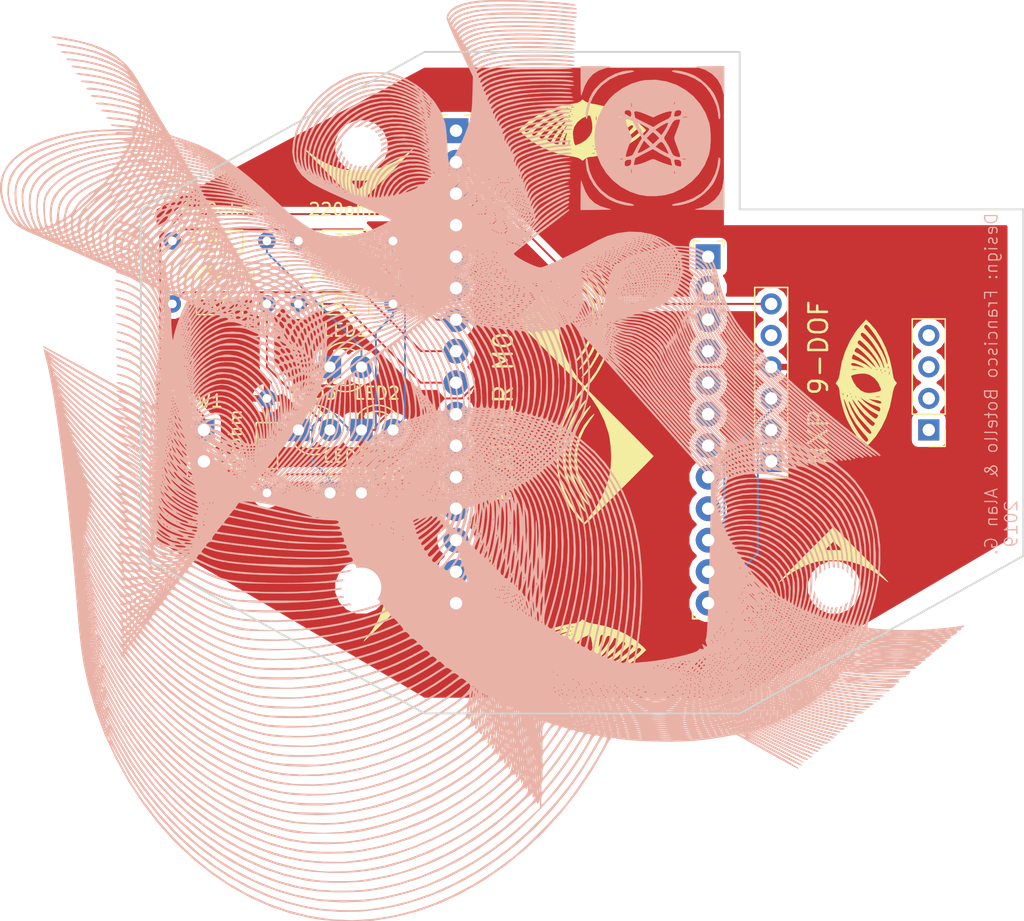
<source format=kicad_pcb>
(kicad_pcb (version 4) (host pcbnew 4.0.7)

  (general
    (links 20)
    (no_connects 0)
    (area 41.58359 97.13366 124.535001 171.725843)
    (thickness 1.6)
    (drawings 18)
    (tracks 75)
    (zones 0)
    (modules 26)
    (nets 39)
  )

  (page A4)
  (layers
    (0 F.Cu signal)
    (31 B.Cu signal)
    (36 B.SilkS user)
    (37 F.SilkS user)
    (38 B.Mask user hide)
    (39 F.Mask user hide)
    (41 Cmts.User user hide)
    (44 Edge.Cuts user)
    (47 F.CrtYd user hide)
  )

  (setup
    (last_trace_width 0.1524)
    (trace_clearance 0.1524)
    (zone_clearance 0.508)
    (zone_45_only no)
    (trace_min 0.1524)
    (segment_width 0.2)
    (edge_width 0.15)
    (via_size 0.508)
    (via_drill 0.254)
    (via_min_size 0.508)
    (via_min_drill 0.254)
    (uvia_size 0.508)
    (uvia_drill 0.254)
    (uvias_allowed no)
    (uvia_min_size 0.2)
    (uvia_min_drill 0.1)
    (pcb_text_width 0.3)
    (pcb_text_size 1.5 1.5)
    (mod_edge_width 0.15)
    (mod_text_size 1 1)
    (mod_text_width 0.15)
    (pad_size 1.524 1.524)
    (pad_drill 0.762)
    (pad_to_mask_clearance 0.0508)
    (solder_mask_min_width 0.25)
    (aux_axis_origin 0 0)
    (visible_elements 7FFFFFFF)
    (pcbplotparams
      (layerselection 0x00030_80000001)
      (usegerberextensions false)
      (excludeedgelayer true)
      (linewidth 0.100000)
      (plotframeref false)
      (viasonmask false)
      (mode 1)
      (useauxorigin false)
      (hpglpennumber 1)
      (hpglpenspeed 20)
      (hpglpendiameter 15)
      (hpglpenoverlay 2)
      (psnegative false)
      (psa4output false)
      (plotreference true)
      (plotvalue true)
      (plotinvisibletext false)
      (padsonsilk false)
      (subtractmaskfromsilk false)
      (outputformat 1)
      (mirror false)
      (drillshape 1)
      (scaleselection 1)
      (outputdirectory ""))
  )

  (net 0 "")
  (net 1 GND)
  (net 2 "Net-(D1-Pad2)")
  (net 3 "Net-(D2-Pad2)")
  (net 4 "Net-(D3-Pad2)")
  (net 5 "Net-(D4-Pad2)")
  (net 6 "Net-(J1-Pad11)")
  (net 7 "Net-(J1-Pad12)")
  (net 8 "Net-(J1-Pad10)")
  (net 9 "Net-(J1-Pad9)")
  (net 10 "Net-(J1-Pad8)")
  (net 11 "Net-(J1-Pad5)")
  (net 12 "Net-(J1-Pad6)")
  (net 13 "Net-(J1-Pad7)")
  (net 14 +3V3)
  (net 15 "Net-(J1-Pad1)")
  (net 16 "Net-(J1-Pad13)")
  (net 17 "Net-(J1-Pad14)")
  (net 18 "Net-(J1-Pad15)")
  (net 19 "Net-(J1-Pad16)")
  (net 20 "Net-(J2-Pad11)")
  (net 21 "Net-(J2-Pad12)")
  (net 22 "Net-(J2-Pad10)")
  (net 23 "Net-(J2-Pad9)")
  (net 24 "Net-(J2-Pad8)")
  (net 25 "Net-(J2-Pad5)")
  (net 26 "Net-(J2-Pad6)")
  (net 27 "Net-(J2-Pad7)")
  (net 28 "Net-(J2-Pad4)")
  (net 29 "Net-(J2-Pad3)")
  (net 30 "Net-(J2-Pad2)")
  (net 31 "Net-(J2-Pad1)")
  (net 32 "Net-(U1-Pad1)")
  (net 33 "Net-(U1-Pad5)")
  (net 34 "Net-(U2-Pad1)")
  (net 35 "Net-(U2-Pad2)")
  (net 36 "Net-(U2-Pad3)")
  (net 37 "Net-(U2-Pad4)")
  (net 38 "Net-(J1-Pad3)")

  (net_class Default "This is the default net class."
    (clearance 0.1524)
    (trace_width 0.1524)
    (via_dia 0.508)
    (via_drill 0.254)
    (uvia_dia 0.508)
    (uvia_drill 0.254)
    (add_net +3V3)
    (add_net GND)
    (add_net "Net-(D1-Pad2)")
    (add_net "Net-(D2-Pad2)")
    (add_net "Net-(D3-Pad2)")
    (add_net "Net-(D4-Pad2)")
    (add_net "Net-(J1-Pad1)")
    (add_net "Net-(J1-Pad10)")
    (add_net "Net-(J1-Pad11)")
    (add_net "Net-(J1-Pad12)")
    (add_net "Net-(J1-Pad13)")
    (add_net "Net-(J1-Pad14)")
    (add_net "Net-(J1-Pad15)")
    (add_net "Net-(J1-Pad16)")
    (add_net "Net-(J1-Pad3)")
    (add_net "Net-(J1-Pad5)")
    (add_net "Net-(J1-Pad6)")
    (add_net "Net-(J1-Pad7)")
    (add_net "Net-(J1-Pad8)")
    (add_net "Net-(J1-Pad9)")
    (add_net "Net-(J2-Pad1)")
    (add_net "Net-(J2-Pad10)")
    (add_net "Net-(J2-Pad11)")
    (add_net "Net-(J2-Pad12)")
    (add_net "Net-(J2-Pad2)")
    (add_net "Net-(J2-Pad3)")
    (add_net "Net-(J2-Pad4)")
    (add_net "Net-(J2-Pad5)")
    (add_net "Net-(J2-Pad6)")
    (add_net "Net-(J2-Pad7)")
    (add_net "Net-(J2-Pad8)")
    (add_net "Net-(J2-Pad9)")
    (add_net "Net-(U1-Pad1)")
    (add_net "Net-(U1-Pad5)")
    (add_net "Net-(U2-Pad1)")
    (add_net "Net-(U2-Pad2)")
    (add_net "Net-(U2-Pad3)")
    (add_net "Net-(U2-Pad4)")
  )

  (module LEDs:LED_D3.0mm (layer F.Cu) (tedit 5C5B66B5) (tstamp 5C5899BF)
    (at 68.58 127)
    (descr "LED, diameter 3.0mm, 2 pins")
    (tags "LED diameter 3.0mm 2 pins")
    (path /5C4F60EC)
    (fp_text reference LED1 (at 1.27 -2.96) (layer F.SilkS)
      (effects (font (size 1 1) (thickness 0.15)))
    )
    (fp_text value LED (at 1.27 2.96) (layer F.Fab)
      (effects (font (size 1 1) (thickness 0.15)))
    )
    (fp_arc (start 1.27 0) (end -0.23 -1.16619) (angle 284.3) (layer F.Fab) (width 0.1))
    (fp_arc (start 1.27 0) (end -0.29 -1.235516) (angle 108.8) (layer F.SilkS) (width 0.12))
    (fp_arc (start 1.27 0) (end -0.29 1.235516) (angle -108.8) (layer F.SilkS) (width 0.12))
    (fp_arc (start 1.27 0) (end 0.229039 -1.08) (angle 87.9) (layer F.SilkS) (width 0.12))
    (fp_arc (start 1.27 0) (end 0.229039 1.08) (angle -87.9) (layer F.SilkS) (width 0.12))
    (fp_circle (center 1.27 0) (end 2.77 0) (layer F.Fab) (width 0.1))
    (fp_line (start -0.23 -1.16619) (end -0.23 1.16619) (layer F.Fab) (width 0.1))
    (fp_line (start -0.29 -1.236) (end -0.29 -1.08) (layer F.SilkS) (width 0.12))
    (fp_line (start -0.29 1.08) (end -0.29 1.236) (layer F.SilkS) (width 0.12))
    (fp_line (start -1.15 -2.25) (end -1.15 2.25) (layer F.CrtYd) (width 0.05))
    (fp_line (start -1.15 2.25) (end 3.7 2.25) (layer F.CrtYd) (width 0.05))
    (fp_line (start 3.7 2.25) (end 3.7 -2.25) (layer F.CrtYd) (width 0.05))
    (fp_line (start 3.7 -2.25) (end -1.15 -2.25) (layer F.CrtYd) (width 0.05))
    (pad 1 thru_hole rect (at 0 0) (size 1.8 1.8) (drill 0.9) (layers *.Cu *.Mask)
      (net 1 GND))
    (pad 2 thru_hole circle (at 2.54 0) (size 1.8 1.8) (drill 0.9) (layers *.Cu *.Mask)
      (net 2 "Net-(D1-Pad2)"))
    (model ${KISYS3DMOD}/LEDs.3dshapes/LED_D3.0mm.wrl
      (at (xyz 0 0 0))
      (scale (xyz 0.393701 0.393701 0.393701))
      (rotate (xyz 0 0 0))
    )
  )

  (module LEDs:LED_D3.0mm (layer F.Cu) (tedit 5C5B6666) (tstamp 5C5899C5)
    (at 71.12 132.08)
    (descr "LED, diameter 3.0mm, 2 pins")
    (tags "LED diameter 3.0mm 2 pins")
    (path /5C4F6316)
    (fp_text reference LED2 (at 1.27 -2.96) (layer F.SilkS)
      (effects (font (size 1 1) (thickness 0.15)))
    )
    (fp_text value LED (at 1.27 2.96) (layer F.Fab)
      (effects (font (size 1 1) (thickness 0.15)))
    )
    (fp_arc (start 1.27 0) (end -0.23 -1.16619) (angle 284.3) (layer F.Fab) (width 0.1))
    (fp_arc (start 1.27 0) (end -0.29 -1.235516) (angle 108.8) (layer F.SilkS) (width 0.12))
    (fp_arc (start 1.27 0) (end -0.29 1.235516) (angle -108.8) (layer F.SilkS) (width 0.12))
    (fp_arc (start 1.27 0) (end 0.229039 -1.08) (angle 87.9) (layer F.SilkS) (width 0.12))
    (fp_arc (start 1.27 0) (end 0.229039 1.08) (angle -87.9) (layer F.SilkS) (width 0.12))
    (fp_circle (center 1.27 0) (end 2.77 0) (layer F.Fab) (width 0.1))
    (fp_line (start -0.23 -1.16619) (end -0.23 1.16619) (layer F.Fab) (width 0.1))
    (fp_line (start -0.29 -1.236) (end -0.29 -1.08) (layer F.SilkS) (width 0.12))
    (fp_line (start -0.29 1.08) (end -0.29 1.236) (layer F.SilkS) (width 0.12))
    (fp_line (start -1.15 -2.25) (end -1.15 2.25) (layer F.CrtYd) (width 0.05))
    (fp_line (start -1.15 2.25) (end 3.7 2.25) (layer F.CrtYd) (width 0.05))
    (fp_line (start 3.7 2.25) (end 3.7 -2.25) (layer F.CrtYd) (width 0.05))
    (fp_line (start 3.7 -2.25) (end -1.15 -2.25) (layer F.CrtYd) (width 0.05))
    (pad 1 thru_hole rect (at 0 0) (size 1.8 1.8) (drill 0.9) (layers *.Cu *.Mask)
      (net 1 GND))
    (pad 2 thru_hole circle (at 2.54 0) (size 1.8 1.8) (drill 0.9) (layers *.Cu *.Mask)
      (net 3 "Net-(D2-Pad2)"))
    (model ${KISYS3DMOD}/LEDs.3dshapes/LED_D3.0mm.wrl
      (at (xyz 0 0 0))
      (scale (xyz 0.393701 0.393701 0.393701))
      (rotate (xyz 0 0 0))
    )
  )

  (module LEDs:LED_D3.0mm (layer F.Cu) (tedit 5C5B6680) (tstamp 5C5899CB)
    (at 66.04 132.08)
    (descr "LED, diameter 3.0mm, 2 pins")
    (tags "LED diameter 3.0mm 2 pins")
    (path /5C4F6358)
    (fp_text reference LED3 (at 1.27 -2.96) (layer F.SilkS)
      (effects (font (size 1 1) (thickness 0.15)))
    )
    (fp_text value LED (at 1.27 2.96) (layer F.Fab)
      (effects (font (size 1 1) (thickness 0.15)))
    )
    (fp_arc (start 1.27 0) (end -0.23 -1.16619) (angle 284.3) (layer F.Fab) (width 0.1))
    (fp_arc (start 1.27 0) (end -0.29 -1.235516) (angle 108.8) (layer F.SilkS) (width 0.12))
    (fp_arc (start 1.27 0) (end -0.29 1.235516) (angle -108.8) (layer F.SilkS) (width 0.12))
    (fp_arc (start 1.27 0) (end 0.229039 -1.08) (angle 87.9) (layer F.SilkS) (width 0.12))
    (fp_arc (start 1.27 0) (end 0.229039 1.08) (angle -87.9) (layer F.SilkS) (width 0.12))
    (fp_circle (center 1.27 0) (end 2.77 0) (layer F.Fab) (width 0.1))
    (fp_line (start -0.23 -1.16619) (end -0.23 1.16619) (layer F.Fab) (width 0.1))
    (fp_line (start -0.29 -1.236) (end -0.29 -1.08) (layer F.SilkS) (width 0.12))
    (fp_line (start -0.29 1.08) (end -0.29 1.236) (layer F.SilkS) (width 0.12))
    (fp_line (start -1.15 -2.25) (end -1.15 2.25) (layer F.CrtYd) (width 0.05))
    (fp_line (start -1.15 2.25) (end 3.7 2.25) (layer F.CrtYd) (width 0.05))
    (fp_line (start 3.7 2.25) (end 3.7 -2.25) (layer F.CrtYd) (width 0.05))
    (fp_line (start 3.7 -2.25) (end -1.15 -2.25) (layer F.CrtYd) (width 0.05))
    (pad 1 thru_hole rect (at 0 0) (size 1.8 1.8) (drill 0.9) (layers *.Cu *.Mask)
      (net 1 GND))
    (pad 2 thru_hole circle (at 2.54 0) (size 1.8 1.8) (drill 0.9) (layers *.Cu *.Mask)
      (net 4 "Net-(D3-Pad2)"))
    (model ${KISYS3DMOD}/LEDs.3dshapes/LED_D3.0mm.wrl
      (at (xyz 0 0 0))
      (scale (xyz 0.393701 0.393701 0.393701))
      (rotate (xyz 0 0 0))
    )
  )

  (module LEDs:LED_D3.0mm (layer F.Cu) (tedit 5C5B6652) (tstamp 5C5899D1)
    (at 68.58 137.16)
    (descr "LED, diameter 3.0mm, 2 pins")
    (tags "LED diameter 3.0mm 2 pins")
    (path /5C4F637D)
    (fp_text reference LED4 (at 1.27 -2.96) (layer F.SilkS)
      (effects (font (size 1 1) (thickness 0.15)))
    )
    (fp_text value LED (at 1.27 2.96) (layer F.Fab)
      (effects (font (size 1 1) (thickness 0.15)))
    )
    (fp_arc (start 1.27 0) (end -0.23 -1.16619) (angle 284.3) (layer F.Fab) (width 0.1))
    (fp_arc (start 1.27 0) (end -0.29 -1.235516) (angle 108.8) (layer F.SilkS) (width 0.12))
    (fp_arc (start 1.27 0) (end -0.29 1.235516) (angle -108.8) (layer F.SilkS) (width 0.12))
    (fp_arc (start 1.27 0) (end 0.229039 -1.08) (angle 87.9) (layer F.SilkS) (width 0.12))
    (fp_arc (start 1.27 0) (end 0.229039 1.08) (angle -87.9) (layer F.SilkS) (width 0.12))
    (fp_circle (center 1.27 0) (end 2.77 0) (layer F.Fab) (width 0.1))
    (fp_line (start -0.23 -1.16619) (end -0.23 1.16619) (layer F.Fab) (width 0.1))
    (fp_line (start -0.29 -1.236) (end -0.29 -1.08) (layer F.SilkS) (width 0.12))
    (fp_line (start -0.29 1.08) (end -0.29 1.236) (layer F.SilkS) (width 0.12))
    (fp_line (start -1.15 -2.25) (end -1.15 2.25) (layer F.CrtYd) (width 0.05))
    (fp_line (start -1.15 2.25) (end 3.7 2.25) (layer F.CrtYd) (width 0.05))
    (fp_line (start 3.7 2.25) (end 3.7 -2.25) (layer F.CrtYd) (width 0.05))
    (fp_line (start 3.7 -2.25) (end -1.15 -2.25) (layer F.CrtYd) (width 0.05))
    (pad 1 thru_hole rect (at 0 0) (size 1.8 1.8) (drill 0.9) (layers *.Cu *.Mask)
      (net 1 GND))
    (pad 2 thru_hole circle (at 2.54 0) (size 1.8 1.8) (drill 0.9) (layers *.Cu *.Mask)
      (net 5 "Net-(D4-Pad2)"))
    (model ${KISYS3DMOD}/LEDs.3dshapes/LED_D3.0mm.wrl
      (at (xyz 0 0 0))
      (scale (xyz 0.393701 0.393701 0.393701))
      (rotate (xyz 0 0 0))
    )
  )

  (module Adafruit_FeatherWing:Conn_PinHeader_1x16 (layer F.Cu) (tedit 5C5B5EB4) (tstamp 5C5899E5)
    (at 78.74 127 270)
    (path /5C48BD9C)
    (fp_text reference J1 (at 0 0.508 450) (layer F.Fab)
      (effects (font (size 0.6 0.6) (thickness 0.1)))
    )
    (fp_text value CONN_01X16 (at 0 -0.508 270) (layer Cmts.User) hide
      (effects (font (size 0.6 0.5) (thickness 0.1)))
    )
    (fp_text user %R (at 0 0 450) (layer Eco1.User)
      (effects (font (size 0.3 0.3) (thickness 0.03)))
    )
    (fp_line (start 20.58 1.5) (end -20.58 1.5) (layer F.CrtYd) (width 0.05))
    (fp_line (start -20.58 -1.5) (end 20.58 -1.5) (layer F.CrtYd) (width 0.05))
    (fp_line (start -20.58 -1.5) (end -20.58 1.5) (layer F.CrtYd) (width 0.05))
    (fp_line (start 20.58 1.5) (end 20.58 -1.5) (layer F.CrtYd) (width 0.05))
    (fp_line (start 20.297 0.739) (end 20.297 1.247) (layer F.SilkS) (width 0.15))
    (fp_line (start -20.297 0.739) (end -20.297 1.247) (layer F.SilkS) (width 0.15))
    (fp_line (start -20.297 -1.247) (end -20.297 -0.739) (layer F.SilkS) (width 0.15))
    (fp_line (start 19.789 1.247) (end 20.297 1.247) (layer F.SilkS) (width 0.15))
    (fp_line (start -20.297 1.247) (end -19.789 1.247) (layer F.SilkS) (width 0.15))
    (fp_line (start 19.789 -1.247) (end 20.297 -1.247) (layer F.SilkS) (width 0.15))
    (fp_line (start -20.297 -1.247) (end -19.789 -1.247) (layer F.SilkS) (width 0.15))
    (fp_line (start 20.297 -1.247) (end 20.297 -0.739) (layer F.SilkS) (width 0.15))
    (fp_line (start -20.32 -1.27) (end 20.32 -1.27) (layer F.Fab) (width 0.05))
    (fp_line (start 20.32 -1.27) (end 20.32 1.27) (layer F.Fab) (width 0.05))
    (fp_line (start -20.32 1.27) (end 20.32 1.27) (layer F.Fab) (width 0.05))
    (fp_line (start -20.32 1.27) (end -20.32 -1.27) (layer F.Fab) (width 0.05))
    (pad 11 thru_hole circle (at 6.35 0 270) (size 2 2) (drill 1) (layers *.Cu *.Mask)
      (net 6 "Net-(J1-Pad11)"))
    (pad 12 thru_hole circle (at 8.89 0 270) (size 2 2) (drill 1) (layers *.Cu *.Mask)
      (net 7 "Net-(J1-Pad12)"))
    (pad 10 thru_hole circle (at 3.81 0 270) (size 2 2) (drill 1) (layers *.Cu *.Mask)
      (net 8 "Net-(J1-Pad10)"))
    (pad 9 thru_hole circle (at 1.27 0 270) (size 2 2) (drill 1) (layers *.Cu *.Mask)
      (net 9 "Net-(J1-Pad9)"))
    (pad 8 thru_hole circle (at -1.27 0 270) (size 2 2) (drill 1) (layers *.Cu *.Mask)
      (net 10 "Net-(J1-Pad8)"))
    (pad 5 thru_hole circle (at -8.89 0 270) (size 2 2) (drill 1) (layers *.Cu *.Mask)
      (net 11 "Net-(J1-Pad5)"))
    (pad 6 thru_hole circle (at -6.35 0 270) (size 2 2) (drill 1) (layers *.Cu *.Mask)
      (net 12 "Net-(J1-Pad6)"))
    (pad 7 thru_hole circle (at -3.81 0 270) (size 2 2) (drill 1) (layers *.Cu *.Mask)
      (net 13 "Net-(J1-Pad7)"))
    (pad 4 thru_hole circle (at -11.43 0 270) (size 2 2) (drill 1) (layers *.Cu *.Mask)
      (net 1 GND))
    (pad 3 thru_hole circle (at -13.97 0 270) (size 2 2) (drill 1) (layers *.Cu *.Mask)
      (net 38 "Net-(J1-Pad3)"))
    (pad 2 thru_hole circle (at -16.51 0 270) (size 2 2) (drill 1) (layers *.Cu *.Mask)
      (net 14 +3V3))
    (pad 1 thru_hole rect (at -19.05 0 270) (size 2 2) (drill 1) (layers *.Cu *.Mask)
      (net 15 "Net-(J1-Pad1)"))
    (pad 13 thru_hole circle (at 11.43 0 270) (size 2 2) (drill 1) (layers *.Cu *.Mask)
      (net 16 "Net-(J1-Pad13)"))
    (pad 14 thru_hole circle (at 13.97 0 270) (size 2 2) (drill 1) (layers *.Cu *.Mask)
      (net 17 "Net-(J1-Pad14)"))
    (pad 15 thru_hole circle (at 16.51 0 270) (size 2 2) (drill 1) (layers *.Cu *.Mask)
      (net 18 "Net-(J1-Pad15)"))
    (pad 16 thru_hole circle (at 19.05 0 270) (size 2 2) (drill 1) (layers *.Cu *.Mask)
      (net 19 "Net-(J1-Pad16)"))
  )

  (module Adafruit_FeatherWing:Conn_PinHeader_1x12 (layer F.Cu) (tedit 5C5B5EA9) (tstamp 5C5899F5)
    (at 99.06 132.08 270)
    (path /5C48BCB9)
    (fp_text reference J2 (at 0 0.6 450) (layer F.Fab)
      (effects (font (size 0.6 0.6) (thickness 0.1)))
    )
    (fp_text value CONN_01X12 (at 0 -0.5 270) (layer Cmts.User) hide
      (effects (font (size 0.6 0.5) (thickness 0.1)))
    )
    (fp_text user %R (at 0 0 450) (layer Eco1.User)
      (effects (font (size 0.3 0.3) (thickness 0.03)))
    )
    (fp_line (start 15.5 1.5) (end -15.5 1.5) (layer F.CrtYd) (width 0.05))
    (fp_line (start -15.5 -1.5) (end 15.5 -1.5) (layer F.CrtYd) (width 0.05))
    (fp_line (start -15.5 -1.5) (end -15.5 1.5) (layer F.CrtYd) (width 0.05))
    (fp_line (start 15.5 1.5) (end 15.5 -1.5) (layer F.CrtYd) (width 0.05))
    (fp_line (start 15.217 0.739) (end 15.217 1.247) (layer F.SilkS) (width 0.15))
    (fp_line (start -15.217 0.739) (end -15.217 1.247) (layer F.SilkS) (width 0.15))
    (fp_line (start -15.217 -1.247) (end -15.217 -0.739) (layer F.SilkS) (width 0.15))
    (fp_line (start 14.709 1.247) (end 15.217 1.247) (layer F.SilkS) (width 0.15))
    (fp_line (start -15.217 1.247) (end -14.709 1.247) (layer F.SilkS) (width 0.15))
    (fp_line (start 14.709 -1.247) (end 15.217 -1.247) (layer F.SilkS) (width 0.15))
    (fp_line (start -15.217 -1.247) (end -14.709 -1.247) (layer F.SilkS) (width 0.15))
    (fp_line (start 15.217 -1.247) (end 15.217 -0.739) (layer F.SilkS) (width 0.15))
    (fp_line (start -15.24 -1.27) (end 15.24 -1.27) (layer F.Fab) (width 0.05))
    (fp_line (start 15.24 -1.27) (end 15.24 1.27) (layer F.Fab) (width 0.05))
    (fp_line (start -15.24 1.27) (end 15.24 1.27) (layer F.Fab) (width 0.05))
    (fp_line (start -15.24 1.27) (end -15.24 -1.27) (layer F.Fab) (width 0.05))
    (pad 11 thru_hole circle (at 11.43 0 270) (size 2 2) (drill 1) (layers *.Cu *.Mask)
      (net 20 "Net-(J2-Pad11)"))
    (pad 12 thru_hole circle (at 13.97 0 270) (size 2 2) (drill 1) (layers *.Cu *.Mask)
      (net 21 "Net-(J2-Pad12)"))
    (pad 10 thru_hole circle (at 8.89 0 270) (size 2 2) (drill 1) (layers *.Cu *.Mask)
      (net 22 "Net-(J2-Pad10)"))
    (pad 9 thru_hole circle (at 6.35 0 270) (size 2 2) (drill 1) (layers *.Cu *.Mask)
      (net 23 "Net-(J2-Pad9)"))
    (pad 8 thru_hole circle (at 3.81 0 270) (size 2 2) (drill 1) (layers *.Cu *.Mask)
      (net 24 "Net-(J2-Pad8)"))
    (pad 5 thru_hole circle (at -3.81 0 270) (size 2 2) (drill 1) (layers *.Cu *.Mask)
      (net 25 "Net-(J2-Pad5)"))
    (pad 6 thru_hole circle (at -1.27 0 270) (size 2 2) (drill 1) (layers *.Cu *.Mask)
      (net 26 "Net-(J2-Pad6)"))
    (pad 7 thru_hole circle (at 1.27 0 270) (size 2 2) (drill 1) (layers *.Cu *.Mask)
      (net 27 "Net-(J2-Pad7)"))
    (pad 4 thru_hole circle (at -6.35 0 270) (size 2 2) (drill 1) (layers *.Cu *.Mask)
      (net 28 "Net-(J2-Pad4)"))
    (pad 3 thru_hole circle (at -8.89 0 270) (size 2 2) (drill 1) (layers *.Cu *.Mask)
      (net 29 "Net-(J2-Pad3)"))
    (pad 2 thru_hole circle (at -11.43 0 270) (size 2 2) (drill 1) (layers *.Cu *.Mask)
      (net 30 "Net-(J2-Pad2)"))
    (pad 1 thru_hole rect (at -13.97 0 270) (size 2 2) (drill 1) (layers *.Cu *.Mask)
      (net 31 "Net-(J2-Pad1)"))
  )

  (module Resistors_THT:R_Axial_DIN0204_L3.6mm_D1.6mm_P7.62mm_Horizontal (layer F.Cu) (tedit 5C5B6A07) (tstamp 5C5899FB)
    (at 63.5 137.16 90)
    (descr "Resistor, Axial_DIN0204 series, Axial, Horizontal, pin pitch=7.62mm, 0.16666666666666666W = 1/6W, length*diameter=3.6*1.6mm^2, http://cdn-reichelt.de/documents/datenblatt/B400/1_4W%23YAG.pdf")
    (tags "Resistor Axial_DIN0204 series Axial Horizontal pin pitch 7.62mm 0.16666666666666666W = 1/6W length 3.6mm diameter 1.6mm")
    (path /5C5884FF)
    (fp_text reference R1 (at 3.81 0 90) (layer F.SilkS)
      (effects (font (size 1 1) (thickness 0.15)))
    )
    (fp_text value R (at 3.81 1.86 90) (layer F.Fab)
      (effects (font (size 1 1) (thickness 0.15)))
    )
    (fp_line (start 2.01 -0.8) (end 2.01 0.8) (layer F.Fab) (width 0.1))
    (fp_line (start 2.01 0.8) (end 5.61 0.8) (layer F.Fab) (width 0.1))
    (fp_line (start 5.61 0.8) (end 5.61 -0.8) (layer F.Fab) (width 0.1))
    (fp_line (start 5.61 -0.8) (end 2.01 -0.8) (layer F.Fab) (width 0.1))
    (fp_line (start 0 0) (end 2.01 0) (layer F.Fab) (width 0.1))
    (fp_line (start 7.62 0) (end 5.61 0) (layer F.Fab) (width 0.1))
    (fp_line (start 1.95 -0.86) (end 1.95 0.86) (layer F.SilkS) (width 0.12))
    (fp_line (start 1.95 0.86) (end 5.67 0.86) (layer F.SilkS) (width 0.12))
    (fp_line (start 5.67 0.86) (end 5.67 -0.86) (layer F.SilkS) (width 0.12))
    (fp_line (start 5.67 -0.86) (end 1.95 -0.86) (layer F.SilkS) (width 0.12))
    (fp_line (start 0.88 0) (end 1.95 0) (layer F.SilkS) (width 0.12))
    (fp_line (start 6.74 0) (end 5.67 0) (layer F.SilkS) (width 0.12))
    (fp_line (start -0.95 -1.15) (end -0.95 1.15) (layer F.CrtYd) (width 0.05))
    (fp_line (start -0.95 1.15) (end 8.6 1.15) (layer F.CrtYd) (width 0.05))
    (fp_line (start 8.6 1.15) (end 8.6 -1.15) (layer F.CrtYd) (width 0.05))
    (fp_line (start 8.6 -1.15) (end -0.95 -1.15) (layer F.CrtYd) (width 0.05))
    (pad 1 thru_hole circle (at 0 0 90) (size 1.4 1.4) (drill 0.7) (layers *.Cu *.Mask)
      (net 8 "Net-(J1-Pad10)"))
    (pad 2 thru_hole oval (at 7.62 0 90) (size 1.4 1.4) (drill 0.7) (layers *.Cu *.Mask)
      (net 1 GND))
    (model ${KISYS3DMOD}/Resistors_THT.3dshapes/R_Axial_DIN0204_L3.6mm_D1.6mm_P7.62mm_Horizontal.wrl
      (at (xyz 0 0 0))
      (scale (xyz 0.393701 0.393701 0.393701))
      (rotate (xyz 0 0 0))
    )
  )

  (module Resistors_THT:R_Axial_DIN0204_L3.6mm_D1.6mm_P7.62mm_Horizontal (layer F.Cu) (tedit 5C5B68EF) (tstamp 5C589A01)
    (at 55.88 116.84)
    (descr "Resistor, Axial_DIN0204 series, Axial, Horizontal, pin pitch=7.62mm, 0.16666666666666666W = 1/6W, length*diameter=3.6*1.6mm^2, http://cdn-reichelt.de/documents/datenblatt/B400/1_4W%23YAG.pdf")
    (tags "Resistor Axial_DIN0204 series Axial Horizontal pin pitch 7.62mm 0.16666666666666666W = 1/6W length 3.6mm diameter 1.6mm")
    (path /5C4F63E0)
    (fp_text reference R2 (at 3.81 0) (layer F.SilkS)
      (effects (font (size 1 1) (thickness 0.15)))
    )
    (fp_text value R (at 3.81 1.86) (layer F.Fab)
      (effects (font (size 1 1) (thickness 0.15)))
    )
    (fp_line (start 2.01 -0.8) (end 2.01 0.8) (layer F.Fab) (width 0.1))
    (fp_line (start 2.01 0.8) (end 5.61 0.8) (layer F.Fab) (width 0.1))
    (fp_line (start 5.61 0.8) (end 5.61 -0.8) (layer F.Fab) (width 0.1))
    (fp_line (start 5.61 -0.8) (end 2.01 -0.8) (layer F.Fab) (width 0.1))
    (fp_line (start 0 0) (end 2.01 0) (layer F.Fab) (width 0.1))
    (fp_line (start 7.62 0) (end 5.61 0) (layer F.Fab) (width 0.1))
    (fp_line (start 1.95 -0.86) (end 1.95 0.86) (layer F.SilkS) (width 0.12))
    (fp_line (start 1.95 0.86) (end 5.67 0.86) (layer F.SilkS) (width 0.12))
    (fp_line (start 5.67 0.86) (end 5.67 -0.86) (layer F.SilkS) (width 0.12))
    (fp_line (start 5.67 -0.86) (end 1.95 -0.86) (layer F.SilkS) (width 0.12))
    (fp_line (start 0.88 0) (end 1.95 0) (layer F.SilkS) (width 0.12))
    (fp_line (start 6.74 0) (end 5.67 0) (layer F.SilkS) (width 0.12))
    (fp_line (start -0.95 -1.15) (end -0.95 1.15) (layer F.CrtYd) (width 0.05))
    (fp_line (start -0.95 1.15) (end 8.6 1.15) (layer F.CrtYd) (width 0.05))
    (fp_line (start 8.6 1.15) (end 8.6 -1.15) (layer F.CrtYd) (width 0.05))
    (fp_line (start 8.6 -1.15) (end -0.95 -1.15) (layer F.CrtYd) (width 0.05))
    (pad 1 thru_hole circle (at 0 0) (size 1.4 1.4) (drill 0.7) (layers *.Cu *.Mask)
      (net 12 "Net-(J1-Pad6)"))
    (pad 2 thru_hole oval (at 7.62 0) (size 1.4 1.4) (drill 0.7) (layers *.Cu *.Mask)
      (net 2 "Net-(D1-Pad2)"))
    (model ${KISYS3DMOD}/Resistors_THT.3dshapes/R_Axial_DIN0204_L3.6mm_D1.6mm_P7.62mm_Horizontal.wrl
      (at (xyz 0 0 0))
      (scale (xyz 0.393701 0.393701 0.393701))
      (rotate (xyz 0 0 0))
    )
  )

  (module Resistors_THT:R_Axial_DIN0204_L3.6mm_D1.6mm_P7.62mm_Horizontal (layer F.Cu) (tedit 5C5B6909) (tstamp 5C589A07)
    (at 66.04 116.84)
    (descr "Resistor, Axial_DIN0204 series, Axial, Horizontal, pin pitch=7.62mm, 0.16666666666666666W = 1/6W, length*diameter=3.6*1.6mm^2, http://cdn-reichelt.de/documents/datenblatt/B400/1_4W%23YAG.pdf")
    (tags "Resistor Axial_DIN0204 series Axial Horizontal pin pitch 7.62mm 0.16666666666666666W = 1/6W length 3.6mm diameter 1.6mm")
    (path /5C4F640B)
    (fp_text reference R3 (at 3.81 0) (layer F.SilkS)
      (effects (font (size 1 1) (thickness 0.15)))
    )
    (fp_text value R (at 3.81 1.86) (layer F.Fab)
      (effects (font (size 1 1) (thickness 0.15)))
    )
    (fp_line (start 2.01 -0.8) (end 2.01 0.8) (layer F.Fab) (width 0.1))
    (fp_line (start 2.01 0.8) (end 5.61 0.8) (layer F.Fab) (width 0.1))
    (fp_line (start 5.61 0.8) (end 5.61 -0.8) (layer F.Fab) (width 0.1))
    (fp_line (start 5.61 -0.8) (end 2.01 -0.8) (layer F.Fab) (width 0.1))
    (fp_line (start 0 0) (end 2.01 0) (layer F.Fab) (width 0.1))
    (fp_line (start 7.62 0) (end 5.61 0) (layer F.Fab) (width 0.1))
    (fp_line (start 1.95 -0.86) (end 1.95 0.86) (layer F.SilkS) (width 0.12))
    (fp_line (start 1.95 0.86) (end 5.67 0.86) (layer F.SilkS) (width 0.12))
    (fp_line (start 5.67 0.86) (end 5.67 -0.86) (layer F.SilkS) (width 0.12))
    (fp_line (start 5.67 -0.86) (end 1.95 -0.86) (layer F.SilkS) (width 0.12))
    (fp_line (start 0.88 0) (end 1.95 0) (layer F.SilkS) (width 0.12))
    (fp_line (start 6.74 0) (end 5.67 0) (layer F.SilkS) (width 0.12))
    (fp_line (start -0.95 -1.15) (end -0.95 1.15) (layer F.CrtYd) (width 0.05))
    (fp_line (start -0.95 1.15) (end 8.6 1.15) (layer F.CrtYd) (width 0.05))
    (fp_line (start 8.6 1.15) (end 8.6 -1.15) (layer F.CrtYd) (width 0.05))
    (fp_line (start 8.6 -1.15) (end -0.95 -1.15) (layer F.CrtYd) (width 0.05))
    (pad 1 thru_hole circle (at 0 0) (size 1.4 1.4) (drill 0.7) (layers *.Cu *.Mask)
      (net 13 "Net-(J1-Pad7)"))
    (pad 2 thru_hole oval (at 7.62 0) (size 1.4 1.4) (drill 0.7) (layers *.Cu *.Mask)
      (net 3 "Net-(D2-Pad2)"))
    (model ${KISYS3DMOD}/Resistors_THT.3dshapes/R_Axial_DIN0204_L3.6mm_D1.6mm_P7.62mm_Horizontal.wrl
      (at (xyz 0 0 0))
      (scale (xyz 0.393701 0.393701 0.393701))
      (rotate (xyz 0 0 0))
    )
  )

  (module Resistors_THT:R_Axial_DIN0204_L3.6mm_D1.6mm_P7.62mm_Horizontal (layer F.Cu) (tedit 5C5B690F) (tstamp 5C589A0D)
    (at 55.88 121.92)
    (descr "Resistor, Axial_DIN0204 series, Axial, Horizontal, pin pitch=7.62mm, 0.16666666666666666W = 1/6W, length*diameter=3.6*1.6mm^2, http://cdn-reichelt.de/documents/datenblatt/B400/1_4W%23YAG.pdf")
    (tags "Resistor Axial_DIN0204 series Axial Horizontal pin pitch 7.62mm 0.16666666666666666W = 1/6W length 3.6mm diameter 1.6mm")
    (path /5C4F6436)
    (fp_text reference R4 (at 3.81 0) (layer F.SilkS)
      (effects (font (size 1 1) (thickness 0.15)))
    )
    (fp_text value R (at 3.81 1.86) (layer F.Fab)
      (effects (font (size 1 1) (thickness 0.15)))
    )
    (fp_line (start 2.01 -0.8) (end 2.01 0.8) (layer F.Fab) (width 0.1))
    (fp_line (start 2.01 0.8) (end 5.61 0.8) (layer F.Fab) (width 0.1))
    (fp_line (start 5.61 0.8) (end 5.61 -0.8) (layer F.Fab) (width 0.1))
    (fp_line (start 5.61 -0.8) (end 2.01 -0.8) (layer F.Fab) (width 0.1))
    (fp_line (start 0 0) (end 2.01 0) (layer F.Fab) (width 0.1))
    (fp_line (start 7.62 0) (end 5.61 0) (layer F.Fab) (width 0.1))
    (fp_line (start 1.95 -0.86) (end 1.95 0.86) (layer F.SilkS) (width 0.12))
    (fp_line (start 1.95 0.86) (end 5.67 0.86) (layer F.SilkS) (width 0.12))
    (fp_line (start 5.67 0.86) (end 5.67 -0.86) (layer F.SilkS) (width 0.12))
    (fp_line (start 5.67 -0.86) (end 1.95 -0.86) (layer F.SilkS) (width 0.12))
    (fp_line (start 0.88 0) (end 1.95 0) (layer F.SilkS) (width 0.12))
    (fp_line (start 6.74 0) (end 5.67 0) (layer F.SilkS) (width 0.12))
    (fp_line (start -0.95 -1.15) (end -0.95 1.15) (layer F.CrtYd) (width 0.05))
    (fp_line (start -0.95 1.15) (end 8.6 1.15) (layer F.CrtYd) (width 0.05))
    (fp_line (start 8.6 1.15) (end 8.6 -1.15) (layer F.CrtYd) (width 0.05))
    (fp_line (start 8.6 -1.15) (end -0.95 -1.15) (layer F.CrtYd) (width 0.05))
    (pad 1 thru_hole circle (at 0 0) (size 1.4 1.4) (drill 0.7) (layers *.Cu *.Mask)
      (net 10 "Net-(J1-Pad8)"))
    (pad 2 thru_hole oval (at 7.62 0) (size 1.4 1.4) (drill 0.7) (layers *.Cu *.Mask)
      (net 4 "Net-(D3-Pad2)"))
    (model ${KISYS3DMOD}/Resistors_THT.3dshapes/R_Axial_DIN0204_L3.6mm_D1.6mm_P7.62mm_Horizontal.wrl
      (at (xyz 0 0 0))
      (scale (xyz 0.393701 0.393701 0.393701))
      (rotate (xyz 0 0 0))
    )
  )

  (module Resistors_THT:R_Axial_DIN0204_L3.6mm_D1.6mm_P7.62mm_Horizontal (layer F.Cu) (tedit 5C5B6915) (tstamp 5C589A13)
    (at 66.04 121.92)
    (descr "Resistor, Axial_DIN0204 series, Axial, Horizontal, pin pitch=7.62mm, 0.16666666666666666W = 1/6W, length*diameter=3.6*1.6mm^2, http://cdn-reichelt.de/documents/datenblatt/B400/1_4W%23YAG.pdf")
    (tags "Resistor Axial_DIN0204 series Axial Horizontal pin pitch 7.62mm 0.16666666666666666W = 1/6W length 3.6mm diameter 1.6mm")
    (path /5C4F6463)
    (fp_text reference R5 (at 3.81 0) (layer F.SilkS)
      (effects (font (size 1 1) (thickness 0.15)))
    )
    (fp_text value R (at 3.81 1.86) (layer F.Fab)
      (effects (font (size 1 1) (thickness 0.15)))
    )
    (fp_line (start 2.01 -0.8) (end 2.01 0.8) (layer F.Fab) (width 0.1))
    (fp_line (start 2.01 0.8) (end 5.61 0.8) (layer F.Fab) (width 0.1))
    (fp_line (start 5.61 0.8) (end 5.61 -0.8) (layer F.Fab) (width 0.1))
    (fp_line (start 5.61 -0.8) (end 2.01 -0.8) (layer F.Fab) (width 0.1))
    (fp_line (start 0 0) (end 2.01 0) (layer F.Fab) (width 0.1))
    (fp_line (start 7.62 0) (end 5.61 0) (layer F.Fab) (width 0.1))
    (fp_line (start 1.95 -0.86) (end 1.95 0.86) (layer F.SilkS) (width 0.12))
    (fp_line (start 1.95 0.86) (end 5.67 0.86) (layer F.SilkS) (width 0.12))
    (fp_line (start 5.67 0.86) (end 5.67 -0.86) (layer F.SilkS) (width 0.12))
    (fp_line (start 5.67 -0.86) (end 1.95 -0.86) (layer F.SilkS) (width 0.12))
    (fp_line (start 0.88 0) (end 1.95 0) (layer F.SilkS) (width 0.12))
    (fp_line (start 6.74 0) (end 5.67 0) (layer F.SilkS) (width 0.12))
    (fp_line (start -0.95 -1.15) (end -0.95 1.15) (layer F.CrtYd) (width 0.05))
    (fp_line (start -0.95 1.15) (end 8.6 1.15) (layer F.CrtYd) (width 0.05))
    (fp_line (start 8.6 1.15) (end 8.6 -1.15) (layer F.CrtYd) (width 0.05))
    (fp_line (start 8.6 -1.15) (end -0.95 -1.15) (layer F.CrtYd) (width 0.05))
    (pad 1 thru_hole circle (at 0 0) (size 1.4 1.4) (drill 0.7) (layers *.Cu *.Mask)
      (net 9 "Net-(J1-Pad9)"))
    (pad 2 thru_hole oval (at 7.62 0) (size 1.4 1.4) (drill 0.7) (layers *.Cu *.Mask)
      (net 5 "Net-(D4-Pad2)"))
    (model ${KISYS3DMOD}/Resistors_THT.3dshapes/R_Axial_DIN0204_L3.6mm_D1.6mm_P7.62mm_Horizontal.wrl
      (at (xyz 0 0 0))
      (scale (xyz 0.393701 0.393701 0.393701))
      (rotate (xyz 0 0 0))
    )
  )

  (module Pin_Headers:Pin_Header_Straight_1x02_Pitch2.54mm (layer F.Cu) (tedit 5C5B6A01) (tstamp 5C589A19)
    (at 58.42 132.08)
    (descr "Through hole straight pin header, 1x02, 2.54mm pitch, single row")
    (tags "Through hole pin header THT 1x02 2.54mm single row")
    (path /5C588381)
    (fp_text reference SW1 (at 0 -2.33) (layer F.SilkS)
      (effects (font (size 1 1) (thickness 0.15)))
    )
    (fp_text value Button (at 0 7.62) (layer Cmts.User) hide
      (effects (font (size 1 1) (thickness 0.15)))
    )
    (fp_line (start -0.635 -1.27) (end 1.27 -1.27) (layer F.Fab) (width 0.1))
    (fp_line (start 1.27 -1.27) (end 1.27 3.81) (layer F.Fab) (width 0.1))
    (fp_line (start 1.27 3.81) (end -1.27 3.81) (layer F.Fab) (width 0.1))
    (fp_line (start -1.27 3.81) (end -1.27 -0.635) (layer F.Fab) (width 0.1))
    (fp_line (start -1.27 -0.635) (end -0.635 -1.27) (layer F.Fab) (width 0.1))
    (fp_line (start -1.33 3.87) (end 1.33 3.87) (layer F.SilkS) (width 0.12))
    (fp_line (start -1.33 1.27) (end -1.33 3.87) (layer F.SilkS) (width 0.12))
    (fp_line (start 1.33 1.27) (end 1.33 3.87) (layer F.SilkS) (width 0.12))
    (fp_line (start -1.33 1.27) (end 1.33 1.27) (layer F.SilkS) (width 0.12))
    (fp_line (start -1.33 0) (end -1.33 -1.33) (layer F.SilkS) (width 0.12))
    (fp_line (start -1.33 -1.33) (end 0 -1.33) (layer F.SilkS) (width 0.12))
    (fp_line (start -1.8 -1.8) (end -1.8 4.35) (layer F.CrtYd) (width 0.05))
    (fp_line (start -1.8 4.35) (end 1.8 4.35) (layer F.CrtYd) (width 0.05))
    (fp_line (start 1.8 4.35) (end 1.8 -1.8) (layer F.CrtYd) (width 0.05))
    (fp_line (start 1.8 -1.8) (end -1.8 -1.8) (layer F.CrtYd) (width 0.05))
    (fp_text user %R (at 0 1.27 90) (layer F.Fab)
      (effects (font (size 1 1) (thickness 0.15)))
    )
    (pad 1 thru_hole rect (at 0 0) (size 1.7 1.7) (drill 1) (layers *.Cu *.Mask)
      (net 14 +3V3))
    (pad 2 thru_hole oval (at 0 2.54) (size 1.7 1.7) (drill 1) (layers *.Cu *.Mask)
      (net 8 "Net-(J1-Pad10)"))
    (model ${KISYS3DMOD}/Pin_Headers.3dshapes/Pin_Header_Straight_1x02_Pitch2.54mm.wrl
      (at (xyz 0 0 0))
      (scale (xyz 1 1 1))
      (rotate (xyz 0 0 0))
    )
  )

  (module Pin_Headers:Pin_Header_Straight_1x06_Pitch2.54mm (layer F.Cu) (tedit 5C5B6974) (tstamp 5C589A23)
    (at 104.14 134.62 180)
    (descr "Through hole straight pin header, 1x06, 2.54mm pitch, single row")
    (tags "Through hole pin header THT 1x06 2.54mm single row")
    (path /5C4F58EC)
    (fp_text reference U1 (at 0 -2.33 180) (layer Cmts.User)
      (effects (font (size 1 1) (thickness 0.15)))
    )
    (fp_text value NXP-9DOF_JP1 (at 0 15.03 180) (layer Cmts.User) hide
      (effects (font (size 1 1) (thickness 0.15)))
    )
    (fp_line (start -0.635 -1.27) (end 1.27 -1.27) (layer F.Fab) (width 0.1))
    (fp_line (start 1.27 -1.27) (end 1.27 13.97) (layer F.Fab) (width 0.1))
    (fp_line (start 1.27 13.97) (end -1.27 13.97) (layer F.Fab) (width 0.1))
    (fp_line (start -1.27 13.97) (end -1.27 -0.635) (layer F.Fab) (width 0.1))
    (fp_line (start -1.27 -0.635) (end -0.635 -1.27) (layer F.Fab) (width 0.1))
    (fp_line (start -1.33 14.03) (end 1.33 14.03) (layer F.SilkS) (width 0.12))
    (fp_line (start -1.33 1.27) (end -1.33 14.03) (layer F.SilkS) (width 0.12))
    (fp_line (start 1.33 1.27) (end 1.33 14.03) (layer F.SilkS) (width 0.12))
    (fp_line (start -1.33 1.27) (end 1.33 1.27) (layer F.SilkS) (width 0.12))
    (fp_line (start -1.33 0) (end -1.33 -1.33) (layer F.SilkS) (width 0.12))
    (fp_line (start -1.33 -1.33) (end 0 -1.33) (layer F.SilkS) (width 0.12))
    (fp_line (start -1.8 -1.8) (end -1.8 14.5) (layer F.CrtYd) (width 0.05))
    (fp_line (start -1.8 14.5) (end 1.8 14.5) (layer F.CrtYd) (width 0.05))
    (fp_line (start 1.8 14.5) (end 1.8 -1.8) (layer F.CrtYd) (width 0.05))
    (fp_line (start 1.8 -1.8) (end -1.8 -1.8) (layer F.CrtYd) (width 0.05))
    (fp_text user %R (at 0 6.35 270) (layer F.Fab)
      (effects (font (size 1 1) (thickness 0.15)))
    )
    (pad 1 thru_hole rect (at 0 0 180) (size 1.7 1.7) (drill 1) (layers *.Cu *.Mask)
      (net 32 "Net-(U1-Pad1)"))
    (pad 2 thru_hole oval (at 0 2.54 180) (size 1.7 1.7) (drill 1) (layers *.Cu *.Mask)
      (net 21 "Net-(J2-Pad12)"))
    (pad 3 thru_hole oval (at 0 5.08 180) (size 1.7 1.7) (drill 1) (layers *.Cu *.Mask)
      (net 20 "Net-(J2-Pad11)"))
    (pad 4 thru_hole oval (at 0 7.62 180) (size 1.7 1.7) (drill 1) (layers *.Cu *.Mask)
      (net 1 GND))
    (pad 5 thru_hole oval (at 0 10.16 180) (size 1.7 1.7) (drill 1) (layers *.Cu *.Mask)
      (net 33 "Net-(U1-Pad5)"))
    (pad 6 thru_hole oval (at 0 12.7 180) (size 1.7 1.7) (drill 1) (layers *.Cu *.Mask)
      (net 14 +3V3))
    (model ${KISYS3DMOD}/Pin_Headers.3dshapes/Pin_Header_Straight_1x06_Pitch2.54mm.wrl
      (at (xyz 0 0 0))
      (scale (xyz 1 1 1))
      (rotate (xyz 0 0 0))
    )
  )

  (module Pin_Headers:Pin_Header_Straight_1x04_Pitch2.54mm (layer F.Cu) (tedit 5C5B5E92) (tstamp 5C589A2B)
    (at 116.84 132.08 180)
    (descr "Through hole straight pin header, 1x04, 2.54mm pitch, single row")
    (tags "Through hole pin header THT 1x04 2.54mm single row")
    (path /5C48D016)
    (fp_text reference U2 (at 0 -2.33 180) (layer Cmts.User)
      (effects (font (size 1 1) (thickness 0.15)))
    )
    (fp_text value NXP-9DOF_JP2 (at 0 9.95 180) (layer Cmts.User) hide
      (effects (font (size 1 1) (thickness 0.15)))
    )
    (fp_line (start -0.635 -1.27) (end 1.27 -1.27) (layer F.Fab) (width 0.1))
    (fp_line (start 1.27 -1.27) (end 1.27 8.89) (layer F.Fab) (width 0.1))
    (fp_line (start 1.27 8.89) (end -1.27 8.89) (layer F.Fab) (width 0.1))
    (fp_line (start -1.27 8.89) (end -1.27 -0.635) (layer F.Fab) (width 0.1))
    (fp_line (start -1.27 -0.635) (end -0.635 -1.27) (layer F.Fab) (width 0.1))
    (fp_line (start -1.33 8.95) (end 1.33 8.95) (layer F.SilkS) (width 0.12))
    (fp_line (start -1.33 1.27) (end -1.33 8.95) (layer F.SilkS) (width 0.12))
    (fp_line (start 1.33 1.27) (end 1.33 8.95) (layer F.SilkS) (width 0.12))
    (fp_line (start -1.33 1.27) (end 1.33 1.27) (layer F.SilkS) (width 0.12))
    (fp_line (start -1.33 0) (end -1.33 -1.33) (layer F.SilkS) (width 0.12))
    (fp_line (start -1.33 -1.33) (end 0 -1.33) (layer F.SilkS) (width 0.12))
    (fp_line (start -1.8 -1.8) (end -1.8 9.4) (layer F.CrtYd) (width 0.05))
    (fp_line (start -1.8 9.4) (end 1.8 9.4) (layer F.CrtYd) (width 0.05))
    (fp_line (start 1.8 9.4) (end 1.8 -1.8) (layer F.CrtYd) (width 0.05))
    (fp_line (start 1.8 -1.8) (end -1.8 -1.8) (layer F.CrtYd) (width 0.05))
    (fp_text user %R (at 0 3.81 270) (layer F.Fab)
      (effects (font (size 1 1) (thickness 0.15)))
    )
    (pad 1 thru_hole rect (at 0 0 180) (size 1.7 1.7) (drill 1) (layers *.Cu *.Mask)
      (net 34 "Net-(U2-Pad1)"))
    (pad 2 thru_hole oval (at 0 2.54 180) (size 1.7 1.7) (drill 1) (layers *.Cu *.Mask)
      (net 35 "Net-(U2-Pad2)"))
    (pad 3 thru_hole oval (at 0 5.08 180) (size 1.7 1.7) (drill 1) (layers *.Cu *.Mask)
      (net 36 "Net-(U2-Pad3)"))
    (pad 4 thru_hole oval (at 0 7.62 180) (size 1.7 1.7) (drill 1) (layers *.Cu *.Mask)
      (net 37 "Net-(U2-Pad4)"))
    (model ${KISYS3DMOD}/Pin_Headers.3dshapes/Pin_Header_Straight_1x04_Pitch2.54mm.wrl
      (at (xyz 0 0 0))
      (scale (xyz 1 1 1))
      (rotate (xyz 0 0 0))
    )
  )

  (module Mounting_Holes:MountingHole_3.2mm_M3 (layer F.Cu) (tedit 5C5B69F9) (tstamp 5C5B5F26)
    (at 71.12 144.78)
    (descr "Mounting Hole 3.2mm, no annular, M3")
    (tags "mounting hole 3.2mm no annular m3")
    (attr virtual)
    (fp_text reference "Hole 2" (at 0 -4.2) (layer Cmts.User) hide
      (effects (font (size 1 1) (thickness 0.15)))
    )
    (fp_text value MountingHole_3.2mm_M3 (at 0 4.2) (layer Cmts.User) hide
      (effects (font (size 1 1) (thickness 0.15)))
    )
    (fp_text user %R (at 0.3 0) (layer F.Fab)
      (effects (font (size 1 1) (thickness 0.15)))
    )
    (fp_circle (center 0 0) (end 3.2 0) (layer Cmts.User) (width 0.15))
    (fp_circle (center 0 0) (end 3.45 0) (layer F.CrtYd) (width 0.05))
    (pad 1 np_thru_hole circle (at 0 0) (size 3.2 3.2) (drill 3.2) (layers *.Cu *.Mask))
  )

  (module Mounting_Holes:MountingHole_3.2mm_M3 (layer F.Cu) (tedit 5C5B69F3) (tstamp 5C5B5F45)
    (at 109.22 144.78)
    (descr "Mounting Hole 3.2mm, no annular, M3")
    (tags "mounting hole 3.2mm no annular m3")
    (attr virtual)
    (fp_text reference "Hole 3" (at 0 -4.2) (layer Cmts.User) hide
      (effects (font (size 1 1) (thickness 0.15)))
    )
    (fp_text value MountingHole_3.2mm_M3 (at 0 4.2) (layer Cmts.User) hide
      (effects (font (size 1 1) (thickness 0.15)))
    )
    (fp_text user %R (at 0.3 0) (layer F.Fab)
      (effects (font (size 1 1) (thickness 0.15)))
    )
    (fp_circle (center 0 0) (end 3.2 0) (layer Cmts.User) (width 0.15))
    (fp_circle (center 0 0) (end 3.45 0) (layer F.CrtYd) (width 0.05))
    (pad 1 np_thru_hole circle (at 0 0) (size 3.2 3.2) (drill 3.2) (layers *.Cu *.Mask))
  )

  (module Mounting_Holes:MountingHole_3.2mm_M3 (layer F.Cu) (tedit 5C5B6C83) (tstamp 5C5B5F5C)
    (at 71.12 109.22)
    (descr "Mounting Hole 3.2mm, no annular, M3")
    (tags "mounting hole 3.2mm no annular m3")
    (attr virtual)
    (fp_text reference "Hole 1" (at 0 -4.2) (layer Cmts.User) hide
      (effects (font (size 1 1) (thickness 0.15)))
    )
    (fp_text value MountingHole_3.2mm_M3 (at 0 4.2) (layer Cmts.User) hide
      (effects (font (size 1 1) (thickness 0.15)))
    )
    (fp_text user %R (at 0.3 0) (layer F.Fab)
      (effects (font (size 1 1) (thickness 0.15)))
    )
    (fp_circle (center 0 0) (end 3.2 0) (layer Cmts.User) (width 0.15))
    (fp_circle (center 0 0) (end 3.45 0) (layer F.CrtYd) (width 0.05))
    (pad 1 np_thru_hole circle (at 0 0) (size 3.2 3.2) (drill 3.2) (layers *.Cu *.Mask))
  )

  (module Design:Try_1 (layer B.Cu) (tedit 0) (tstamp 5C65C816)
    (at 75.184 134.112 180)
    (fp_text reference G*** (at 0 0 180) (layer B.SilkS) hide
      (effects (font (thickness 0.3)) (justify mirror))
    )
    (fp_text value LOGO (at 0.75 0 180) (layer B.SilkS) hide
      (effects (font (thickness 0.3)) (justify mirror))
    )
    (fp_poly (pts (xy -6.758037 36.690232) (xy -6.120912 36.677342) (xy -5.594915 36.652431) (xy -5.151002 36.612657)
      (xy -4.76013 36.555181) (xy -4.393256 36.477161) (xy -4.021336 36.375757) (xy -3.897242 36.338131)
      (xy -3.471962 36.155861) (xy -3.127903 35.908945) (xy -2.893003 35.623872) (xy -2.795198 35.327131)
      (xy -2.794 35.2921) (xy -2.828467 35.119328) (xy -2.933304 34.820047) (xy -3.110671 34.389119)
      (xy -3.362728 33.821408) (xy -3.691632 33.111775) (xy -3.857968 32.760157) (xy -4.921935 30.522333)
      (xy -4.88533 29.125333) (xy -4.86553 28.538984) (xy -4.837384 28.076332) (xy -4.795623 27.69177)
      (xy -4.734979 27.339689) (xy -4.650182 26.974483) (xy -4.626139 26.881667) (xy -4.479437 26.40992)
      (xy -4.277098 25.877617) (xy -4.038509 25.326308) (xy -3.783059 24.797545) (xy -3.530136 24.332877)
      (xy -3.299129 23.973855) (xy -3.224445 23.877729) (xy -2.9783 23.583124) (xy -2.959123 23.707298)
      (xy -1.566334 23.707298) (xy -1.155824 23.930551) (xy -0.697479 24.112927) (xy -0.180766 24.194197)
      (xy 0.547534 24.169574) (xy 1.231938 23.999506) (xy 1.853714 23.699392) (xy 2.394131 23.284629)
      (xy 2.834457 22.770618) (xy 3.155962 22.172756) (xy 3.339913 21.506442) (xy 3.366957 21.277682)
      (xy 3.409508 20.942722) (xy 3.461476 20.772929) (xy 3.510101 20.765596) (xy 3.542626 20.918016)
      (xy 3.546289 21.227482) (xy 3.542044 21.314833) (xy 3.419951 22.00585) (xy 3.146326 22.652934)
      (xy 2.737779 23.232191) (xy 2.210921 23.719727) (xy 1.62566 24.071604) (xy 1.03171 24.282171)
      (xy 0.414192 24.377678) (xy -0.190414 24.360028) (xy -0.745626 24.231124) (xy -1.214966 23.992869)
      (xy -1.312334 23.918336) (xy -1.566334 23.707298) (xy -2.959123 23.707298) (xy -2.9328 23.877729)
      (xy -2.914247 24.050846) (xy -1.418575 24.050846) (xy -1.406994 24.045333) (xy -1.329729 24.104937)
      (xy -1.312334 24.13) (xy -1.290759 24.209154) (xy -1.30234 24.214667) (xy -1.379606 24.155063)
      (xy -1.397 24.13) (xy -1.418575 24.050846) (xy -2.914247 24.050846) (xy -2.911778 24.073877)
      (xy -2.897024 24.26829) (xy -1.185334 24.26829) (xy -1.113181 24.278187) (xy -0.926833 24.332539)
      (xy -0.740834 24.394247) (xy -0.112065 24.528498) (xy 0.573462 24.526133) (xy 1.132869 24.425415)
      (xy 1.816533 24.163347) (xy 2.421494 23.765252) (xy 2.931038 23.252684) (xy 3.328448 22.647196)
      (xy 3.597009 21.970341) (xy 3.720005 21.243672) (xy 3.725838 21.082) (xy 3.734676 20.861009)
      (xy 3.76013 20.787894) (xy 3.81165 20.841351) (xy 3.823668 20.861473) (xy 3.872544 21.056846)
      (xy 3.878823 21.378246) (xy 3.865417 21.572774) (xy 3.716811 22.279749) (xy 3.416786 22.940206)
      (xy 2.981591 23.531298) (xy 2.427478 24.030184) (xy 1.881587 24.361489) (xy 1.574961 24.508248)
      (xy 1.335915 24.601333) (xy 1.107316 24.652918) (xy 0.832032 24.67518) (xy 0.452929 24.680293)
      (xy 0.385391 24.680333) (xy -0.033219 24.674542) (xy -0.330157 24.65215) (xy -0.552839 24.60563)
      (xy -0.748684 24.527455) (xy -0.8255 24.488113) (xy -1.034727 24.371165) (xy -1.164499 24.288654)
      (xy -1.185334 24.26829) (xy -2.897024 24.26829) (xy -2.887772 24.390187) (xy -1.352186 24.390187)
      (xy -1.246548 24.430188) (xy -1.008838 24.543554) (xy -0.934174 24.580209) (xy -0.646587 24.713136)
      (xy -0.406368 24.793521) (xy -0.150908 24.834173) (xy 0.182403 24.8479) (xy 0.378159 24.848702)
      (xy 0.84837 24.833877) (xy 1.220278 24.783731) (xy 1.563094 24.687709) (xy 1.656519 24.653731)
      (xy 2.334072 24.313098) (xy 2.916555 23.849583) (xy 3.388686 23.284727) (xy 3.735187 22.640068)
      (xy 3.940777 21.937145) (xy 3.9935 21.359455) (xy 3.99855 21.060932) (xy 4.009648 20.842056)
      (xy 4.024529 20.744845) (xy 4.026694 20.743333) (xy 4.065179 20.816617) (xy 4.125742 21.001034)
      (xy 4.152162 21.094984) (xy 4.205921 21.596623) (xy 4.124739 22.153931) (xy 3.919486 22.736469)
      (xy 3.601027 23.3138) (xy 3.18023 23.855487) (xy 3.157882 23.879812) (xy 2.570447 24.404891)
      (xy 1.923636 24.772291) (xy 1.210125 24.985466) (xy 0.690923 25.043742) (xy -0.023403 25.016723)
      (xy -0.6331 24.862665) (xy -1.148692 24.578682) (xy -1.227667 24.517336) (xy -1.340858 24.420315)
      (xy -1.352186 24.390187) (xy -2.887772 24.390187) (xy -2.887325 24.396072) (xy -2.875657 24.5853)
      (xy -1.439334 24.5853) (xy -1.398149 24.559957) (xy -1.285596 24.66872) (xy -1.259201 24.7015)
      (xy -1.185977 24.801787) (xy -1.229821 24.780763) (xy -1.291167 24.733467) (xy -1.408427 24.629022)
      (xy -1.439334 24.5853) (xy -2.875657 24.5853) (xy -2.862347 24.801147) (xy -2.858414 24.878577)
      (xy -1.070363 24.878577) (xy -1.0696 24.852397) (xy -0.926234 24.89836) (xy -0.727552 24.981902)
      (xy -0.135123 25.158934) (xy 0.529113 25.210871) (xy 1.225204 25.139831) (xy 1.913196 24.947934)
      (xy 2.201333 24.826565) (xy 2.677687 24.533989) (xy 3.151713 24.120799) (xy 3.580873 23.630872)
      (xy 3.922628 23.108083) (xy 3.984788 22.987) (xy 4.125045 22.682173) (xy 4.210729 22.434659)
      (xy 4.255202 22.181117) (xy 4.271823 21.858203) (xy 4.273963 21.616038) (xy 4.283135 21.214072)
      (xy 4.308508 20.980202) (xy 4.350055 20.914639) (xy 4.360333 20.921771) (xy 4.398528 21.039873)
      (xy 4.427767 21.282946) (xy 4.443504 21.606689) (xy 4.445 21.746791) (xy 4.439027 22.125459)
      (xy 4.410403 22.404045) (xy 4.343068 22.651675) (xy 4.220965 22.937472) (xy 4.120154 23.145063)
      (xy 3.679469 23.862994) (xy 3.128979 24.452751) (xy 2.464468 24.918539) (xy 2.211047 25.049779)
      (xy 1.909577 25.189067) (xy 1.671755 25.278474) (xy 1.442715 25.329013) (xy 1.167588 25.351699)
      (xy 0.791509 25.357545) (xy 0.677333 25.357667) (xy 0.262403 25.3536) (xy -0.03172 25.335726)
      (xy -0.253477 25.295534) (xy -0.451313 25.224515) (xy -0.656167 25.123407) (xy -0.931545 24.97091)
      (xy -1.070363 24.878577) (xy -2.858414 24.878577) (xy -2.851583 25.013048) (xy -1.244424 25.013048)
      (xy -1.16201 25.031141) (xy -0.936072 25.133815) (xy -0.828043 25.187178) (xy -0.121964 25.448262)
      (xy 0.619544 25.549081) (xy 1.377491 25.489721) (xy 2.132885 25.270267) (xy 2.35683 25.172913)
      (xy 2.771657 24.921896) (xy 3.213549 24.561369) (xy 3.638575 24.135555) (xy 4.002806 23.688678)
      (xy 4.262313 23.26496) (xy 4.271732 23.245217) (xy 4.502162 22.629389) (xy 4.62494 22.012936)
      (xy 4.632163 21.443457) (xy 4.603063 21.249752) (xy 4.561665 20.994939) (xy 4.570344 20.900123)
      (xy 4.622731 20.965653) (xy 4.712453 21.191878) (xy 4.729777 21.242801) (xy 4.816422 21.748427)
      (xy 4.774108 22.316961) (xy 4.614607 22.917138) (xy 4.349689 23.51769) (xy 3.991127 24.087353)
      (xy 3.550692 24.59486) (xy 3.422905 24.713944) (xy 3.132367 24.938016) (xy 2.762529 25.176885)
      (xy 2.390664 25.380862) (xy 2.370666 25.390573) (xy 2.073622 25.528877) (xy 1.8386 25.617662)
      (xy 1.611116 25.667859) (xy 1.336687 25.690399) (xy 0.96083 25.696213) (xy 0.846666 25.696333)
      (xy 0.422162 25.691342) (xy 0.116348 25.67089) (xy -0.121266 25.626759) (xy -0.341167 25.550731)
      (xy -0.508 25.475836) (xy -0.800881 25.324373) (xy -1.061414 25.168103) (xy -1.185334 25.078923)
      (xy -1.244424 25.013048) (xy -2.851583 25.013048) (xy -2.843204 25.177967) (xy -1.354667 25.177967)
      (xy -1.313482 25.152624) (xy -1.200929 25.261387) (xy -1.174534 25.294167) (xy -1.104253 25.390424)
      (xy -1.058334 25.390424) (xy -0.719667 25.553051) (xy -0.023872 25.795783) (xy 0.716398 25.887188)
      (xy 1.474918 25.829803) (xy 2.225465 25.626169) (xy 2.941814 25.278825) (xy 3.091264 25.184008)
      (xy 3.70022 24.684432) (xy 4.210649 24.056246) (xy 4.534073 23.495) (xy 4.81042 22.818314)
      (xy 4.939544 22.173672) (xy 4.927034 21.520161) (xy 4.857847 21.124333) (xy 4.848301 21.036553)
      (xy 4.89757 21.094386) (xy 4.915175 21.124333) (xy 5.08 21.124333) (xy 5.122333 21.082)
      (xy 5.164666 21.124333) (xy 5.122333 21.166667) (xy 5.08 21.124333) (xy 4.915175 21.124333)
      (xy 4.940064 21.166667) (xy 4.957567 21.209) (xy 5.334 21.209) (xy 5.376333 21.166667)
      (xy 5.418666 21.209) (xy 5.376333 21.251333) (xy 5.334 21.209) (xy 4.957567 21.209)
      (xy 5.032313 21.389777) (xy 5.108002 21.673167) (xy 5.119286 21.734344) (xy 5.134175 22.31159)
      (xy 5.006886 22.923169) (xy 4.753538 23.543288) (xy 4.390251 24.146152) (xy 3.933144 24.705964)
      (xy 3.398338 25.196931) (xy 2.801951 25.593256) (xy 2.66233 25.666054) (xy 2.291427 25.840912)
      (xy 1.995114 25.950031) (xy 1.701517 26.012657) (xy 1.338764 26.048035) (xy 1.205075 26.056248)
      (xy 0.784315 26.070948) (xy 0.462665 26.053924) (xy 0.171671 25.997841) (xy -0.093415 25.917114)
      (xy -0.409039 25.795785) (xy -0.687477 25.662792) (xy -0.846667 25.562623) (xy -1.058334 25.390424)
      (xy -1.104253 25.390424) (xy -1.10131 25.394454) (xy -1.145155 25.37343) (xy -1.2065 25.326133)
      (xy -1.32376 25.221689) (xy -1.354667 25.177967) (xy -2.843204 25.177967) (xy -2.83975 25.245934)
      (xy -2.837853 25.28822) (xy -2.828757 25.431967) (xy -1.354667 25.431967) (xy -1.313482 25.406624)
      (xy -1.200929 25.515387) (xy -1.174534 25.548167) (xy -1.10131 25.648454) (xy -1.145155 25.62743)
      (xy -1.2065 25.580133) (xy -1.32376 25.475689) (xy -1.354667 25.431967) (xy -2.828757 25.431967)
      (xy -2.810475 25.720868) (xy -0.952474 25.720868) (xy -0.837152 25.767546) (xy -0.755142 25.813621)
      (xy -0.193525 26.056914) (xy 0.457369 26.19189) (xy 1.154462 26.215859) (xy 1.854678 26.126128)
      (xy 2.294987 26.004217) (xy 3.027975 25.670668) (xy 3.681882 25.212646) (xy 4.241447 24.651598)
      (xy 4.69141 24.008973) (xy 5.016511 23.306216) (xy 5.201488 22.564775) (xy 5.235063 21.872234)
      (xy 5.221641 21.557365) (xy 5.223715 21.391876) (xy 5.244794 21.356239) (xy 5.288386 21.430923)
      (xy 5.3068 21.472911) (xy 5.363871 21.690487) (xy 5.403306 21.999815) (xy 5.414847 22.248838)
      (xy 5.346232 22.871662) (xy 5.145311 23.527094) (xy 4.832243 24.174067) (xy 4.427189 24.77151)
      (xy 3.950307 25.278356) (xy 3.910917 25.31268) (xy 3.457893 25.646674) (xy 2.926793 25.953276)
      (xy 2.38422 26.1977) (xy 1.960327 26.331396) (xy 1.342516 26.409699) (xy 0.681201 26.382323)
      (xy 0.047282 26.255745) (xy -0.316272 26.123437) (xy -0.600151 25.98493) (xy -0.827887 25.854195)
      (xy -0.945776 25.763599) (xy -0.952474 25.720868) (xy -2.810475 25.720868) (xy -2.807913 25.76134)
      (xy -2.806999 25.770633) (xy -1.27 25.770633) (xy -1.228816 25.74529) (xy -1.116262 25.854053)
      (xy -1.089867 25.886833) (xy -1.016644 25.987121) (xy -1.060488 25.966096) (xy -1.121834 25.9188)
      (xy -1.239094 25.814355) (xy -1.27 25.770633) (xy -2.806999 25.770633) (xy -2.78164 26.028203)
      (xy -0.896191 26.028203) (xy -0.786874 26.074977) (xy -0.613711 26.158995) (xy 0.136048 26.435133)
      (xy 0.911658 26.552995) (xy 1.693577 26.517442) (xy 2.462261 26.333334) (xy 3.198168 26.00553)
      (xy 3.881754 25.53889) (xy 4.493476 24.938274) (xy 4.5459 24.875925) (xy 4.966998 24.27717)
      (xy 5.286994 23.635066) (xy 5.496518 22.981404) (xy 5.586201 22.347974) (xy 5.546674 21.766567)
      (xy 5.508775 21.608974) (xy 5.474044 21.434446) (xy 5.496387 21.37571) (xy 5.50564 21.379759)
      (xy 5.575879 21.485628) (xy 5.65341 21.688065) (xy 5.669059 21.741226) (xy 5.750775 22.335579)
      (xy 5.691003 22.978707) (xy 5.499837 23.643904) (xy 5.18737 24.304467) (xy 4.763695 24.933693)
      (xy 4.250601 25.49394) (xy 3.550422 26.043477) (xy 2.768789 26.449395) (xy 2.246975 26.630348)
      (xy 1.705834 26.728115) (xy 1.109031 26.737077) (xy 0.503767 26.66467) (xy -0.062757 26.518332)
      (xy -0.54334 26.305499) (xy -0.762 26.15624) (xy -0.882391 26.055393) (xy -0.896191 26.028203)
      (xy -2.78164 26.028203) (xy -2.774942 26.096222) (xy -1.182289 26.096222) (xy -1.090516 26.133718)
      (xy -0.877854 26.26802) (xy -0.870142 26.273203) (xy -0.369228 26.566098) (xy 0.127685 26.753344)
      (xy 0.676308 26.850581) (xy 1.27 26.874014) (xy 1.740373 26.859125) (xy 2.116726 26.812737)
      (xy 2.473202 26.723232) (xy 2.685289 26.652258) (xy 3.308536 26.368716) (xy 3.927679 25.976945)
      (xy 4.478258 25.520981) (xy 4.733551 25.252918) (xy 5.178648 24.641489) (xy 5.523342 23.97592)
      (xy 5.758554 23.287671) (xy 5.875208 22.608202) (xy 5.864225 21.968972) (xy 5.787466 21.600342)
      (xy 5.795657 21.571439) (xy 5.839623 21.632333) (xy 6.011333 21.632333) (xy 6.053666 21.59)
      (xy 6.096 21.632333) (xy 6.053666 21.674667) (xy 6.011333 21.632333) (xy 5.839623 21.632333)
      (xy 5.866763 21.669922) (xy 5.89505 21.717) (xy 5.998289 22.001785) (xy 6.043995 22.415946)
      (xy 6.04712 22.563667) (xy 5.967511 23.332494) (xy 5.719923 24.086912) (xy 5.305248 24.825023)
      (xy 4.724378 25.54493) (xy 4.57204 25.703027) (xy 3.890613 26.278521) (xy 3.144352 26.702468)
      (xy 2.345096 26.970259) (xy 1.504686 27.07728) (xy 1.065834 27.068594) (xy 0.68334 27.029717)
      (xy 0.364163 26.959133) (xy 0.03507 26.835975) (xy -0.292937 26.681423) (xy -0.622408 26.507263)
      (xy -0.908325 26.336501) (xy -1.104477 26.19746) (xy -1.146248 26.158412) (xy -1.182289 26.096222)
      (xy -2.774942 26.096222) (xy -2.763345 26.213998) (xy -2.742505 26.3633) (xy -1.185334 26.3633)
      (xy -1.144149 26.337957) (xy -1.031596 26.44672) (xy -1.005201 26.4795) (xy -0.931977 26.579787)
      (xy -0.975821 26.558763) (xy -1.037167 26.511467) (xy -1.154427 26.407022) (xy -1.185334 26.3633)
      (xy -2.742505 26.3633) (xy -2.713218 26.573116) (xy -1.227667 26.573116) (xy -1.168937 26.61436)
      (xy -0.846667 26.61436) (xy -0.786793 26.618003) (xy -0.656167 26.689519) (xy -0.473147 26.78636)
      (xy -0.199079 26.907541) (xy 0.02329 26.995196) (xy 0.798484 27.19596) (xy 1.594778 27.236496)
      (xy 2.393676 27.121215) (xy 3.176687 26.854531) (xy 3.925314 26.440853) (xy 4.601347 25.90312)
      (xy 5.224258 25.22396) (xy 5.694255 24.497973) (xy 6.006917 23.734934) (xy 6.157826 22.94462)
      (xy 6.167908 22.438242) (xy 6.155523 22.112176) (xy 6.15796 21.933551) (xy 6.179166 21.880826)
      (xy 6.223088 21.932458) (xy 6.251174 21.98373) (xy 6.310438 22.180926) (xy 6.35159 22.478545)
      (xy 6.364941 22.771365) (xy 6.286555 23.467048) (xy 6.057217 24.193687) (xy 5.685659 24.925888)
      (xy 5.551417 25.13735) (xy 5.013755 25.817713) (xy 4.387007 26.390678) (xy 3.692403 26.847385)
      (xy 2.951174 27.178977) (xy 2.18455 27.376597) (xy 1.413763 27.431385) (xy 0.660042 27.334484)
      (xy 0.433908 27.272489) (xy 0.140191 27.166407) (xy -0.172715 27.030376) (xy -0.465161 26.884774)
      (xy -0.697501 26.749975) (xy -0.830087 26.646355) (xy -0.846667 26.61436) (xy -1.168937 26.61436)
      (xy -0.931334 26.78122) (xy -0.195925 27.199866) (xy 0.581921 27.462214) (xy 1.384992 27.570443)
      (xy 2.196074 27.526734) (xy 2.997954 27.333268) (xy 3.77342 26.992225) (xy 4.505257 26.505785)
      (xy 5.036198 26.025322) (xy 5.635273 25.319312) (xy 6.06991 24.598452) (xy 6.344952 23.852062)
      (xy 6.465243 23.069462) (xy 6.471759 22.86) (xy 6.466485 22.500254) (xy 6.447826 22.183135)
      (xy 6.419448 21.96429) (xy 6.410406 21.928667) (xy 6.378117 21.810143) (xy 6.405475 21.831271)
      (xy 6.437932 21.886333) (xy 6.604 21.886333) (xy 6.646333 21.844) (xy 6.688666 21.886333)
      (xy 6.646333 21.928667) (xy 6.604 21.886333) (xy 6.437932 21.886333) (xy 6.486571 21.968845)
      (xy 6.487375 21.971) (xy 6.858 21.971) (xy 6.900333 21.928667) (xy 6.942666 21.971)
      (xy 6.900333 22.013333) (xy 6.858 21.971) (xy 6.487375 21.971) (xy 6.568325 22.187745)
      (xy 6.635961 22.500991) (xy 6.669314 22.779525) (xy 6.637632 23.469922) (xy 6.45701 24.173531)
      (xy 6.144354 24.869394) (xy 5.716575 25.536549) (xy 5.19058 26.154039) (xy 4.583278 26.700903)
      (xy 3.911577 27.156182) (xy 3.192386 27.498916) (xy 2.747238 27.641263) (xy 2.015711 27.755174)
      (xy 1.258137 27.734896) (xy 0.512713 27.588906) (xy -0.182362 27.325678) (xy -0.78889 26.953688)
      (xy -0.948985 26.821158) (xy -1.227667 26.573116) (xy -2.713218 26.573116) (xy -2.709988 26.596255)
      (xy -2.654761 26.854554) (xy -2.614336 26.955967) (xy -1.100667 26.955967) (xy -1.059482 26.930624)
      (xy -0.946929 27.039387) (xy -0.920534 27.072167) (xy -0.84731 27.172454) (xy -0.891155 27.15143)
      (xy -0.9525 27.104133) (xy -1.06976 26.999689) (xy -1.100667 26.955967) (xy -2.614336 26.955967)
      (xy -2.52363 27.183513) (xy -1.418575 27.183513) (xy -1.406994 27.178) (xy -1.329729 27.237604)
      (xy -1.322047 27.248673) (xy -1.058334 27.248673) (xy -1.034553 27.264387) (xy -0.665717 27.264387)
      (xy -0.57016 27.299393) (xy -0.423334 27.374788) (xy 0.122424 27.633513) (xy 0.653699 27.794472)
      (xy 1.233917 27.872688) (xy 1.735666 27.886108) (xy 2.485901 27.836714) (xy 3.150133 27.687008)
      (xy 3.789875 27.419824) (xy 4.169488 27.206967) (xy 4.825023 26.738092) (xy 5.408399 26.180103)
      (xy 5.90823 25.555516) (xy 6.313131 24.886844) (xy 6.611716 24.196603) (xy 6.7926 23.507308)
      (xy 6.844397 22.841474) (xy 6.755721 22.221615) (xy 6.731623 22.140333) (xy 6.729634 22.087234)
      (xy 6.792741 22.170265) (xy 6.814641 22.207002) (xy 6.90939 22.439392) (xy 6.983159 22.739386)
      (xy 6.999054 22.845408) (xy 6.993546 23.42411) (xy 6.853713 24.079345) (xy 6.584214 24.790917)
      (xy 6.517039 24.934333) (xy 6.060154 25.717042) (xy 5.499338 26.406767) (xy 4.853463 26.993409)
      (xy 4.141399 27.466868) (xy 3.382017 27.817044) (xy 2.594188 28.033838) (xy 1.796782 28.107149)
      (xy 1.008672 28.026879) (xy 0.820699 27.983039) (xy 0.381063 27.84038) (xy -0.063252 27.649004)
      (xy -0.447668 27.438925) (xy -0.635 27.306422) (xy -0.665717 27.264387) (xy -1.034553 27.264387)
      (xy -0.788562 27.426927) (xy 0.015772 27.863287) (xy 0.853378 28.134883) (xy 1.71512 28.240884)
      (xy 2.591864 28.180465) (xy 3.474476 27.952795) (xy 3.767666 27.839904) (xy 4.488412 27.456022)
      (xy 5.173526 26.933333) (xy 5.796144 26.302138) (xy 6.3294 25.592736) (xy 6.746428 24.835429)
      (xy 6.976842 24.220466) (xy 7.050833 23.867669) (xy 7.095551 23.446625) (xy 7.10943 23.014013)
      (xy 7.090905 22.626512) (xy 7.038414 22.340801) (xy 7.029428 22.315179) (xy 6.976515 22.142169)
      (xy 6.991286 22.102505) (xy 7.05579 22.183454) (xy 7.152072 22.372279) (xy 7.170865 22.4155)
      (xy 7.282191 22.845676) (xy 7.30606 23.37047) (xy 7.244395 23.940672) (xy 7.099114 24.507075)
      (xy 7.087968 24.53933) (xy 6.824797 25.184513) (xy 6.505025 25.752908) (xy 6.095252 26.296278)
      (xy 5.630333 26.798216) (xy 4.903914 27.427141) (xy 4.125961 27.90986) (xy 3.31065 28.241519)
      (xy 2.472158 28.417263) (xy 1.624661 28.432238) (xy 1.083667 28.355123) (xy 0.701052 28.245389)
      (xy 0.260702 28.072654) (xy -0.179918 27.863835) (xy -0.563341 27.645845) (xy -0.804334 27.470853)
      (xy -1.058334 27.248673) (xy -1.322047 27.248673) (xy -1.312334 27.262667) (xy -1.290759 27.341821)
      (xy -1.30234 27.347333) (xy -1.379606 27.28773) (xy -1.397 27.262667) (xy -1.418575 27.183513)
      (xy -2.52363 27.183513) (xy -2.458327 27.347333) (xy -1.507912 27.347333) (xy -1.426254 27.402974)
      (xy -1.312334 27.516667) (xy -1.286851 27.548633) (xy -1.016 27.548633) (xy -0.974816 27.52329)
      (xy -0.862262 27.632053) (xy -0.835867 27.664833) (xy -0.762644 27.765121) (xy -0.806488 27.744096)
      (xy -0.867834 27.6968) (xy -0.985094 27.592355) (xy -1.016 27.548633) (xy -1.286851 27.548633)
      (xy -1.214557 27.639317) (xy -1.201423 27.686) (xy -1.283081 27.63036) (xy -1.397 27.516667)
      (xy -1.494778 27.394017) (xy -1.507912 27.347333) (xy -2.458327 27.347333) (xy -2.346515 27.627826)
      (xy -1.524 27.627826) (xy -1.497579 27.606107) (xy -1.404871 27.682215) (xy -1.225712 27.872771)
      (xy -1.222341 27.8765) (xy -1.212581 27.8873) (xy -0.931334 27.8873) (xy -0.890149 27.861957)
      (xy -0.859849 27.891237) (xy -0.598003 27.891237) (xy -0.581162 27.868654) (xy -0.44663 27.918711)
      (xy -0.239389 28.022298) (xy 0.566834 28.361649) (xy 1.417124 28.543726) (xy 2.288635 28.566807)
      (xy 3.158521 28.42917) (xy 3.559739 28.308669) (xy 4.430706 27.917918) (xy 5.232227 27.38434)
      (xy 5.945424 26.726717) (xy 6.551421 25.963827) (xy 7.03134 25.11445) (xy 7.2147 24.672525)
      (xy 7.307556 24.32067) (xy 7.373338 23.876098) (xy 7.408664 23.396549) (xy 7.410157 22.939761)
      (xy 7.374435 22.563472) (xy 7.34558 22.436667) (xy 7.339646 22.376812) (xy 7.351587 22.394333)
      (xy 7.535333 22.394333) (xy 7.577666 22.352) (xy 7.62 22.394333) (xy 7.577666 22.436667)
      (xy 7.535333 22.394333) (xy 7.351587 22.394333) (xy 7.393123 22.455278) (xy 7.449193 22.563667)
      (xy 7.565699 22.90751) (xy 7.614084 23.347088) (xy 7.616647 23.495) (xy 7.538479 24.222671)
      (xy 7.309196 24.973613) (xy 6.940532 25.724674) (xy 6.444218 26.452706) (xy 5.831987 27.134559)
      (xy 5.715959 27.245397) (xy 4.979893 27.836754) (xy 4.193812 28.290522) (xy 3.376256 28.601087)
      (xy 2.545766 28.762835) (xy 1.720881 28.770151) (xy 1.057878 28.655991) (xy 0.726772 28.552079)
      (xy 0.35756 28.408828) (xy -0.005604 28.246632) (xy -0.31857 28.08588) (xy -0.537183 27.946964)
      (xy -0.598003 27.891237) (xy -0.859849 27.891237) (xy -0.777596 27.97072) (xy -0.751201 28.0035)
      (xy -0.677977 28.103787) (xy -0.721821 28.082763) (xy -0.783167 28.035467) (xy -0.900427 27.931022)
      (xy -0.931334 27.8873) (xy -1.212581 27.8873) (xy -0.973667 28.151667) (xy -1.248834 27.902993)
      (xy -1.415618 27.746809) (xy -1.513359 27.644727) (xy -1.524 27.627826) (xy -2.346515 27.627826)
      (xy -2.31499 27.706908) (xy -2.20603 27.881826) (xy -1.524 27.881826) (xy -1.497579 27.860107)
      (xy -1.404871 27.936215) (xy -1.225712 28.126771) (xy -1.222341 28.1305) (xy -1.143668 28.217555)
      (xy -0.478899 28.217555) (xy -0.364949 28.256274) (xy -0.147215 28.355198) (xy -0.064641 28.395579)
      (xy 0.771273 28.719367) (xy 1.634506 28.883298) (xy 2.508372 28.891028) (xy 3.37618 28.746215)
      (xy 4.221244 28.452516) (xy 5.026875 28.013588) (xy 5.776384 27.433088) (xy 6.18525 27.025956)
      (xy 6.798511 26.262775) (xy 7.263354 25.477032) (xy 7.573894 24.681628) (xy 7.724247 23.889466)
      (xy 7.737847 23.622) (xy 7.733877 23.27176) (xy 7.714751 22.955056) (xy 7.684558 22.738435)
      (xy 7.68323 22.733) (xy 7.61946 22.479) (xy 7.751094 22.715002) (xy 7.841206 22.944534)
      (xy 7.913678 23.24569) (xy 7.932198 23.368701) (xy 7.928754 23.971806) (xy 7.794607 24.632842)
      (xy 7.544653 25.323282) (xy 7.193787 26.014599) (xy 6.756905 26.678266) (xy 6.248903 27.285757)
      (xy 5.684675 27.808543) (xy 5.565663 27.900975) (xy 4.710122 28.4585) (xy 3.851908 28.847052)
      (xy 2.99153 29.06656) (xy 2.1295 29.116956) (xy 1.266325 28.998173) (xy 0.402517 28.710139)
      (xy 0.211666 28.623682) (xy -0.079883 28.477155) (xy -0.329627 28.337424) (xy -0.465667 28.24767)
      (xy -0.478899 28.217555) (xy -1.143668 28.217555) (xy -1.054443 28.316286) (xy -0.736126 28.316286)
      (xy -0.718389 28.306279) (xy -0.572919 28.382118) (xy -0.386101 28.490325) (xy 0.485276 28.913563)
      (xy 1.372696 29.169242) (xy 2.26888 29.257526) (xy 3.166551 29.178574) (xy 4.058431 28.932549)
      (xy 4.937244 28.519612) (xy 5.192212 28.366393) (xy 5.49089 28.150896) (xy 5.847029 27.853637)
      (xy 6.207147 27.520784) (xy 6.412684 27.312861) (xy 7.030514 26.568483) (xy 7.509057 25.794336)
      (xy 7.843558 25.005109) (xy 8.029265 24.215494) (xy 8.061423 23.44018) (xy 7.935279 22.693858)
      (xy 7.921978 22.648333) (xy 7.923129 22.612896) (xy 7.944736 22.648333) (xy 8.128 22.648333)
      (xy 8.170333 22.606) (xy 8.212666 22.648333) (xy 8.170333 22.690667) (xy 8.128 22.648333)
      (xy 7.944736 22.648333) (xy 7.982254 22.709862) (xy 7.994025 22.733) (xy 8.382 22.733)
      (xy 8.424333 22.690667) (xy 8.466666 22.733) (xy 8.424333 22.775333) (xy 8.382 22.733)
      (xy 7.994025 22.733) (xy 8.03683 22.817137) (xy 8.037034 22.817667) (xy 8.212666 22.817667)
      (xy 8.255 22.775333) (xy 8.297333 22.817667) (xy 8.255 22.86) (xy 8.212666 22.817667)
      (xy 8.037034 22.817667) (xy 8.15744 23.130182) (xy 8.2447 23.473369) (xy 8.255129 23.538274)
      (xy 8.260636 23.996253) (xy 8.174863 24.54418) (xy 8.008561 25.136862) (xy 7.77248 25.729105)
      (xy 7.696651 25.886089) (xy 7.199244 26.719203) (xy 6.600677 27.460198) (xy 5.918689 28.099338)
      (xy 5.171022 28.626883) (xy 4.375417 29.033094) (xy 3.549615 29.308234) (xy 2.711357 29.442564)
      (xy 1.878383 29.426344) (xy 1.399339 29.342865) (xy 0.938654 29.206141) (xy 0.443779 29.013177)
      (xy -0.031062 28.788857) (xy -0.431645 28.558065) (xy -0.635 28.409247) (xy -0.736126 28.316286)
      (xy -1.054443 28.316286) (xy -0.973667 28.405667) (xy -1.248834 28.156993) (xy -1.415618 28.000809)
      (xy -1.513359 27.898727) (xy -1.524 27.881826) (xy -2.20603 27.881826) (xy -2.064311 28.109333)
      (xy -1.514885 28.109333) (xy -1.436529 28.164809) (xy -1.284347 28.306065) (xy -1.185334 28.405667)
      (xy -1.09397 28.504553) (xy -0.83013 28.504553) (xy -0.829558 28.44939) (xy -0.814701 28.448)
      (xy -0.744026 28.505859) (xy -0.666534 28.596167) (xy -0.59331 28.696454) (xy -0.637155 28.67543)
      (xy -0.6985 28.628133) (xy -0.83013 28.504553) (xy -1.09397 28.504553) (xy -1.028443 28.575473)
      (xy -0.944176 28.682683) (xy -0.94045 28.702) (xy -1.018805 28.646525) (xy -1.170988 28.505269)
      (xy -1.27 28.405667) (xy -1.426891 28.235861) (xy -1.511159 28.12865) (xy -1.514885 28.109333)
      (xy -2.064311 28.109333) (xy -1.955394 28.284179) (xy -1.587909 28.284179) (xy -1.576327 28.278667)
      (xy -1.499062 28.33827) (xy -1.481667 28.363333) (xy -1.460092 28.442488) (xy -1.471674 28.448)
      (xy -1.548939 28.388397) (xy -1.566334 28.363333) (xy -1.587909 28.284179) (xy -1.955394 28.284179)
      (xy -1.826975 28.490333) (xy -1.751712 28.575) (xy -1.608667 28.575) (xy -1.566334 28.532667)
      (xy -1.524 28.575) (xy -1.566334 28.617333) (xy -1.608667 28.575) (xy -1.751712 28.575)
      (xy -1.712455 28.619162) (xy -1.261023 28.619162) (xy -1.257184 28.617333) (xy -1.176656 28.672737)
      (xy -1.045131 28.799178) (xy -0.457935 28.799178) (xy -0.410939 28.799113) (xy -0.245142 28.864304)
      (xy 0.008061 28.981808) (xy 0.122572 29.038443) (xy 0.976726 29.375116) (xy 1.869176 29.553401)
      (xy 2.778346 29.573305) (xy 3.682657 29.434834) (xy 4.560532 29.137996) (xy 4.77755 29.03697)
      (xy 5.64215 28.518802) (xy 6.428708 27.862862) (xy 7.115634 27.091023) (xy 7.681336 26.225158)
      (xy 7.824181 25.950333) (xy 8.090091 25.360648) (xy 8.262044 24.848935) (xy 8.352367 24.361343)
      (xy 8.373386 23.844019) (xy 8.36383 23.592661) (xy 8.347334 23.262535) (xy 8.346407 23.081645)
      (xy 8.36422 23.030348) (xy 8.403945 23.089) (xy 8.434273 23.156333) (xy 8.489932 23.369355)
      (xy 8.530619 23.683535) (xy 8.547514 24.030405) (xy 8.468345 24.834468) (xy 8.222702 25.643099)
      (xy 7.81316 26.451085) (xy 7.242296 27.253213) (xy 6.612743 27.94591) (xy 6.22896 28.31767)
      (xy 5.910485 28.59563) (xy 5.611859 28.814065) (xy 5.287618 29.007252) (xy 5.021773 29.145461)
      (xy 4.131289 29.522126) (xy 3.274855 29.737686) (xy 2.434304 29.792118) (xy 1.591465 29.685397)
      (xy 0.72817 29.417499) (xy 0.111621 29.13894) (xy -0.157159 28.99615) (xy -0.361517 28.874339)
      (xy -0.457641 28.799642) (xy -0.457935 28.799178) (xy -1.045131 28.799178) (xy -1.035741 28.808205)
      (xy -1.016 28.829) (xy -0.946603 28.909373) (xy -0.64422 28.909373) (xy -0.61019 28.911159)
      (xy -0.443397 29.005617) (xy -0.312971 29.085505) (xy 0.549539 29.524448) (xy 1.454055 29.8021)
      (xy 2.385929 29.916741) (xy 3.330513 29.866654) (xy 4.273158 29.650122) (xy 4.333557 29.630397)
      (xy 5.111513 29.298165) (xy 5.852209 28.841684) (xy 6.540245 28.281644) (xy 7.16022 27.638737)
      (xy 7.696733 26.933653) (xy 8.134383 26.187082) (xy 8.457769 25.419716) (xy 8.651492 24.652245)
      (xy 8.700149 23.90536) (xy 8.692295 23.774481) (xy 8.654159 23.4531) (xy 8.600092 23.177908)
      (xy 8.548174 23.02343) (xy 8.498117 22.897754) (xy 8.540686 22.895753) (xy 8.614502 23.003515)
      (xy 8.705428 23.219042) (xy 8.7608 23.387004) (xy 8.873645 23.95711) (xy 8.869924 24.541957)
      (xy 8.745634 25.168621) (xy 8.49677 25.864181) (xy 8.344273 26.204333) (xy 7.810043 27.146243)
      (xy 7.147802 27.990268) (xy 6.372742 28.720462) (xy 5.500052 29.320877) (xy 5.238805 29.464329)
      (xy 4.330242 29.853949) (xy 3.42723 30.074358) (xy 2.529193 30.125566) (xy 1.635556 30.007583)
      (xy 0.745743 29.720419) (xy 0.381 29.553339) (xy 0.039 29.372741) (xy -0.274374 29.189101)
      (xy -0.504905 29.03472) (xy -0.550334 28.998486) (xy -0.64422 28.909373) (xy -0.946603 28.909373)
      (xy -0.895201 28.968903) (xy -0.855645 29.038838) (xy -0.859483 29.040667) (xy -0.940012 28.985264)
      (xy -1.080927 28.849796) (xy -1.100667 28.829) (xy -1.221467 28.689097) (xy -1.261023 28.619162)
      (xy -1.712455 28.619162) (xy -1.337766 29.040667) (xy -1.084578 29.040667) (xy -1.00292 29.096307)
      (xy -0.987858 29.111339) (xy -0.719667 29.111339) (xy -0.465667 29.276811) (xy 0.410282 29.753323)
      (xy 1.324239 30.072399) (xy 2.260277 30.232788) (xy 3.202468 30.233236) (xy 4.134886 30.07249)
      (xy 5.041603 29.749298) (xy 5.113959 29.715723) (xy 5.756186 29.365157) (xy 6.36319 28.928926)
      (xy 6.983155 28.372195) (xy 7.013876 28.342031) (xy 7.497835 27.834147) (xy 7.880209 27.353673)
      (xy 8.204874 26.841332) (xy 8.408239 26.458156) (xy 8.767618 25.612135) (xy 8.970425 24.817794)
      (xy 9.01796 24.065566) (xy 8.911522 23.345888) (xy 8.856688 23.156333) (xy 8.856035 23.120943)
      (xy 8.877302 23.156333) (xy 9.059333 23.156333) (xy 9.101666 23.114) (xy 9.144 23.156333)
      (xy 9.101666 23.198667) (xy 9.059333 23.156333) (xy 8.877302 23.156333) (xy 8.914209 23.217745)
      (xy 8.969168 23.325667) (xy 9.144 23.325667) (xy 9.186333 23.283333) (xy 9.228666 23.325667)
      (xy 9.186333 23.368) (xy 9.144 23.325667) (xy 8.969168 23.325667) (xy 9.083773 23.626957)
      (xy 9.170846 23.975207) (xy 9.188568 24.087667) (xy 9.193343 24.539224) (xy 9.118239 25.07808)
      (xy 8.974776 25.648985) (xy 8.774475 26.196689) (xy 8.726731 26.302598) (xy 8.225108 27.207495)
      (xy 7.614586 28.027703) (xy 6.912694 28.750812) (xy 6.13696 29.364411) (xy 5.304912 29.85609)
      (xy 4.434079 30.213438) (xy 3.541988 30.424046) (xy 2.82871 30.47853) (xy 2.260787 30.431208)
      (xy 1.62867 30.297754) (xy 0.98168 30.095377) (xy 0.369138 29.841287) (xy -0.159635 29.552693)
      (xy -0.465667 29.329037) (xy -0.719667 29.111339) (xy -0.987858 29.111339) (xy -0.889 29.21)
      (xy -0.791223 29.33265) (xy -0.778089 29.379333) (xy -0.859747 29.323693) (xy -0.973667 29.21)
      (xy -1.071444 29.08735) (xy -1.084578 29.040667) (xy -1.337766 29.040667) (xy -1.201566 29.193884)
      (xy -0.934752 29.4113) (xy -0.677334 29.4113) (xy -0.636149 29.385957) (xy -0.523596 29.49472)
      (xy -0.497201 29.5275) (xy -0.423977 29.627787) (xy -0.467821 29.606763) (xy -0.529167 29.559467)
      (xy -0.646427 29.455022) (xy -0.677334 29.4113) (xy -0.934752 29.4113) (xy -0.515156 29.753212)
      (xy -0.259911 29.753212) (xy -0.230933 29.740793) (xy -0.080337 29.79564) (xy 0.163433 29.906571)
      (xy 0.295306 29.971484) (xy 1.190756 30.331042) (xy 2.123777 30.536121) (xy 3.070868 30.585754)
      (xy 4.008526 30.478975) (xy 4.91325 30.214817) (xy 5.033298 30.166329) (xy 5.947883 29.69461)
      (xy 6.79728 29.078935) (xy 7.5617 28.338486) (xy 8.221355 27.492441) (xy 8.756455 26.559979)
      (xy 8.758372 26.55599) (xy 9.028077 25.94058) (xy 9.200893 25.39932) (xy 9.28903 24.876857)
      (xy 9.3047 24.317837) (xy 9.29617 24.118045) (xy 9.279357 23.782708) (xy 9.277984 23.596622)
      (xy 9.295057 23.540159) (xy 9.333578 23.593694) (xy 9.365606 23.664333) (xy 9.419921 23.874105)
      (xy 9.460286 24.188132) (xy 9.478577 24.541433) (xy 9.478847 24.57013) (xy 9.40334 25.354833)
      (xy 9.177593 26.157146) (xy 8.816282 26.956255) (xy 8.334084 27.731346) (xy 7.745675 28.461608)
      (xy 7.065732 29.126226) (xy 6.30893 29.704388) (xy 5.545666 30.1479) (xy 4.674936 30.518814)
      (xy 3.844419 30.738997) (xy 3.025981 30.812647) (xy 2.191488 30.743961) (xy 1.907398 30.690692)
      (xy 1.603839 30.607714) (xy 1.23236 30.478773) (xy 0.832212 30.320847) (xy 0.442643 30.150912)
      (xy 0.102902 29.985946) (xy -0.147762 29.842927) (xy -0.259911 29.753212) (xy -0.515156 29.753212)
      (xy -0.449616 29.806617) (xy 0.418025 30.317591) (xy 1.055386 30.596309) (xy 1.328248 30.697533)
      (xy 1.556536 30.768473) (xy 1.780423 30.814493) (xy 2.04008 30.840961) (xy 2.375679 30.853242)
      (xy 2.827392 30.856703) (xy 3.005666 30.856823) (xy 3.502493 30.855172) (xy 3.870485 30.846536)
      (xy 4.150131 30.825388) (xy 4.381925 30.786205) (xy 4.606356 30.723461) (xy 4.863916 30.631631)
      (xy 4.980467 30.58736) (xy 5.824681 30.192876) (xy 6.620324 29.682618) (xy 7.353197 29.075654)
      (xy 8.009101 28.39105) (xy 8.573836 27.647874) (xy 9.033205 26.865194) (xy 9.373009 26.062078)
      (xy 9.579048 25.257594) (xy 9.637124 24.470808) (xy 9.631354 24.341667) (xy 9.519309 23.690247)
      (xy 9.264655 23.104948) (xy 8.859786 22.57366) (xy 8.297095 22.084277) (xy 8.146094 21.977425)
      (xy 7.880697 21.817841) (xy 7.481123 21.607037) (xy 6.970571 21.356289) (xy 6.37224 21.076879)
      (xy 5.709331 20.780084) (xy 5.457887 20.670525) (xy 4.584039 20.292165) (xy 3.85354 19.974916)
      (xy 3.254091 19.713193) (xy 2.773395 19.501414) (xy 2.399154 19.333994) (xy 2.119071 19.205349)
      (xy 1.920847 19.109896) (xy 1.792185 19.042052) (xy 1.720788 18.996232) (xy 1.694357 18.966852)
      (xy 1.693333 18.961239) (xy 1.766041 18.893476) (xy 1.962146 18.776688) (xy 2.248617 18.62669)
      (xy 2.592424 18.459299) (xy 2.960539 18.290332) (xy 3.319929 18.135605) (xy 3.637566 18.010935)
      (xy 3.78202 17.961063) (xy 4.425699 17.791826) (xy 5.094668 17.680676) (xy 5.726774 17.63565)
      (xy 6.16552 17.652787) (xy 6.166949 17.653) (xy 9.821333 17.653) (xy 9.863666 17.610667)
      (xy 9.906 17.653) (xy 9.863666 17.695333) (xy 9.821333 17.653) (xy 6.166949 17.653)
      (xy 6.70518 17.733217) (xy 6.722869 17.737667) (xy 9.567333 17.737667) (xy 9.609666 17.695333)
      (xy 9.652 17.737667) (xy 9.637889 17.751778) (xy 10.103555 17.751778) (xy 10.115177 17.701444)
      (xy 10.16 17.695333) (xy 10.22969 17.726312) (xy 10.216444 17.751778) (xy 10.115964 17.761911)
      (xy 10.103555 17.751778) (xy 9.637889 17.751778) (xy 9.609666 17.78) (xy 9.567333 17.737667)
      (xy 6.722869 17.737667) (xy 7.115538 17.836445) (xy 10.357555 17.836445) (xy 10.369177 17.78611)
      (xy 10.414 17.78) (xy 10.48369 17.810978) (xy 10.470444 17.836445) (xy 10.369964 17.846578)
      (xy 10.357555 17.836445) (xy 7.115538 17.836445) (xy 7.216721 17.861898) (xy 7.337124 17.907)
      (xy 9.990666 17.907) (xy 10.033 17.864667) (xy 10.075333 17.907) (xy 10.073587 17.908746)
      (xy 10.711341 17.908746) (xy 10.752666 17.907396) (xy 10.947188 17.943625) (xy 11.239401 17.996642)
      (xy 11.512219 18.045392) (xy 11.865773 18.083433) (xy 12.336166 18.099974) (xy 12.87249 18.096657)
      (xy 13.42384 18.075124) (xy 13.93931 18.037017) (xy 14.367992 17.983978) (xy 14.555966 17.947222)
      (xy 14.810471 17.900228) (xy 14.964059 17.917389) (xy 15.05224 17.979288) (xy 15.107215 18.051119)
      (xy 15.10174 18.076333) (xy 16.086666 18.076333) (xy 16.129 18.034) (xy 16.161341 18.066341)
      (xy 16.298993 18.066341) (xy 16.349321 17.980923) (xy 16.470006 17.949333) (xy 16.551064 18.007729)
      (xy 16.542669 18.070987) (xy 16.506065 18.100322) (xy 16.679333 18.100322) (xy 16.751057 17.919461)
      (xy 16.916076 17.796563) (xy 17.002926 17.78) (xy 17.077359 17.800508) (xy 17.065497 17.836445)
      (xy 17.723555 17.836445) (xy 17.735177 17.78611) (xy 17.78 17.78) (xy 17.84969 17.810978)
      (xy 17.836444 17.836445) (xy 17.735964 17.846578) (xy 17.723555 17.836445) (xy 17.065497 17.836445)
      (xy 17.047526 17.890886) (xy 16.999914 17.96586) (xy 16.920497 18.058199) (xy 17.160226 18.058199)
      (xy 17.160392 17.982084) (xy 17.272302 17.88417) (xy 17.370721 17.864667) (xy 17.484782 17.894895)
      (xy 17.489982 17.939114) (xy 17.377154 18.020784) (xy 17.279654 18.056531) (xy 17.160226 18.058199)
      (xy 16.920497 18.058199) (xy 16.859907 18.128646) (xy 16.741907 18.187857) (xy 16.68141 18.128604)
      (xy 16.679333 18.100322) (xy 16.506065 18.100322) (xy 16.439325 18.153807) (xy 16.376479 18.146782)
      (xy 16.298993 18.066341) (xy 16.161341 18.066341) (xy 16.171333 18.076333) (xy 16.129 18.118667)
      (xy 16.086666 18.076333) (xy 15.10174 18.076333) (xy 15.095111 18.106859) (xy 14.995646 18.152132)
      (xy 14.788533 18.192566) (xy 14.741625 18.198337) (xy 15.663333 18.198337) (xy 15.727912 18.120947)
      (xy 15.748 18.118667) (xy 15.822304 18.187582) (xy 15.832666 18.250664) (xy 15.815179 18.288)
      (xy 15.917333 18.288) (xy 15.981762 18.205794) (xy 16.002 18.203333) (xy 16.082631 18.266529)
      (xy 17.120872 18.266529) (xy 17.190998 18.220386) (xy 17.229666 18.203333) (xy 17.389563 18.137777)
      (xy 17.432111 18.139815) (xy 17.399 18.203333) (xy 17.33463 18.241371) (xy 17.583182 18.241371)
      (xy 17.587795 18.140043) (xy 17.686605 18.041857) (xy 17.766042 18.012071) (xy 17.91036 17.994554)
      (xy 17.928825 18.064417) (xy 17.899934 18.148882) (xy 17.813036 18.234516) (xy 18.078292 18.234516)
      (xy 18.118469 18.104342) (xy 18.22279 17.942899) (xy 18.364669 17.795605) (xy 18.4524 17.735255)
      (xy 18.626235 17.642997) (xy 18.697127 17.622244) (xy 18.711258 17.664279) (xy 18.711333 17.68638)
      (xy 18.654078 17.801384) (xy 18.515586 17.969797) (xy 18.438201 18.047389) (xy 18.69385 18.047389)
      (xy 18.850758 17.778962) (xy 18.995023 17.594342) (xy 19.228502 17.358724) (xy 19.503126 17.12024)
      (xy 19.529772 17.099055) (xy 19.803788 16.87219) (xy 20.041722 16.655906) (xy 20.196596 16.493163)
      (xy 20.207105 16.479624) (xy 20.321712 16.359287) (xy 20.389979 16.348482) (xy 20.392065 16.353035)
      (xy 20.351826 16.448619) (xy 20.334051 16.472664) (xy 20.658666 16.472664) (xy 20.702871 16.356821)
      (xy 20.743333 16.340667) (xy 20.784398 16.371009) (xy 21.050645 16.371009) (xy 21.058931 16.250405)
      (xy 21.123566 16.135986) (xy 21.18756 16.158361) (xy 21.229367 16.289426) (xy 21.224366 16.303304)
      (xy 21.691594 16.303304) (xy 21.733291 16.157534) (xy 21.833732 16.086705) (xy 21.836345 16.086667)
      (xy 21.953097 16.148528) (xy 21.973292 16.175042) (xy 21.97715 16.254452) (xy 22.46086 16.254452)
      (xy 22.501944 16.186383) (xy 22.571837 16.132352) (xy 22.697074 16.057748) (xy 22.733751 16.086667)
      (xy 22.86 16.086667) (xy 22.90192 15.967395) (xy 22.987 15.971382) (xy 23.091492 16.044333)
      (xy 23.706666 16.044333) (xy 23.749 16.002) (xy 23.791333 16.044333) (xy 23.774243 16.061424)
      (xy 23.960666 16.061424) (xy 24.011147 15.899703) (xy 24.124199 15.834656) (xy 24.242237 15.895367)
      (xy 24.254374 15.913085) (xy 24.230367 16.006725) (xy 24.929294 16.006725) (xy 24.950746 15.971476)
      (xy 25.073649 15.919971) (xy 25.136914 16.002) (xy 25.357666 16.002) (xy 25.364379 15.923981)
      (xy 25.395003 15.917333) (xy 25.454389 15.959667) (xy 25.654 15.959667) (xy 25.696333 15.917333)
      (xy 25.738666 15.959667) (xy 25.696333 16.002) (xy 25.654 15.959667) (xy 25.454389 15.959667)
      (xy 25.481221 15.978794) (xy 25.484666 16.002) (xy 25.455779 16.084466) (xy 25.44733 16.086667)
      (xy 25.375044 16.027338) (xy 25.357666 16.002) (xy 25.136914 16.002) (xy 25.143542 16.010593)
      (xy 25.146 16.044333) (xy 25.102933 16.157044) (xy 25.06633 16.171333) (xy 24.95577 16.115313)
      (xy 24.929294 16.006725) (xy 24.230367 16.006725) (xy 24.229812 16.008888) (xy 24.132371 16.085398)
      (xy 23.999671 16.134383) (xy 23.960856 16.07193) (xy 23.960666 16.061424) (xy 23.774243 16.061424)
      (xy 23.749 16.086667) (xy 23.706666 16.044333) (xy 23.091492 16.044333) (xy 23.098914 16.049514)
      (xy 23.114 16.086667) (xy 23.068106 16.144361) (xy 24.489609 16.144361) (xy 24.553333 16.086667)
      (xy 24.710666 16.060251) (xy 24.763584 16.093718) (xy 24.78639 16.198306) (xy 24.722666 16.256)
      (xy 24.565333 16.282416) (xy 24.512415 16.248949) (xy 24.489609 16.144361) (xy 23.068106 16.144361)
      (xy 23.046852 16.171079) (xy 22.987 16.201951) (xy 22.882192 16.18803) (xy 22.86 16.086667)
      (xy 22.733751 16.086667) (xy 22.750406 16.099799) (xy 22.76165 16.141309) (xy 22.7616 16.281656)
      (xy 22.744135 16.31542) (xy 22.63684 16.32851) (xy 22.554322 16.306463) (xy 22.46086 16.254452)
      (xy 21.97715 16.254452) (xy 21.979311 16.298904) (xy 21.899596 16.413647) (xy 21.788827 16.459776)
      (xy 21.734746 16.434613) (xy 21.691594 16.303304) (xy 21.224366 16.303304) (xy 21.213559 16.33329)
      (xy 21.112104 16.424321) (xy 21.050645 16.371009) (xy 20.784398 16.371009) (xy 20.825576 16.401434)
      (xy 20.828 16.420337) (xy 20.766455 16.535004) (xy 20.753953 16.544374) (xy 21.279348 16.544374)
      (xy 21.293666 16.51) (xy 21.391255 16.4342) (xy 21.48502 16.442474) (xy 21.504036 16.488833)
      (xy 21.461554 16.628992) (xy 21.965865 16.628992) (xy 22.013333 16.552333) (xy 22.113519 16.447186)
      (xy 22.148043 16.425333) (xy 22.148883 16.489427) (xy 22.142256 16.51) (xy 22.267333 16.51)
      (xy 22.309253 16.390729) (xy 22.394333 16.394716) (xy 22.506247 16.472848) (xy 22.513917 16.491739)
      (xy 22.913234 16.491739) (xy 22.938887 16.428982) (xy 23.006194 16.375302) (xy 23.198922 16.272351)
      (xy 23.330445 16.284458) (xy 23.337211 16.301312) (xy 23.452666 16.301312) (xy 23.526566 16.196586)
      (xy 23.678444 16.171333) (xy 23.831199 16.181013) (xy 23.868944 16.202198) (xy 23.774553 16.260843)
      (xy 23.643166 16.332177) (xy 23.50165 16.388446) (xy 23.454848 16.340639) (xy 23.452666 16.301312)
      (xy 23.337211 16.301312) (xy 23.368 16.378003) (xy 23.311713 16.527267) (xy 23.139227 16.557216)
      (xy 23.042054 16.537859) (xy 22.913234 16.491739) (xy 22.513917 16.491739) (xy 22.521333 16.51)
      (xy 22.454185 16.594412) (xy 22.394333 16.625285) (xy 22.289525 16.611364) (xy 22.267333 16.51)
      (xy 22.142256 16.51) (xy 22.128617 16.552333) (xy 22.039791 16.664505) (xy 21.993907 16.679333)
      (xy 21.965865 16.628992) (xy 21.461554 16.628992) (xy 21.46153 16.629068) (xy 21.375226 16.711731)
      (xy 21.299253 16.688373) (xy 21.279348 16.544374) (xy 20.753953 16.544374) (xy 20.743333 16.552333)
      (xy 20.67085 16.53314) (xy 20.658666 16.472664) (xy 20.334051 16.472664) (xy 20.218449 16.629036)
      (xy 20.018453 16.8593) (xy 19.964811 16.916698) (xy 19.728028 17.17264) (xy 19.524817 17.403056)
      (xy 19.482844 17.454639) (xy 19.724893 17.454639) (xy 19.801529 17.335425) (xy 19.993445 17.100768)
      (xy 20.012784 17.078056) (xy 20.269597 16.791319) (xy 20.441266 16.636755) (xy 20.538883 16.607208)
      (xy 20.57354 16.695525) (xy 20.574 16.715998) (xy 20.512208 16.83338) (xy 20.446392 16.904478)
      (xy 20.927303 16.904478) (xy 20.944781 16.78645) (xy 21.053144 16.778637) (xy 21.183531 16.860862)
      (xy 21.209 16.934493) (xy 21.168035 17.01808) (xy 21.532199 17.01808) (xy 21.553486 16.941107)
      (xy 21.63366 16.847201) (xy 21.769704 16.737371) (xy 21.884805 16.763669) (xy 21.903434 16.778193)
      (xy 21.978021 16.875055) (xy 21.94428 16.933333) (xy 22.374286 16.933333) (xy 22.386864 16.880652)
      (xy 22.479 16.764) (xy 22.636745 16.619869) (xy 22.715285 16.624912) (xy 22.715374 16.641687)
      (xy 23.502741 16.641687) (xy 23.582603 16.558029) (xy 23.701683 16.472281) (xy 23.807849 16.428365)
      (xy 23.8125 16.428026) (xy 23.817886 16.435368) (xy 24.045333 16.435368) (xy 24.115939 16.257888)
      (xy 24.3205 16.178018) (xy 24.377096 16.240012) (xy 24.384 16.295355) (xy 24.340274 16.383)
      (xy 25.061333 16.383) (xy 25.129106 16.270752) (xy 25.188333 16.256) (xy 25.254045 16.295676)
      (xy 25.484666 16.295676) (xy 25.537823 16.18392) (xy 25.645414 16.196235) (xy 25.673574 16.227778)
      (xy 25.936222 16.227778) (xy 25.947844 16.177444) (xy 25.992666 16.171333) (xy 26.062356 16.202312)
      (xy 26.056451 16.213667) (xy 26.246666 16.213667) (xy 26.289 16.171333) (xy 26.331333 16.213667)
      (xy 26.289 16.256) (xy 26.246666 16.213667) (xy 26.056451 16.213667) (xy 26.049111 16.227778)
      (xy 25.948631 16.237911) (xy 25.936222 16.227778) (xy 25.673574 16.227778) (xy 25.69085 16.247128)
      (xy 25.668309 16.336797) (xy 25.61118 16.371471) (xy 25.502301 16.358032) (xy 25.484666 16.295676)
      (xy 25.254045 16.295676) (xy 25.300581 16.323773) (xy 25.315333 16.383) (xy 25.24756 16.495249)
      (xy 25.188333 16.51) (xy 25.076084 16.442227) (xy 25.061333 16.383) (xy 24.340274 16.383)
      (xy 24.316775 16.4301) (xy 24.214666 16.51) (xy 24.086076 16.556124) (xy 24.046615 16.479526)
      (xy 24.045333 16.435368) (xy 23.817886 16.435368) (xy 23.863181 16.49711) (xy 23.876 16.603725)
      (xy 23.840666 16.732735) (xy 23.742075 16.730725) (xy 23.569915 16.684706) (xy 23.514226 16.679333)
      (xy 23.502741 16.641687) (xy 22.715374 16.641687) (xy 22.716056 16.768997) (xy 22.86 16.768997)
      (xy 22.92146 16.682779) (xy 22.944666 16.679333) (xy 23.027132 16.70822) (xy 23.029333 16.71667)
      (xy 22.970004 16.788956) (xy 22.944666 16.806333) (xy 22.866647 16.799621) (xy 22.86 16.768997)
      (xy 22.716056 16.768997) (xy 22.716112 16.779432) (xy 22.71045 16.811244) (xy 22.641159 16.969873)
      (xy 22.545933 16.980577) (xy 22.407672 16.938054) (xy 22.374286 16.933333) (xy 21.94428 16.933333)
      (xy 21.916438 16.981421) (xy 21.897147 17.001138) (xy 21.7274 17.081296) (xy 21.627373 17.070146)
      (xy 21.532199 17.01808) (xy 21.168035 17.01808) (xy 21.156149 17.042332) (xy 21.044969 17.048506)
      (xy 20.946519 16.960587) (xy 20.927303 16.904478) (xy 20.446392 16.904478) (xy 20.353481 17.004844)
      (xy 20.214166 17.126202) (xy 19.92846 17.34937) (xy 19.766286 17.459068) (xy 19.724893 17.454639)
      (xy 19.482844 17.454639) (xy 19.39466 17.563011) (xy 19.384745 17.576892) (xy 19.225373 17.7367)
      (xy 19.001302 17.888575) (xy 18.977758 17.901087) (xy 18.69385 18.047389) (xy 18.438201 18.047389)
      (xy 18.345763 18.140073) (xy 18.194518 18.260664) (xy 18.128846 18.288) (xy 18.078292 18.234516)
      (xy 17.813036 18.234516) (xy 17.78013 18.266943) (xy 17.688932 18.288) (xy 17.583182 18.241371)
      (xy 17.33463 18.241371) (xy 17.27864 18.274457) (xy 17.203503 18.282049) (xy 17.120872 18.266529)
      (xy 16.082631 18.266529) (xy 16.084206 18.267763) (xy 16.086666 18.288) (xy 16.022237 18.370207)
      (xy 16.002 18.372667) (xy 15.919793 18.308238) (xy 15.917333 18.288) (xy 15.815179 18.288)
      (xy 15.79162 18.338298) (xy 15.748 18.330333) (xy 15.666562 18.222091) (xy 15.663333 18.198337)
      (xy 14.741625 18.198337) (xy 14.45349 18.233785) (xy 13.970231 18.281415) (xy 13.959153 18.28245)
      (xy 13.151245 18.319441) (xy 12.352981 18.284807) (xy 11.615078 18.182915) (xy 11.021307 18.02954)
      (xy 10.807001 17.952509) (xy 10.711341 17.908746) (xy 10.073587 17.908746) (xy 10.033 17.949333)
      (xy 9.990666 17.907) (xy 7.337124 17.907) (xy 7.563149 17.991667) (xy 10.244666 17.991667)
      (xy 10.287 17.949333) (xy 10.329333 17.991667) (xy 10.287 18.034) (xy 10.244666 17.991667)
      (xy 7.563149 17.991667) (xy 7.718186 18.049742) (xy 7.798581 18.090445) (xy 10.442222 18.090445)
      (xy 10.453844 18.04011) (xy 10.498666 18.034) (xy 10.568356 18.064978) (xy 10.555111 18.090445)
      (xy 10.454631 18.100578) (xy 10.442222 18.090445) (xy 7.798581 18.090445) (xy 7.937939 18.161)
      (xy 10.16 18.161) (xy 10.202333 18.118667) (xy 10.231038 18.147372) (xy 10.702663 18.147372)
      (xy 10.752666 18.130568) (xy 10.933871 18.163049) (xy 11.049 18.203333) (xy 11.141336 18.259295)
      (xy 11.091333 18.276099) (xy 10.910128 18.243618) (xy 10.795 18.203333) (xy 10.702663 18.147372)
      (xy 10.231038 18.147372) (xy 10.244666 18.161) (xy 10.202333 18.203333) (xy 10.16 18.161)
      (xy 7.937939 18.161) (xy 8.10517 18.245667) (xy 10.414 18.245667) (xy 10.456333 18.203333)
      (xy 10.498666 18.245667) (xy 10.456333 18.288) (xy 10.414 18.245667) (xy 8.10517 18.245667)
      (xy 8.227619 18.307661) (xy 8.285734 18.344445) (xy 10.611555 18.344445) (xy 10.623177 18.29411)
      (xy 10.668 18.288) (xy 10.73769 18.318978) (xy 10.734772 18.324589) (xy 11.388627 18.324589)
      (xy 11.472333 18.334568) (xy 11.658777 18.356582) (xy 11.968365 18.382549) (xy 12.355072 18.408945)
      (xy 12.700093 18.428575) (xy 13.300245 18.442098) (xy 13.899881 18.425105) (xy 14.416608 18.379985)
      (xy 14.427822 18.378507) (xy 14.796472 18.333394) (xy 15.036028 18.317615) (xy 15.184399 18.332521)
      (xy 15.279499 18.379464) (xy 15.313705 18.410086) (xy 15.317793 18.415) (xy 15.494 18.415)
      (xy 15.536333 18.372667) (xy 15.578666 18.415) (xy 15.536333 18.457333) (xy 15.494 18.415)
      (xy 15.317793 18.415) (xy 15.397887 18.51127) (xy 15.355105 18.542) (xy 16.256 18.542)
      (xy 16.320429 18.459794) (xy 16.340666 18.457333) (xy 16.422873 18.521763) (xy 16.425333 18.542)
      (xy 16.419803 18.549056) (xy 16.594666 18.549056) (xy 16.648451 18.403508) (xy 16.727874 18.372667)
      (xy 16.829601 18.436146) (xy 16.833708 18.513817) (xy 16.790606 18.599853) (xy 16.971041 18.599853)
      (xy 16.983764 18.509094) (xy 17.075025 18.404132) (xy 17.194347 18.373884) (xy 17.218978 18.392909)
      (xy 17.478054 18.392909) (xy 17.561277 18.379351) (xy 17.671091 18.394918) (xy 17.672402 18.42382)
      (xy 17.559085 18.444031) (xy 17.510125 18.430504) (xy 17.478054 18.392909) (xy 17.218978 18.392909)
      (xy 17.268858 18.431436) (xy 17.272 18.457333) (xy 17.244593 18.539805) (xy 17.236591 18.542)
      (xy 17.137107 18.56835) (xy 17.066297 18.59376) (xy 16.971041 18.599853) (xy 16.790606 18.599853)
      (xy 16.763004 18.654948) (xy 16.665176 18.686482) (xy 16.59934 18.599703) (xy 16.594666 18.549056)
      (xy 16.419803 18.549056) (xy 16.360904 18.624207) (xy 16.340666 18.626667) (xy 16.25846 18.562238)
      (xy 16.256 18.542) (xy 15.355105 18.542) (xy 15.354151 18.542685) (xy 15.321642 18.544185)
      (xy 15.187822 18.552979) (xy 14.928677 18.57486) (xy 14.587376 18.606071) (xy 14.372096 18.626667)
      (xy 15.748 18.626667) (xy 15.778978 18.556977) (xy 15.804444 18.570222) (xy 15.814577 18.670702)
      (xy 15.804444 18.683111) (xy 15.75411 18.671489) (xy 15.748 18.626667) (xy 14.372096 18.626667)
      (xy 14.359793 18.627844) (xy 13.735609 18.660467) (xy 13.079211 18.646389) (xy 12.444742 18.589813)
      (xy 11.886344 18.494943) (xy 11.582241 18.412219) (xy 11.407623 18.347943) (xy 11.388627 18.324589)
      (xy 10.734772 18.324589) (xy 10.724444 18.344445) (xy 10.623964 18.354578) (xy 10.611555 18.344445)
      (xy 8.285734 18.344445) (xy 8.397205 18.415) (xy 10.329333 18.415) (xy 10.371666 18.372667)
      (xy 10.414 18.415) (xy 10.399889 18.429111) (xy 10.865555 18.429111) (xy 10.877177 18.378777)
      (xy 10.922 18.372667) (xy 10.99169 18.403645) (xy 10.978444 18.429111) (xy 10.877964 18.439244)
      (xy 10.865555 18.429111) (xy 10.399889 18.429111) (xy 10.371666 18.457333) (xy 10.329333 18.415)
      (xy 8.397205 18.415) (xy 8.530971 18.499667) (xy 10.583333 18.499667) (xy 10.625666 18.457333)
      (xy 10.668 18.499667) (xy 10.653889 18.513778) (xy 11.119555 18.513778) (xy 11.131177 18.463444)
      (xy 11.176 18.457333) (xy 11.24569 18.488312) (xy 11.232444 18.513778) (xy 11.131964 18.523911)
      (xy 11.119555 18.513778) (xy 10.653889 18.513778) (xy 10.625666 18.542) (xy 10.583333 18.499667)
      (xy 8.530971 18.499667) (xy 8.664737 18.584333) (xy 10.329333 18.584333) (xy 10.371666 18.542)
      (xy 10.414 18.584333) (xy 10.752666 18.584333) (xy 10.795 18.542) (xy 10.807398 18.554398)
      (xy 11.358642 18.554398) (xy 11.464826 18.563348) (xy 11.706606 18.604271) (xy 12.051281 18.669015)
      (xy 12.63157 18.747258) (xy 13.307 18.786296) (xy 14.007726 18.785038) (xy 14.663901 18.742396)
      (xy 14.898692 18.713443) (xy 15.226092 18.676463) (xy 15.419364 18.68311) (xy 15.46825 18.711333)
      (xy 15.917333 18.711333) (xy 15.981762 18.629127) (xy 16.002 18.626667) (xy 16.084206 18.691096)
      (xy 16.086666 18.711333) (xy 16.042428 18.767778) (xy 16.199555 18.767778) (xy 16.211177 18.717444)
      (xy 16.256 18.711333) (xy 16.32569 18.742312) (xy 16.312444 18.767778) (xy 17.046222 18.767778)
      (xy 17.057844 18.717444) (xy 17.102666 18.711333) (xy 17.116633 18.717542) (xy 17.356666 18.717542)
      (xy 17.426707 18.635377) (xy 17.504833 18.606126) (xy 17.66264 18.591128) (xy 17.682393 18.65656)
      (xy 17.656481 18.705701) (xy 17.549678 18.781644) (xy 17.421469 18.787815) (xy 17.35674 18.720861)
      (xy 17.356666 18.717542) (xy 17.116633 18.717542) (xy 17.172356 18.742312) (xy 17.159111 18.767778)
      (xy 17.058631 18.777911) (xy 17.046222 18.767778) (xy 16.312444 18.767778) (xy 16.211964 18.777911)
      (xy 16.199555 18.767778) (xy 16.042428 18.767778) (xy 16.022237 18.79354) (xy 16.002 18.796)
      (xy 15.919793 18.731571) (xy 15.917333 18.711333) (xy 15.46825 18.711333) (xy 15.508277 18.734441)
      (xy 15.508685 18.735096) (xy 15.52735 18.82557) (xy 15.523658 18.8286) (xy 17.780511 18.8286)
      (xy 17.824204 18.698487) (xy 17.949333 18.542) (xy 18.120555 18.402875) (xy 18.223146 18.379512)
      (xy 18.233551 18.469871) (xy 18.193637 18.563167) (xy 18.117246 18.667332) (xy 18.398903 18.667332)
      (xy 18.405663 18.578134) (xy 18.450658 18.442823) (xy 18.457333 18.408075) (xy 18.527268 18.377533)
      (xy 18.598444 18.372667) (xy 18.689767 18.345677) (xy 18.680455 18.313567) (xy 18.699375 18.235612)
      (xy 18.814511 18.147234) (xy 18.980656 18.060484) (xy 19.02936 18.066412) (xy 18.970459 18.184308)
      (xy 18.894998 18.305072) (xy 18.841693 18.37168) (xy 19.05341 18.37168) (xy 19.08889 18.265457)
      (xy 19.211252 18.105063) (xy 19.408736 17.911529) (xy 19.62565 17.737576) (xy 19.873826 17.557729)
      (xy 20.008943 17.46893) (xy 20.053164 17.460298) (xy 20.02865 17.520953) (xy 20.013495 17.547167)
      (xy 19.78487 17.876973) (xy 19.698653 17.971411) (xy 19.939119 17.971411) (xy 19.98924 17.871841)
      (xy 20.14795 17.667708) (xy 20.362333 17.415211) (xy 20.581682 17.172587) (xy 20.723753 17.052639)
      (xy 20.813642 17.04316) (xy 20.876445 17.131943) (xy 20.887683 17.159684) (xy 20.859179 17.312283)
      (xy 20.856384 17.315555) (xy 21.21051 17.315555) (xy 21.260656 17.218433) (xy 21.409175 17.109334)
      (xy 21.532404 17.165649) (xy 21.549958 17.191042) (xy 21.5488 17.321459) (xy 21.515565 17.379147)
      (xy 22.029081 17.379147) (xy 22.04574 17.219647) (xy 22.053641 17.193714) (xy 22.160043 17.041068)
      (xy 22.331756 17.044393) (xy 22.420551 17.090916) (xy 22.428811 17.104975) (xy 22.878369 17.104975)
      (xy 22.94371 17.006712) (xy 23.029333 16.934593) (xy 23.21828 16.800025) (xy 23.307147 16.786139)
      (xy 23.317369 16.895685) (xy 23.315818 16.905111) (xy 23.480888 16.905111) (xy 23.492511 16.854777)
      (xy 23.537333 16.848667) (xy 23.607023 16.879645) (xy 23.593777 16.905111) (xy 23.493298 16.915244)
      (xy 23.480888 16.905111) (xy 23.315818 16.905111) (xy 23.31078 16.935725) (xy 24.045333 16.935725)
      (xy 24.112382 16.760191) (xy 24.1935 16.686115) (xy 24.372725 16.605604) (xy 24.412408 16.624764)
      (xy 24.56404 16.624764) (xy 24.582549 16.555985) (xy 24.693933 16.444646) (xy 24.846362 16.438127)
      (xy 24.931707 16.505752) (xy 24.913316 16.567695) (xy 25.590275 16.567695) (xy 25.654 16.51)
      (xy 25.811333 16.483585) (xy 25.853101 16.51) (xy 26.035 16.51) (xy 26.054193 16.437517)
      (xy 26.114669 16.425333) (xy 26.373666 16.425333) (xy 26.377536 16.34719) (xy 26.406006 16.340667)
      (xy 26.525697 16.402453) (xy 26.543 16.425333) (xy 26.539129 16.503477) (xy 26.51066 16.51)
      (xy 26.390968 16.448214) (xy 26.373666 16.425333) (xy 26.114669 16.425333) (xy 26.230512 16.469538)
      (xy 26.246666 16.51) (xy 26.185899 16.592243) (xy 26.166996 16.594667) (xy 26.052329 16.533123)
      (xy 26.035 16.51) (xy 25.853101 16.51) (xy 25.864251 16.517051) (xy 25.887057 16.621639)
      (xy 25.823333 16.679333) (xy 25.665999 16.705749) (xy 25.613082 16.672282) (xy 25.590275 16.567695)
      (xy 24.913316 16.567695) (xy 24.905667 16.593457) (xy 24.789296 16.688227) (xy 24.653309 16.744799)
      (xy 24.577955 16.732178) (xy 24.56404 16.624764) (xy 24.412408 16.624764) (xy 24.454401 16.645039)
      (xy 24.468666 16.75041) (xy 24.43444 16.822447) (xy 25.146 16.822447) (xy 25.22141 16.674075)
      (xy 25.421166 16.601351) (xy 25.477394 16.663597) (xy 25.484666 16.721667) (xy 25.465394 16.834623)
      (xy 25.449258 16.848667) (xy 25.349733 16.875006) (xy 25.279924 16.900059) (xy 25.166034 16.89251)
      (xy 25.146 16.822447) (xy 24.43444 16.822447) (xy 24.398633 16.897808) (xy 24.257 17.002595)
      (xy 24.104481 17.056842) (xy 24.050459 17.011024) (xy 24.045333 16.935725) (xy 23.31078 16.935725)
      (xy 23.305142 16.969979) (xy 23.213851 17.170141) (xy 23.059508 17.226678) (xy 22.936988 17.178877)
      (xy 22.878369 17.104975) (xy 22.428811 17.104975) (xy 22.463797 17.164521) (xy 22.368209 17.266136)
      (xy 22.345567 17.281736) (xy 23.368 17.281736) (xy 23.432633 17.204193) (xy 23.589352 17.091404)
      (xy 23.600833 17.084324) (xy 23.764091 16.99678) (xy 23.837826 17.005782) (xy 23.861824 17.068781)
      (xy 23.856539 17.105059) (xy 24.638 17.105059) (xy 24.690976 16.948527) (xy 24.811137 16.844538)
      (xy 24.940328 16.830291) (xy 24.995559 16.876336) (xy 25.054974 16.999774) (xy 25.060036 17.025577)
      (xy 24.993207 17.092981) (xy 24.849666 17.171928) (xy 24.697147 17.226176) (xy 24.643126 17.180358)
      (xy 24.638 17.105059) (xy 23.856539 17.105059) (xy 23.836881 17.239988) (xy 23.795211 17.30966)
      (xy 23.671689 17.371836) (xy 23.509191 17.375661) (xy 23.388019 17.326385) (xy 23.368 17.281736)
      (xy 22.345567 17.281736) (xy 22.307372 17.308051) (xy 22.114378 17.407752) (xy 22.029081 17.379147)
      (xy 21.515565 17.379147) (xy 21.501388 17.403753) (xy 21.38458 17.481482) (xy 21.281389 17.431144)
      (xy 21.21051 17.315555) (xy 20.856384 17.315555) (xy 20.688933 17.511539) (xy 20.392664 17.741814)
      (xy 20.146816 17.896697) (xy 19.993131 17.976376) (xy 19.939119 17.971411) (xy 19.698653 17.971411)
      (xy 19.529106 18.157122) (xy 19.29383 18.335574) (xy 19.290144 18.337499) (xy 19.116575 18.402704)
      (xy 19.05341 18.37168) (xy 18.841693 18.37168) (xy 18.759758 18.474061) (xy 18.608133 18.604082)
      (xy 18.475917 18.675164) (xy 18.398903 18.667332) (xy 18.117246 18.667332) (xy 18.028506 18.788335)
      (xy 18.018947 18.793272) (xy 18.796 18.793272) (xy 18.865289 18.698129) (xy 18.9865 18.629305)
      (xy 19.188831 18.55925) (xy 19.259596 18.574437) (xy 19.217504 18.682065) (xy 19.199684 18.711333)
      (xy 19.075322 18.829102) (xy 18.9272 18.880155) (xy 18.817508 18.85187) (xy 18.796 18.793272)
      (xy 18.018947 18.793272) (xy 17.904364 18.852445) (xy 18.485555 18.852445) (xy 18.497177 18.80211)
      (xy 18.542 18.796) (xy 18.61169 18.826978) (xy 18.598444 18.852445) (xy 18.497964 18.862578)
      (xy 18.485555 18.852445) (xy 17.904364 18.852445) (xy 17.853134 18.878901) (xy 17.8435 18.87937)
      (xy 17.780511 18.8286) (xy 15.523658 18.8286) (xy 15.445675 18.892582) (xy 15.248377 18.938927)
      (xy 14.943969 18.965333) (xy 16.256 18.965333) (xy 16.286978 18.895643) (xy 16.312444 18.908889)
      (xy 16.322405 19.007667) (xy 16.51 19.007667) (xy 16.576412 18.895387) (xy 16.634342 18.880667)
      (xy 16.719758 18.936764) (xy 16.710319 19.00501) (xy 16.848666 19.00501) (xy 16.916498 18.895079)
      (xy 16.975666 18.880667) (xy 19.337562 18.880667) (xy 19.346578 18.817143) (xy 19.423724 18.660224)
      (xy 19.447379 18.618793) (xy 19.598064 18.439978) (xy 19.823362 18.250365) (xy 20.058278 18.099129)
      (xy 20.215367 18.037742) (xy 20.186981 18.098302) (xy 20.089566 18.256313) (xy 20.021636 18.360549)
      (xy 19.920353 18.48114) (xy 20.150666 18.48114) (xy 20.20507 18.371218) (xy 20.34523 18.18972)
      (xy 20.536567 17.973119) (xy 20.7445 17.757887) (xy 20.934452 17.580498) (xy 21.071843 17.477425)
      (xy 21.113235 17.465857) (xy 21.204344 17.553414) (xy 21.209 17.580345) (xy 21.146948 17.722781)
      (xy 21.647093 17.722781) (xy 21.7228 17.604258) (xy 21.858193 17.501349) (xy 21.945497 17.494069)
      (xy 21.94642 17.501731) (xy 22.365647 17.501731) (xy 22.386248 17.454415) (xy 22.471498 17.363522)
      (xy 22.520509 17.382167) (xy 22.521333 17.394003) (xy 22.461196 17.465616) (xy 22.423584 17.491752)
      (xy 22.365647 17.501731) (xy 21.94642 17.501731) (xy 21.95624 17.583219) (xy 21.919848 17.640194)
      (xy 22.554733 17.640194) (xy 22.616445 17.494553) (xy 22.7197 17.34138) (xy 22.81815 17.295414)
      (xy 22.870597 17.371718) (xy 22.871963 17.401117) (xy 22.808114 17.505983) (xy 22.692136 17.602578)
      (xy 22.571267 17.67522) (xy 22.554733 17.640194) (xy 21.919848 17.640194) (xy 21.880533 17.701742)
      (xy 21.745139 17.804651) (xy 21.657835 17.811931) (xy 21.647093 17.722781) (xy 21.146948 17.722781)
      (xy 21.146295 17.724278) (xy 20.984408 17.924201) (xy 20.762676 18.138711) (xy 20.520439 18.326404)
      (xy 20.468166 18.360069) (xy 20.27892 18.461928) (xy 20.165314 18.494484) (xy 20.150666 18.48114)
      (xy 19.920353 18.48114) (xy 19.818394 18.602535) (xy 19.583736 18.788651) (xy 19.371445 18.878003)
      (xy 19.337562 18.880667) (xy 16.975666 18.880667) (xy 17.088407 18.921572) (xy 17.102666 18.956275)
      (xy 17.035287 19.048832) (xy 16.975666 19.080618) (xy 16.866438 19.067609) (xy 16.848666 19.00501)
      (xy 16.710319 19.00501) (xy 16.709951 19.007667) (xy 16.626844 19.119705) (xy 16.585608 19.134667)
      (xy 16.518488 19.065957) (xy 16.51 19.007667) (xy 16.322405 19.007667) (xy 16.322577 19.009369)
      (xy 16.312444 19.021778) (xy 16.26211 19.010156) (xy 16.256 18.965333) (xy 14.943969 18.965333)
      (xy 14.920175 18.967397) (xy 14.445787 18.980787) (xy 14.154266 18.98269) (xy 13.390996 18.960977)
      (xy 12.681678 18.89634) (xy 12.061747 18.793499) (xy 11.566639 18.657174) (xy 11.489232 18.627726)
      (xy 11.372097 18.576248) (xy 11.358642 18.554398) (xy 10.807398 18.554398) (xy 10.837333 18.584333)
      (xy 10.795 18.626667) (xy 10.752666 18.584333) (xy 10.414 18.584333) (xy 10.371666 18.626667)
      (xy 10.329333 18.584333) (xy 8.664737 18.584333) (xy 8.763065 18.646569) (xy 8.793237 18.669)
      (xy 11.006666 18.669) (xy 11.049 18.626667) (xy 11.091333 18.669) (xy 11.049 18.711333)
      (xy 11.006666 18.669) (xy 8.793237 18.669) (xy 8.926108 18.767778) (xy 11.288888 18.767778)
      (xy 11.300511 18.717444) (xy 11.345333 18.711333) (xy 11.415023 18.742312) (xy 11.401777 18.767778)
      (xy 11.301298 18.777911) (xy 11.288888 18.767778) (xy 8.926108 18.767778) (xy 9.021015 18.838333)
      (xy 10.922 18.838333) (xy 10.964333 18.796) (xy 11.006666 18.838333) (xy 10.992555 18.852445)
      (xy 11.542888 18.852445) (xy 11.554511 18.80211) (xy 11.599333 18.796) (xy 11.669023 18.826978)
      (xy 11.655777 18.852445) (xy 11.555298 18.862578) (xy 11.542888 18.852445) (xy 10.992555 18.852445)
      (xy 10.964333 18.880667) (xy 10.922 18.838333) (xy 9.021015 18.838333) (xy 9.134904 18.923)
      (xy 11.176 18.923) (xy 11.218333 18.880667) (xy 11.240622 18.902956) (xy 11.768666 18.902956)
      (xy 11.805011 18.885916) (xy 11.938 18.910614) (xy 12.128641 18.951936) (xy 12.421981 19.006712)
      (xy 12.742333 19.061071) (xy 13.124475 19.10071) (xy 13.629789 19.120351) (xy 14.213159 19.118785)
      (xy 14.53467 19.109098) (xy 15.032496 19.092833) (xy 15.383639 19.090567) (xy 15.610257 19.103401)
      (xy 15.734509 19.132434) (xy 15.736939 19.134667) (xy 16.002 19.134667) (xy 16.032978 19.064977)
      (xy 16.058444 19.078222) (xy 16.068577 19.178702) (xy 16.058444 19.191111) (xy 16.00811 19.179489)
      (xy 16.002 19.134667) (xy 15.736939 19.134667) (xy 15.776218 19.170747) (xy 15.735839 19.219333)
      (xy 17.187333 19.219333) (xy 17.255909 19.144219) (xy 17.314333 19.134667) (xy 17.427005 19.180384)
      (xy 17.441333 19.219333) (xy 17.414852 19.248339) (xy 17.617981 19.248339) (xy 17.682103 19.123017)
      (xy 17.758833 19.056782) (xy 17.939122 18.975036) (xy 17.998569 19.006704) (xy 17.932536 19.149248)
      (xy 17.931247 19.151193) (xy 17.904301 19.18323) (xy 18.095562 19.18323) (xy 18.125326 19.122222)
      (xy 18.232653 19.013543) (xy 18.368825 18.965829) (xy 18.475248 18.985272) (xy 18.486321 19.042104)
      (xy 18.673879 19.042104) (xy 18.766503 18.984048) (xy 18.894165 18.963026) (xy 18.964888 18.993025)
      (xy 18.965333 18.997792) (xy 18.895519 19.042262) (xy 18.795883 19.074563) (xy 18.681296 19.080139)
      (xy 18.673879 19.042104) (xy 18.486321 19.042104) (xy 18.493327 19.078061) (xy 18.491321 19.083551)
      (xy 18.380224 19.190103) (xy 18.243659 19.240439) (xy 18.103493 19.251697) (xy 18.095562 19.18323)
      (xy 17.904301 19.18323) (xy 17.802504 19.304258) (xy 17.709254 19.369915) (xy 17.623835 19.350827)
      (xy 17.617981 19.248339) (xy 17.414852 19.248339) (xy 17.372756 19.294448) (xy 17.314333 19.304)
      (xy 17.201661 19.258283) (xy 17.187333 19.219333) (xy 15.735839 19.219333) (xy 15.72332 19.234396)
      (xy 15.531222 19.285366) (xy 15.229707 19.321881) (xy 14.848557 19.342163) (xy 14.417556 19.344432)
      (xy 13.966484 19.326911) (xy 13.626734 19.299076) (xy 13.222308 19.247821) (xy 12.804883 19.179166)
      (xy 12.412325 19.101183) (xy 12.082499 19.021945) (xy 11.853272 18.949523) (xy 11.768666 18.902956)
      (xy 11.240622 18.902956) (xy 11.260666 18.923) (xy 11.218333 18.965333) (xy 11.176 18.923)
      (xy 9.134904 18.923) (xy 9.267775 19.021778) (xy 11.373555 19.021778) (xy 11.385177 18.971444)
      (xy 11.43 18.965333) (xy 11.49969 18.996312) (xy 11.486444 19.021778) (xy 11.385964 19.031911)
      (xy 11.373555 19.021778) (xy 9.267775 19.021778) (xy 9.342565 19.077377) (xy 9.360547 19.092333)
      (xy 11.091333 19.092333) (xy 11.133666 19.05) (xy 11.176 19.092333) (xy 11.161888 19.106445)
      (xy 11.627555 19.106445) (xy 11.639177 19.05611) (xy 11.684 19.05) (xy 11.75369 19.080978)
      (xy 11.740444 19.106445) (xy 11.639964 19.116578) (xy 11.627555 19.106445) (xy 11.161888 19.106445)
      (xy 11.133666 19.134667) (xy 11.091333 19.092333) (xy 9.360547 19.092333) (xy 9.462346 19.177)
      (xy 11.345333 19.177) (xy 11.387666 19.134667) (xy 11.392067 19.139068) (xy 11.858381 19.139068)
      (xy 11.965133 19.148958) (xy 12.200606 19.204188) (xy 12.476112 19.278204) (xy 12.747008 19.338342)
      (xy 12.808533 19.346333) (xy 16.256 19.346333) (xy 16.298333 19.304) (xy 16.340666 19.346333)
      (xy 16.298333 19.388667) (xy 16.256 19.346333) (xy 12.808533 19.346333) (xy 13.07516 19.380963)
      (xy 13.491146 19.408357) (xy 14.025549 19.422813) (xy 14.455815 19.426371) (xy 14.861703 19.431)
      (xy 16.51 19.431) (xy 16.555717 19.318328) (xy 16.594666 19.304) (xy 16.669781 19.372577)
      (xy 16.679333 19.431) (xy 16.662156 19.473333) (xy 16.764 19.473333) (xy 16.832915 19.399029)
      (xy 16.895996 19.388667) (xy 16.983631 19.429713) (xy 16.977311 19.464326) (xy 18.478081 19.464326)
      (xy 18.490258 19.421834) (xy 18.579348 19.348823) (xy 18.756663 19.238728) (xy 18.856867 19.236127)
      (xy 18.859923 19.325167) (xy 18.757881 19.415559) (xy 18.663775 19.44225) (xy 19.004408 19.44225)
      (xy 19.040042 19.322857) (xy 19.048059 19.307626) (xy 19.168883 19.151974) (xy 19.323635 19.03225)
      (xy 19.466261 18.973164) (xy 19.550709 18.999422) (xy 19.558 19.034035) (xy 19.495172 19.164114)
      (xy 19.458503 19.20307) (xy 19.655928 19.20307) (xy 19.729947 19.045116) (xy 19.843194 18.925167)
      (xy 20.043426 18.774068) (xy 20.265659 18.63536) (xy 20.444908 18.552581) (xy 20.475281 18.545742)
      (xy 20.444602 18.602713) (xy 20.335151 18.75248) (xy 20.243338 18.870559) (xy 20.064448 19.064644)
      (xy 20.298042 19.064644) (xy 20.476566 18.813929) (xy 20.666854 18.578258) (xy 20.892607 18.344656)
      (xy 21.125514 18.136007) (xy 21.337259 17.975198) (xy 21.499531 17.885117) (xy 21.584015 17.888648)
      (xy 21.59 17.913918) (xy 21.55215 17.994232) (xy 21.945342 17.994232) (xy 21.955273 17.906777)
      (xy 22.04752 17.788447) (xy 22.165063 17.704588) (xy 22.206155 17.695333) (xy 22.222116 17.746808)
      (xy 22.195028 17.785793) (xy 22.821246 17.785793) (xy 22.845786 17.686268) (xy 22.962089 17.574127)
      (xy 23.124089 17.466648) (xy 23.17048 17.470713) (xy 23.12307 17.598925) (xy 23.098594 17.653)
      (xy 23.030129 17.758716) (xy 23.231937 17.758716) (xy 23.238146 17.691822) (xy 23.24812 17.664976)
      (xy 23.324266 17.560937) (xy 23.41444 17.516848) (xy 23.452666 17.557967) (xy 23.434786 17.581195)
      (xy 23.960666 17.581195) (xy 24.029803 17.373822) (xy 24.151166 17.244435) (xy 24.344433 17.128772)
      (xy 24.441564 17.131251) (xy 24.468659 17.252829) (xy 24.468666 17.256078) (xy 24.404861 17.404658)
      (xy 24.247971 17.571334) (xy 24.214666 17.597279) (xy 23.960666 17.78507) (xy 23.960666 17.581195)
      (xy 23.434786 17.581195) (xy 23.396498 17.630933) (xy 23.323728 17.696942) (xy 23.231937 17.758716)
      (xy 23.030129 17.758716) (xy 22.981975 17.833069) (xy 22.873546 17.845493) (xy 22.821246 17.785793)
      (xy 22.195028 17.785793) (xy 22.139863 17.865186) (xy 22.045019 17.94928) (xy 23.307685 17.94928)
      (xy 23.433398 17.813231) (xy 23.516166 17.73985) (xy 23.693795 17.618286) (xy 23.776958 17.630217)
      (xy 23.753239 17.767914) (xy 23.709178 17.859973) (xy 23.569984 17.997994) (xy 23.449687 18.034)
      (xy 23.314628 18.01617) (xy 23.307685 17.94928) (xy 22.045019 17.94928) (xy 22.014687 17.976173)
      (xy 21.945342 17.994232) (xy 21.55215 17.994232) (xy 21.53027 18.040658) (xy 21.376134 18.235014)
      (xy 21.165171 18.458515) (xy 21.12094 18.499667) (xy 21.378333 18.499667) (xy 21.539622 18.309167)
      (xy 21.682334 18.171838) (xy 21.786566 18.118667) (xy 21.843457 18.13439) (xy 21.836944 18.140736)
      (xy 21.75255 18.203718) (xy 21.597049 18.32563) (xy 21.59 18.331236) (xy 21.378333 18.499667)
      (xy 21.12094 18.499667) (xy 20.93496 18.672696) (xy 20.723081 18.839086) (xy 20.632585 18.893973)
      (xy 20.298042 19.064644) (xy 20.064448 19.064644) (xy 20.056125 19.073673) (xy 19.878543 19.213572)
      (xy 19.812891 19.243633) (xy 19.676142 19.264718) (xy 19.655928 19.20307) (xy 19.458503 19.20307)
      (xy 19.349085 19.319312) (xy 19.183328 19.440438) (xy 19.086056 19.473333) (xy 19.004408 19.44225)
      (xy 18.663775 19.44225) (xy 18.620034 19.454656) (xy 18.478081 19.464326) (xy 16.977311 19.464326)
      (xy 16.975666 19.473333) (xy 16.867423 19.554771) (xy 16.843669 19.558) (xy 16.76628 19.493421)
      (xy 16.764 19.473333) (xy 16.662156 19.473333) (xy 16.633615 19.543672) (xy 16.594666 19.558)
      (xy 16.519552 19.489424) (xy 16.51 19.431) (xy 14.861703 19.431) (xy 15.070479 19.433381)
      (xy 15.520295 19.450168) (xy 15.809479 19.47701) (xy 15.94225 19.514185) (xy 15.951578 19.525333)
      (xy 15.89928 19.589031) (xy 15.708256 19.637978) (xy 15.408622 19.670357) (xy 15.03049 19.684349)
      (xy 14.603974 19.678139) (xy 14.159188 19.649907) (xy 14.054666 19.639818) (xy 13.702804 19.594175)
      (xy 13.300848 19.527613) (xy 12.886413 19.448168) (xy 12.497112 19.363877) (xy 12.17056 19.282778)
      (xy 11.944372 19.212906) (xy 11.861721 19.171278) (xy 11.858381 19.139068) (xy 11.392067 19.139068)
      (xy 11.43 19.177) (xy 11.387666 19.219333) (xy 11.345333 19.177) (xy 9.462346 19.177)
      (xy 9.581111 19.275778) (xy 11.542888 19.275778) (xy 11.554511 19.225444) (xy 11.599333 19.219333)
      (xy 11.669023 19.250312) (xy 11.655777 19.275778) (xy 11.555298 19.285911) (xy 11.542888 19.275778)
      (xy 9.581111 19.275778) (xy 9.68291 19.360445) (xy 11.796888 19.360445) (xy 11.808511 19.31011)
      (xy 11.853333 19.304) (xy 11.923023 19.334978) (xy 11.909777 19.360445) (xy 11.809298 19.370578)
      (xy 11.796888 19.360445) (xy 9.68291 19.360445) (xy 9.767742 19.431) (xy 11.514666 19.431)
      (xy 11.557 19.388667) (xy 11.599333 19.431) (xy 11.585222 19.445111) (xy 12.050888 19.445111)
      (xy 12.062511 19.394777) (xy 12.107333 19.388667) (xy 12.177023 19.419645) (xy 12.163777 19.445111)
      (xy 12.063298 19.455244) (xy 12.050888 19.445111) (xy 11.585222 19.445111) (xy 11.557 19.473333)
      (xy 11.514666 19.431) (xy 9.767742 19.431) (xy 9.869541 19.515667) (xy 11.684 19.515667)
      (xy 11.726333 19.473333) (xy 11.768666 19.515667) (xy 11.754555 19.529778) (xy 12.304888 19.529778)
      (xy 12.316511 19.479444) (xy 12.361333 19.473333) (xy 12.431023 19.504312) (xy 12.417777 19.529778)
      (xy 12.317298 19.539911) (xy 12.304888 19.529778) (xy 11.754555 19.529778) (xy 11.726333 19.558)
      (xy 11.684 19.515667) (xy 9.869541 19.515667) (xy 9.971339 19.600333) (xy 11.938 19.600333)
      (xy 11.980333 19.558) (xy 12.006702 19.584369) (xy 12.530666 19.584369) (xy 12.600217 19.567971)
      (xy 12.730356 19.589762) (xy 12.911893 19.6264) (xy 13.200658 19.675408) (xy 13.319727 19.693559)
      (xy 17.134951 19.693559) (xy 17.19946 19.634797) (xy 17.313517 19.625945) (xy 17.363764 19.708816)
      (xy 17.331224 19.778235) (xy 17.482675 19.778235) (xy 17.493021 19.691151) (xy 17.578947 19.591323)
      (xy 17.691006 19.559709) (xy 17.76217 19.603197) (xy 17.758872 19.663833) (xy 17.673588 19.751247)
      (xy 17.921851 19.751247) (xy 17.922392 19.675417) (xy 18.011347 19.583337) (xy 18.131115 19.55982)
      (xy 18.153921 19.578242) (xy 18.409388 19.578242) (xy 18.492611 19.564684) (xy 18.602425 19.580251)
      (xy 18.603736 19.609153) (xy 18.490419 19.629364) (xy 18.441458 19.615837) (xy 18.409388 19.578242)
      (xy 18.153921 19.578242) (xy 18.201878 19.616979) (xy 18.203333 19.632792) (xy 18.133085 19.712575)
      (xy 18.040334 19.750209) (xy 17.921851 19.751247) (xy 17.673588 19.751247) (xy 17.654265 19.771052)
      (xy 17.58278 19.796984) (xy 17.482675 19.778235) (xy 17.331224 19.778235) (xy 17.328785 19.783437)
      (xy 17.22769 19.788368) (xy 17.183927 19.767562) (xy 17.134951 19.693559) (xy 13.319727 19.693559)
      (xy 13.536062 19.726537) (xy 13.555856 19.729378) (xy 13.912412 19.765964) (xy 14.368781 19.792428)
      (xy 14.855579 19.805473) (xy 15.151935 19.805244) (xy 15.580083 19.808362) (xy 15.637825 19.812)
      (xy 16.51 19.812) (xy 16.574429 19.729794) (xy 16.594666 19.727333) (xy 16.676873 19.791763)
      (xy 16.679333 19.812) (xy 16.614904 19.894207) (xy 16.594666 19.896667) (xy 16.51246 19.832238)
      (xy 16.51 19.812) (xy 15.637825 19.812) (xy 15.901351 19.828603) (xy 16.103712 19.862172)
      (xy 16.169153 19.901664) (xy 16.764 19.901664) (xy 16.82546 19.815446) (xy 16.848666 19.812)
      (xy 16.931132 19.840887) (xy 16.933333 19.849337) (xy 16.874004 19.921623) (xy 16.848666 19.939)
      (xy 16.770647 19.932287) (xy 16.764 19.901664) (xy 16.169153 19.901664) (xy 16.175139 19.905276)
      (xy 16.105079 19.953111) (xy 17.977555 19.953111) (xy 17.989177 19.902777) (xy 18.034 19.896667)
      (xy 18.047965 19.902875) (xy 18.288 19.902875) (xy 18.358041 19.82071) (xy 18.436166 19.791459)
      (xy 18.593973 19.776461) (xy 18.613726 19.841893) (xy 18.587814 19.891034) (xy 18.492856 19.958555)
      (xy 18.75842 19.958555) (xy 18.771856 19.85965) (xy 18.796 19.812) (xy 18.936972 19.676299)
      (xy 19.055957 19.642667) (xy 19.172245 19.665445) (xy 19.159371 19.760222) (xy 19.325075 19.760222)
      (xy 19.411471 19.613495) (xy 19.549907 19.491919) (xy 19.590943 19.471615) (xy 19.787117 19.404781)
      (xy 19.849207 19.428216) (xy 19.792568 19.552554) (xy 19.766539 19.593224) (xy 19.693071 19.676902)
      (xy 19.91 19.676902) (xy 19.979744 19.553587) (xy 20.105006 19.399358) (xy 20.251331 19.256186)
      (xy 20.384265 19.166042) (xy 20.394355 19.161979) (xy 20.586798 19.103384) (xy 20.639832 19.134966)
      (xy 20.564303 19.271781) (xy 20.51882 19.334754) (xy 20.447782 19.406852) (xy 20.671093 19.406852)
      (xy 20.730065 19.287181) (xy 20.832542 19.148021) (xy 20.95545 19.021448) (xy 21.161292 18.839097)
      (xy 21.408988 18.633993) (xy 21.657458 18.439159) (xy 21.865625 18.287618) (xy 21.992409 18.212395)
      (xy 21.998913 18.210371) (xy 21.963151 18.266766) (xy 21.948333 18.286016) (xy 22.323521 18.286016)
      (xy 22.350566 18.17676) (xy 22.4038 18.108206) (xy 22.580705 17.984076) (xy 22.718547 17.949333)
      (xy 22.826471 17.957795) (xy 22.825147 18.008607) (xy 22.710467 18.139909) (xy 22.696412 18.154884)
      (xy 22.535127 18.281249) (xy 22.397936 18.322903) (xy 22.323521 18.286016) (xy 21.948333 18.286016)
      (xy 21.843236 18.422537) (xy 21.663142 18.646745) (xy 21.617913 18.702076) (xy 21.436953 18.902656)
      (xy 21.689633 18.902656) (xy 21.722126 18.817747) (xy 21.886342 18.626739) (xy 21.902173 18.610133)
      (xy 22.092886 18.431816) (xy 22.215131 18.379156) (xy 22.298819 18.439987) (xy 22.303281 18.447001)
      (xy 22.276543 18.509123) (xy 22.789792 18.509123) (xy 22.813298 18.402162) (xy 22.915455 18.2735)
      (xy 23.091985 18.151505) (xy 23.278214 18.122254) (xy 23.404609 18.194072) (xy 23.376647 18.28567)
      (xy 23.247303 18.400267) (xy 23.072723 18.49874) (xy 22.909051 18.541966) (xy 22.905312 18.542)
      (xy 22.789792 18.509123) (xy 22.276543 18.509123) (xy 22.266598 18.532228) (xy 22.121757 18.665844)
      (xy 22.011944 18.744536) (xy 21.786894 18.879055) (xy 21.689633 18.902656) (xy 21.436953 18.902656)
      (xy 21.378447 18.967505) (xy 21.136112 19.193047) (xy 20.941506 19.331835) (xy 20.933833 19.335707)
      (xy 20.737242 19.419741) (xy 20.671093 19.406852) (xy 20.447782 19.406852) (xy 20.345531 19.510627)
      (xy 20.131477 19.656865) (xy 19.947253 19.726383) (xy 19.930229 19.727333) (xy 19.91 19.676902)
      (xy 19.693071 19.676902) (xy 19.619984 19.760146) (xy 19.46032 19.865911) (xy 19.341895 19.87608)
      (xy 19.332222 19.868445) (xy 19.325075 19.760222) (xy 19.159371 19.760222) (xy 19.15881 19.76435)
      (xy 19.134666 19.812) (xy 18.993694 19.947701) (xy 18.874708 19.981333) (xy 18.75842 19.958555)
      (xy 18.492856 19.958555) (xy 18.481011 19.966977) (xy 18.352802 19.973148) (xy 18.288073 19.906194)
      (xy 18.288 19.902875) (xy 18.047965 19.902875) (xy 18.10369 19.927645) (xy 18.090444 19.953111)
      (xy 17.989964 19.963244) (xy 17.977555 19.953111) (xy 16.105079 19.953111) (xy 16.103604 19.954118)
      (xy 15.877081 20.004904) (xy 15.815167 20.014513) (xy 15.560475 20.029924) (xy 15.207759 20.021292)
      (xy 14.787695 19.992635) (xy 14.330958 19.94797) (xy 13.868222 19.891316) (xy 13.430162 19.826687)
      (xy 13.047454 19.758103) (xy 12.750772 19.68958) (xy 12.570791 19.625136) (xy 12.530666 19.584369)
      (xy 12.006702 19.584369) (xy 12.022666 19.600333) (xy 11.980333 19.642667) (xy 11.938 19.600333)
      (xy 9.971339 19.600333) (xy 9.984165 19.611) (xy 10.066669 19.685) (xy 11.684 19.685)
      (xy 11.726333 19.642667) (xy 11.768666 19.685) (xy 12.192 19.685) (xy 12.234333 19.642667)
      (xy 12.276666 19.685) (xy 12.234333 19.727333) (xy 12.192 19.685) (xy 11.768666 19.685)
      (xy 11.726333 19.727333) (xy 11.684 19.685) (xy 10.066669 19.685) (xy 10.145871 19.756039)
      (xy 12.395997 19.756039) (xy 12.446 19.739235) (xy 12.627204 19.771716) (xy 12.742333 19.812)
      (xy 12.834669 19.867961) (xy 12.784666 19.884765) (xy 12.603462 19.852284) (xy 12.488333 19.812)
      (xy 12.395997 19.756039) (xy 10.145871 19.756039) (xy 10.255461 19.854333) (xy 12.107333 19.854333)
      (xy 12.149666 19.812) (xy 12.192 19.854333) (xy 12.149666 19.896667) (xy 12.107333 19.854333)
      (xy 10.255461 19.854333) (xy 10.349859 19.939) (xy 11.853333 19.939) (xy 11.895666 19.896667)
      (xy 11.938 19.939) (xy 11.923889 19.953111) (xy 12.304888 19.953111) (xy 12.316511 19.902777)
      (xy 12.361333 19.896667) (xy 12.420652 19.923035) (xy 12.954 19.923035) (xy 13.023563 19.906664)
      (xy 13.154066 19.928523) (xy 13.339349 19.966211) (xy 13.627973 20.015611) (xy 13.937233 20.063025)
      (xy 14.283462 20.100015) (xy 14.727145 20.129133) (xy 15.196442 20.14623) (xy 15.425503 20.14899)
      (xy 15.850335 20.159771) (xy 16.16544 20.187928) (xy 16.18867 20.193) (xy 16.594666 20.193)
      (xy 16.637 20.150667) (xy 17.102666 20.150667) (xy 17.167095 20.06846) (xy 17.187333 20.066)
      (xy 17.269539 20.130429) (xy 17.272 20.150667) (xy 17.249609 20.179236) (xy 17.400907 20.179236)
      (xy 17.410715 20.108333) (xy 17.493821 19.996295) (xy 17.535058 19.981333) (xy 17.590195 20.037778)
      (xy 19.416888 20.037778) (xy 19.428511 19.987444) (xy 19.473333 19.981333) (xy 19.543023 20.012312)
      (xy 19.529777 20.037778) (xy 19.429298 20.047911) (xy 19.416888 20.037778) (xy 17.590195 20.037778)
      (xy 17.602177 20.050043) (xy 17.610666 20.108333) (xy 17.585627 20.150667) (xy 17.78 20.150667)
      (xy 17.848915 20.076362) (xy 17.911996 20.066) (xy 17.999631 20.107046) (xy 17.991666 20.150667)
      (xy 17.883423 20.232104) (xy 17.859669 20.235333) (xy 17.78228 20.170755) (xy 17.78 20.150667)
      (xy 17.585627 20.150667) (xy 17.544254 20.220613) (xy 17.486323 20.235333) (xy 17.400907 20.179236)
      (xy 17.249609 20.179236) (xy 17.20757 20.232873) (xy 17.187333 20.235333) (xy 17.105126 20.170904)
      (xy 17.102666 20.150667) (xy 16.637 20.150667) (xy 16.679333 20.193) (xy 16.637 20.235333)
      (xy 16.594666 20.193) (xy 16.18867 20.193) (xy 16.357333 20.229824) (xy 16.408116 20.277667)
      (xy 16.848666 20.277667) (xy 16.891 20.235333) (xy 16.933333 20.277667) (xy 16.891 20.32)
      (xy 16.848666 20.277667) (xy 16.408116 20.277667) (xy 16.412528 20.281823) (xy 16.317539 20.340288)
      (xy 16.229704 20.365874) (xy 16.11555 20.376445) (xy 17.808222 20.376445) (xy 17.819844 20.32611)
      (xy 17.864666 20.32) (xy 17.934356 20.350978) (xy 17.921111 20.376445) (xy 17.820631 20.386578)
      (xy 17.808222 20.376445) (xy 16.11555 20.376445) (xy 16.036502 20.383765) (xy 15.730662 20.376719)
      (xy 15.343227 20.348935) (xy 14.905244 20.304609) (xy 14.447758 20.247938) (xy 14.001815 20.183118)
      (xy 13.598458 20.114348) (xy 13.268735 20.045823) (xy 13.04369 19.981741) (xy 12.954368 19.9263)
      (xy 12.954 19.923035) (xy 12.420652 19.923035) (xy 12.431023 19.927645) (xy 12.417777 19.953111)
      (xy 12.317298 19.963244) (xy 12.304888 19.953111) (xy 11.923889 19.953111) (xy 11.895666 19.981333)
      (xy 11.853333 19.939) (xy 10.349859 19.939) (xy 10.459988 20.037778) (xy 12.558888 20.037778)
      (xy 12.570511 19.987444) (xy 12.615333 19.981333) (xy 12.685023 20.012312) (xy 12.671777 20.037778)
      (xy 12.571298 20.047911) (xy 12.558888 20.037778) (xy 10.459988 20.037778) (xy 10.538652 20.108333)
      (xy 12.276666 20.108333) (xy 12.319 20.066) (xy 12.361333 20.108333) (xy 12.347222 20.122445)
      (xy 12.812888 20.122445) (xy 12.824511 20.07211) (xy 12.869333 20.066) (xy 12.939023 20.096978)
      (xy 12.925777 20.122445) (xy 12.825298 20.132578) (xy 12.812888 20.122445) (xy 12.347222 20.122445)
      (xy 12.319 20.150667) (xy 12.276666 20.108333) (xy 10.538652 20.108333) (xy 10.648781 20.207111)
      (xy 12.474222 20.207111) (xy 12.485844 20.156777) (xy 12.530666 20.150667) (xy 12.596302 20.179843)
      (xy 13.066848 20.179843) (xy 13.093538 20.163109) (xy 13.263817 20.189385) (xy 13.567831 20.257779)
      (xy 13.673666 20.283877) (xy 13.954485 20.336099) (xy 14.353449 20.386625) (xy 14.819414 20.429983)
      (xy 15.301233 20.460702) (xy 15.345895 20.462761) (xy 15.856551 20.490445) (xy 15.899962 20.49433)
      (xy 17.102666 20.49433) (xy 17.164127 20.408112) (xy 17.187333 20.404667) (xy 17.269798 20.433554)
      (xy 17.271766 20.441107) (xy 18.13014 20.441107) (xy 18.14694 20.344798) (xy 18.2245 20.291407)
      (xy 18.383754 20.246424) (xy 18.421396 20.300522) (xy 18.403284 20.362333) (xy 18.347137 20.4216)
      (xy 18.542 20.4216) (xy 18.609369 20.288889) (xy 18.75665 20.177854) (xy 18.858245 20.150667)
      (xy 18.927873 20.185012) (xy 18.884789 20.312237) (xy 18.880666 20.32) (xy 18.867678 20.334111)
      (xy 19.05 20.334111) (xy 19.122974 20.19916) (xy 19.327296 20.150668) (xy 19.328478 20.150667)
      (xy 19.440927 20.171126) (xy 19.404562 20.258055) (xy 19.388666 20.277667) (xy 19.376425 20.286785)
      (xy 19.582918 20.286785) (xy 19.594727 20.244404) (xy 19.721724 20.158186) (xy 19.79583 20.143983)
      (xy 19.873596 20.122468) (xy 19.833166 20.094594) (xy 19.732964 20.004075) (xy 19.78516 19.908327)
      (xy 19.8755 19.870363) (xy 20.063978 19.827348) (xy 20.13838 19.835518) (xy 20.147973 19.8755)
      (xy 20.099712 19.988673) (xy 20.087195 20.007304) (xy 20.246651 20.007304) (xy 20.353338 19.862218)
      (xy 20.530378 19.704237) (xy 20.738447 19.567142) (xy 20.938223 19.484714) (xy 20.981931 19.476648)
      (xy 20.956158 19.534861) (xy 20.858648 19.683641) (xy 20.8233 19.733933) (xy 20.676948 19.894966)
      (xy 20.892276 19.894966) (xy 21.103443 19.62065) (xy 21.262079 19.456903) (xy 21.495275 19.261448)
      (xy 21.749784 19.074193) (xy 21.972361 18.935046) (xy 22.081873 18.887322) (xy 22.045838 18.942482)
      (xy 21.926086 19.093296) (xy 21.755493 19.298813) (xy 21.565476 19.496499) (xy 21.801666 19.496499)
      (xy 21.968559 19.294416) (xy 22.247251 18.968569) (xy 22.450436 18.761784) (xy 22.599789 18.654448)
      (xy 22.706507 18.626667) (xy 22.820232 18.6545) (xy 23.368 18.6545) (xy 23.434914 18.519879)
      (xy 23.588994 18.380502) (xy 23.760242 18.294651) (xy 23.808167 18.288) (xy 23.932066 18.235832)
      (xy 23.943211 18.161389) (xy 23.987583 18.051998) (xy 24.11303 17.889732) (xy 24.269914 17.729363)
      (xy 24.408597 17.625663) (xy 24.439573 17.613712) (xy 24.433123 17.681186) (xy 24.407319 17.801167)
      (xy 24.404259 17.807357) (xy 24.550114 17.807357) (xy 24.564251 17.672892) (xy 24.642659 17.516973)
      (xy 24.743833 17.413768) (xy 24.93847 17.297596) (xy 25.036183 17.29915) (xy 25.04086 17.319134)
      (xy 25.146 17.319134) (xy 25.20957 17.183452) (xy 25.3365 17.06282) (xy 25.476031 16.976824)
      (xy 25.535688 16.998203) (xy 25.53966 17.012012) (xy 25.663377 17.012012) (xy 25.695752 16.9471)
      (xy 25.781 16.88071) (xy 25.909619 16.801228) (xy 25.92838 16.813389) (xy 26.162 16.813389)
      (xy 26.230169 16.696757) (xy 26.296055 16.679333) (xy 26.543 16.679333) (xy 26.562193 16.60685)
      (xy 26.622669 16.594667) (xy 26.738512 16.638871) (xy 26.743398 16.651111) (xy 26.952222 16.651111)
      (xy 26.963844 16.600777) (xy 27.008666 16.594667) (xy 27.078356 16.625645) (xy 27.072451 16.637)
      (xy 27.262666 16.637) (xy 27.305 16.594667) (xy 27.347333 16.637) (xy 27.305 16.679333)
      (xy 27.262666 16.637) (xy 27.072451 16.637) (xy 27.065111 16.651111) (xy 26.964631 16.661244)
      (xy 26.952222 16.651111) (xy 26.743398 16.651111) (xy 26.754666 16.679333) (xy 26.693899 16.761577)
      (xy 26.674996 16.764) (xy 26.560329 16.702456) (xy 26.543 16.679333) (xy 26.296055 16.679333)
      (xy 26.394801 16.728562) (xy 26.396597 16.779875) (xy 26.312324 16.891683) (xy 26.210871 16.905899)
      (xy 26.162 16.813389) (xy 25.92838 16.813389) (xy 25.963969 16.836457) (xy 25.978984 16.893384)
      (xy 25.979849 17.013104) (xy 26.681096 17.013104) (xy 26.754884 16.933199) (xy 26.893701 16.913692)
      (xy 26.914089 16.933333) (xy 27.093333 16.933333) (xy 27.1541 16.85109) (xy 27.173003 16.848667)
      (xy 27.251876 16.891) (xy 27.516666 16.891) (xy 27.559 16.848667) (xy 27.601333 16.891)
      (xy 27.559 16.933333) (xy 27.516666 16.891) (xy 27.251876 16.891) (xy 27.28767 16.910211)
      (xy 27.305 16.933333) (xy 27.285806 17.005817) (xy 27.22533 17.018) (xy 27.109487 16.973796)
      (xy 27.093333 16.933333) (xy 26.914089 16.933333) (xy 26.940702 16.958969) (xy 26.935034 17.059803)
      (xy 26.87281 17.088984) (xy 26.721804 17.084292) (xy 26.681096 17.013104) (xy 25.979849 17.013104)
      (xy 25.980033 17.03845) (xy 25.961469 17.07742) (xy 25.854726 17.089459) (xy 25.763484 17.064746)
      (xy 25.663377 17.012012) (xy 25.53966 17.012012) (xy 25.557373 17.073589) (xy 25.524247 17.217372)
      (xy 26.257396 17.217372) (xy 26.278584 17.141611) (xy 26.380074 17.043524) (xy 26.505504 17.074042)
      (xy 26.562453 17.161027) (xy 26.53856 17.215976) (xy 27.216227 17.215976) (xy 27.279935 17.121184)
      (xy 27.347333 17.102667) (xy 27.428546 17.147509) (xy 27.636885 17.147509) (xy 27.643666 17.102667)
      (xy 27.716086 17.021984) (xy 27.728333 17.018) (xy 27.795647 17.077052) (xy 27.813 17.102667)
      (xy 27.982333 17.102667) (xy 27.986203 17.024523) (xy 28.014673 17.018) (xy 28.134364 17.079786)
      (xy 28.151666 17.102667) (xy 28.147796 17.18081) (xy 28.119326 17.187333) (xy 27.999635 17.125548)
      (xy 27.982333 17.102667) (xy 27.813 17.102667) (xy 27.792894 17.174396) (xy 27.728333 17.187333)
      (xy 27.636885 17.147509) (xy 27.428546 17.147509) (xy 27.457733 17.163624) (xy 27.470717 17.181483)
      (xy 27.465218 17.281851) (xy 27.363432 17.335472) (xy 27.261285 17.31348) (xy 27.216227 17.215976)
      (xy 26.53856 17.215976) (xy 26.522199 17.253602) (xy 26.400258 17.325684) (xy 26.282339 17.331252)
      (xy 26.266422 17.319978) (xy 26.257396 17.217372) (xy 25.524247 17.217372) (xy 25.520296 17.234519)
      (xy 25.435357 17.329904) (xy 25.25026 17.431785) (xy 25.158537 17.395792) (xy 25.146 17.319134)
      (xy 25.04086 17.319134) (xy 25.061333 17.406595) (xy 24.99964 17.547456) (xy 24.856754 17.711806)
      (xy 24.695965 17.834825) (xy 24.616833 17.86185) (xy 24.550114 17.807357) (xy 24.404259 17.807357)
      (xy 24.317912 17.981978) (xy 24.146732 18.205159) (xy 23.935085 18.428353) (xy 23.724282 18.609199)
      (xy 23.555631 18.705341) (xy 23.519705 18.711333) (xy 23.391829 18.684984) (xy 23.368 18.6545)
      (xy 22.820232 18.6545) (xy 22.835347 18.658199) (xy 22.86 18.695493) (xy 22.817322 18.771731)
      (xy 23.804981 18.771731) (xy 23.825581 18.724415) (xy 23.910832 18.633522) (xy 23.959842 18.652167)
      (xy 23.960666 18.664003) (xy 23.900529 18.735616) (xy 23.862918 18.761752) (xy 23.804981 18.771731)
      (xy 22.817322 18.771731) (xy 22.794716 18.812113) (xy 22.627868 18.978817) (xy 22.402955 19.158338)
      (xy 22.163479 19.313413) (xy 22.098 19.348251) (xy 21.801666 19.496499) (xy 21.565476 19.496499)
      (xy 21.528032 19.535453) (xy 21.297544 19.7229) (xy 21.147591 19.805963) (xy 20.892276 19.894966)
      (xy 20.676948 19.894966) (xy 20.661336 19.912143) (xy 20.475406 20.051105) (xy 20.316267 20.117924)
      (xy 20.24964 20.105716) (xy 20.246651 20.007304) (xy 20.087195 20.007304) (xy 20.041815 20.074846)
      (xy 19.928604 20.17572) (xy 19.78103 20.257318) (xy 19.649124 20.300664) (xy 19.582918 20.286785)
      (xy 19.376425 20.286785) (xy 19.256332 20.376232) (xy 19.121295 20.402897) (xy 19.050906 20.346434)
      (xy 19.05 20.334111) (xy 18.867678 20.334111) (xy 18.77202 20.43804) (xy 18.641775 20.491788)
      (xy 18.552362 20.462513) (xy 18.542 20.4216) (xy 18.347137 20.4216) (xy 18.296681 20.474858)
      (xy 18.236608 20.489333) (xy 18.13014 20.441107) (xy 17.271766 20.441107) (xy 17.272 20.442003)
      (xy 17.212671 20.514289) (xy 17.187333 20.531667) (xy 17.109314 20.524954) (xy 17.102666 20.49433)
      (xy 15.899962 20.49433) (xy 16.219144 20.522894) (xy 16.454938 20.563054) (xy 16.482997 20.574)
      (xy 17.356666 20.574) (xy 17.421095 20.491794) (xy 17.441333 20.489333) (xy 17.495346 20.531667)
      (xy 19.219333 20.531667) (xy 19.261666 20.489333) (xy 19.304 20.531667) (xy 19.261666 20.574)
      (xy 19.219333 20.531667) (xy 17.495346 20.531667) (xy 17.523539 20.553763) (xy 17.526 20.574)
      (xy 17.481762 20.630445) (xy 17.723555 20.630445) (xy 17.735177 20.58011) (xy 17.78 20.574)
      (xy 17.84969 20.604978) (xy 17.836444 20.630445) (xy 17.735964 20.640578) (xy 17.723555 20.630445)
      (xy 17.481762 20.630445) (xy 17.466703 20.649659) (xy 19.409414 20.649659) (xy 19.421591 20.607167)
      (xy 19.510682 20.534156) (xy 19.687996 20.424062) (xy 19.7882 20.42146) (xy 19.791257 20.5105)
      (xy 19.725496 20.568753) (xy 19.94913 20.568753) (xy 19.977384 20.496712) (xy 20.158655 20.302051)
      (xy 20.385451 20.242018) (xy 20.43777 20.277552) (xy 20.377288 20.411415) (xy 20.354547 20.447)
      (xy 20.352828 20.448828) (xy 20.587897 20.448828) (xy 20.617746 20.32246) (xy 20.682526 20.227902)
      (xy 20.824899 20.096531) (xy 20.988732 20.012042) (xy 21.120282 19.994181) (xy 21.166666 20.050035)
      (xy 21.104118 20.179372) (xy 21.051739 20.235308) (xy 21.245717 20.235308) (xy 21.289214 20.13514)
      (xy 21.412 19.994097) (xy 21.595341 19.832411) (xy 21.820504 19.670314) (xy 22.068755 19.528038)
      (xy 22.164478 19.483709) (xy 22.148847 19.535573) (xy 22.102406 19.6215) (xy 21.886928 19.91097)
      (xy 22.098 19.91097) (xy 22.156716 19.808101) (xy 22.30945 19.629739) (xy 22.521075 19.409917)
      (xy 22.756464 19.182669) (xy 22.980493 18.982028) (xy 23.158036 18.842027) (xy 23.24876 18.796)
      (xy 23.356474 18.835735) (xy 23.368 18.865427) (xy 23.316963 18.963356) (xy 23.185514 19.142139)
      (xy 23.087245 19.261667) (xy 23.325666 19.261667) (xy 23.486955 19.071167) (xy 23.637072 18.911187)
      (xy 23.702454 18.88809) (xy 23.706666 18.909878) (xy 23.649569 18.979023) (xy 23.516166 19.100378)
      (xy 23.325666 19.261667) (xy 23.087245 19.261667) (xy 23.062569 19.291681) (xy 22.876281 19.478838)
      (xy 22.653438 19.660219) (xy 22.429593 19.812998) (xy 22.240297 19.914347) (xy 22.121102 19.941443)
      (xy 22.098 19.91097) (xy 21.886928 19.91097) (xy 21.854046 19.955143) (xy 21.571854 20.1842)
      (xy 21.471521 20.232093) (xy 21.300241 20.27437) (xy 21.245717 20.235308) (xy 21.051739 20.235308)
      (xy 20.958812 20.334543) (xy 20.794256 20.456059) (xy 20.697701 20.489333) (xy 20.587897 20.448828)
      (xy 20.352828 20.448828) (xy 20.221898 20.588006) (xy 20.081063 20.659128) (xy 19.975615 20.654625)
      (xy 19.94913 20.568753) (xy 19.725496 20.568753) (xy 19.689214 20.600892) (xy 19.551368 20.639989)
      (xy 19.409414 20.649659) (xy 17.466703 20.649659) (xy 17.46157 20.656207) (xy 17.441333 20.658667)
      (xy 17.359126 20.594238) (xy 17.356666 20.574) (xy 16.482997 20.574) (xy 16.585194 20.613866)
      (xy 16.612776 20.638155) (xy 16.640386 20.693181) (xy 16.59399 20.724188) (xy 16.448479 20.733373)
      (xy 16.178741 20.722933) (xy 15.87188 20.702993) (xy 15.425934 20.660916) (xy 14.925628 20.596048)
      (xy 14.413732 20.515777) (xy 13.933019 20.427487) (xy 13.526258 20.338566) (xy 13.236221 20.256399)
      (xy 13.193605 20.240477) (xy 13.066848 20.179843) (xy 12.596302 20.179843) (xy 12.600356 20.181645)
      (xy 12.587111 20.207111) (xy 12.486631 20.217244) (xy 12.474222 20.207111) (xy 10.648781 20.207111)
      (xy 10.705907 20.258348) (xy 10.726611 20.277667) (xy 12.7 20.277667) (xy 12.742333 20.235333)
      (xy 12.784666 20.277667) (xy 12.742333 20.32) (xy 12.7 20.277667) (xy 10.726611 20.277667)
      (xy 10.817349 20.362333) (xy 12.446 20.362333) (xy 12.488333 20.32) (xy 12.530666 20.362333)
      (xy 12.516555 20.376445) (xy 12.982222 20.376445) (xy 12.993844 20.32611) (xy 13.038666 20.32)
      (xy 13.108356 20.350978) (xy 13.095111 20.376445) (xy 12.994631 20.386578) (xy 12.982222 20.376445)
      (xy 12.516555 20.376445) (xy 12.488333 20.404667) (xy 12.446 20.362333) (xy 10.817349 20.362333)
      (xy 10.92321 20.461111) (xy 13.236222 20.461111) (xy 13.247844 20.410777) (xy 13.292666 20.404667)
      (xy 13.362356 20.435645) (xy 13.349111 20.461111) (xy 13.248631 20.471244) (xy 13.236222 20.461111)
      (xy 10.92321 20.461111) (xy 10.998827 20.531667) (xy 12.869333 20.531667) (xy 12.911666 20.489333)
      (xy 12.946846 20.524513) (xy 13.469055 20.524513) (xy 13.471178 20.495427) (xy 13.585482 20.505354)
      (xy 13.830574 20.557171) (xy 14.097 20.621669) (xy 14.386364 20.675978) (xy 14.789722 20.728356)
      (xy 15.251789 20.772557) (xy 15.680275 20.800583) (xy 16.167047 20.829938) (xy 16.502832 20.864211)
      (xy 16.532492 20.870333) (xy 17.102666 20.870333) (xy 17.145 20.828) (xy 17.737666 20.828)
      (xy 17.744379 20.749981) (xy 17.775003 20.743333) (xy 17.861221 20.804794) (xy 17.864666 20.828)
      (xy 17.862442 20.83435) (xy 18.050227 20.83435) (xy 18.091098 20.757148) (xy 18.161 20.743333)
      (xy 18.266373 20.786293) (xy 18.271772 20.83435) (xy 18.234503 20.871648) (xy 18.423362 20.871648)
      (xy 18.426715 20.785667) (xy 18.533318 20.673143) (xy 18.593391 20.658667) (xy 18.69773 20.726636)
      (xy 18.711333 20.785667) (xy 18.64103 20.889145) (xy 18.636044 20.890362) (xy 18.820835 20.890362)
      (xy 18.838333 20.828) (xy 18.959161 20.754331) (xy 19.03383 20.74463) (xy 19.128582 20.758332)
      (xy 19.085002 20.799778) (xy 19.332222 20.799778) (xy 19.343844 20.749444) (xy 19.388666 20.743333)
      (xy 19.458356 20.774312) (xy 19.445111 20.799778) (xy 19.344631 20.809911) (xy 19.332222 20.799778)
      (xy 19.085002 20.799778) (xy 19.067037 20.816863) (xy 19.05 20.828) (xy 18.894875 20.902792)
      (xy 18.820835 20.890362) (xy 18.636044 20.890362) (xy 18.544657 20.912667) (xy 18.423362 20.871648)
      (xy 18.234503 20.871648) (xy 18.184363 20.921825) (xy 18.161 20.925367) (xy 18.061725 20.859452)
      (xy 18.050227 20.83435) (xy 17.862442 20.83435) (xy 17.835779 20.910466) (xy 17.82733 20.912667)
      (xy 17.755044 20.853338) (xy 17.737666 20.828) (xy 17.145 20.828) (xy 17.187333 20.870333)
      (xy 17.145 20.912667) (xy 17.102666 20.870333) (xy 16.532492 20.870333) (xy 16.705962 20.906137)
      (xy 16.794768 20.958452) (xy 16.799451 20.967596) (xy 16.800072 20.969111) (xy 17.384888 20.969111)
      (xy 17.396511 20.918777) (xy 17.441333 20.912667) (xy 17.511023 20.943645) (xy 17.497777 20.969111)
      (xy 17.397298 20.979244) (xy 17.384888 20.969111) (xy 16.800072 20.969111) (xy 16.821044 21.020207)
      (xy 16.820962 21.030608) (xy 18.796 21.030608) (xy 18.865137 21.001011) (xy 18.923 20.997333)
      (xy 19.030646 21.039658) (xy 19.238581 21.039658) (xy 19.330575 20.94279) (xy 19.435996 20.912667)
      (xy 19.545401 20.961459) (xy 19.558 20.999991) (xy 19.49162 21.098332) (xy 19.388731 21.143888)
      (xy 19.689754 21.143888) (xy 19.703189 21.044984) (xy 19.727333 20.997333) (xy 19.868305 20.861633)
      (xy 19.987291 20.828) (xy 20.103579 20.850779) (xy 20.091232 20.941669) (xy 20.247208 20.941669)
      (xy 20.357825 20.803227) (xy 20.569823 20.670201) (xy 20.809812 20.580684) (xy 20.795203 20.637851)
      (xy 20.744371 20.741393) (xy 20.641296 20.868338) (xy 20.863257 20.868338) (xy 20.899674 20.759715)
      (xy 21.018056 20.623341) (xy 21.191366 20.495761) (xy 21.276144 20.452662) (xy 21.492651 20.360329)
      (xy 21.574774 20.342235) (xy 21.543404 20.405064) (xy 21.456967 20.5105) (xy 21.323813 20.651465)
      (xy 21.560018 20.651465) (xy 21.584613 20.584066) (xy 21.771394 20.359849) (xy 22.056086 20.149941)
      (xy 22.370748 20.002813) (xy 22.419808 19.98821) (xy 22.38993 20.043418) (xy 22.284818 20.19066)
      (xy 22.224225 20.271156) (xy 22.124744 20.377127) (xy 22.380904 20.377127) (xy 22.410004 20.296718)
      (xy 22.54215 20.138383) (xy 22.748282 19.930127) (xy 22.999341 19.699958) (xy 23.266267 19.475882)
      (xy 23.495356 19.303057) (xy 23.789839 19.055726) (xy 24.073097 18.753653) (xy 24.19688 18.589927)
      (xy 24.369004 18.365031) (xy 24.578862 18.134536) (xy 24.787655 17.936245) (xy 24.956585 17.807961)
      (xy 25.028126 17.78) (xy 25.022115 17.849058) (xy 25.015614 17.874254) (xy 25.146 17.874254)
      (xy 25.210997 17.700989) (xy 25.334172 17.573134) (xy 25.528678 17.459769) (xy 25.627942 17.469976)
      (xy 25.631751 17.487874) (xy 25.738666 17.487874) (xy 25.802208 17.346255) (xy 25.943541 17.257187)
      (xy 26.088722 17.260434) (xy 26.119666 17.282973) (xy 26.129572 17.357878) (xy 26.754666 17.357878)
      (xy 26.822092 17.281345) (xy 26.959724 17.249644) (xy 27.070588 17.280671) (xy 27.081691 17.297536)
      (xy 27.058762 17.415644) (xy 27.025568 17.458298) (xy 26.895559 17.499191) (xy 26.779272 17.432904)
      (xy 26.754666 17.357878) (xy 26.129572 17.357878) (xy 26.134304 17.393652) (xy 26.039984 17.489367)
      (xy 25.850329 17.598367) (xy 25.754512 17.572132) (xy 25.738666 17.487874) (xy 25.631751 17.487874)
      (xy 25.654 17.592412) (xy 25.586491 17.734593) (xy 25.421776 17.880114) (xy 25.4 17.893532)
      (xy 25.230064 17.987683) (xy 25.160265 17.990431) (xy 25.146082 17.898397) (xy 25.146 17.874254)
      (xy 25.015614 17.874254) (xy 24.990511 17.971532) (xy 24.912958 18.091665) (xy 24.733331 18.304336)
      (xy 24.473031 18.586204) (xy 24.153457 18.913926) (xy 23.876 19.18715) (xy 23.395259 19.645397)
      (xy 23.234253 19.791788) (xy 23.488899 19.791788) (xy 23.532711 19.725974) (xy 23.67152 19.575767)
      (xy 23.874834 19.370468) (xy 24.112162 19.139378) (xy 24.353012 18.911798) (xy 24.566893 18.717031)
      (xy 24.723314 18.584377) (xy 24.789145 18.542291) (xy 24.775095 18.604331) (xy 24.72989 18.697835)
      (xy 24.601382 18.880667) (xy 24.836303 18.880667) (xy 24.850783 18.814169) (xy 24.925503 18.646926)
      (xy 24.967517 18.563167) (xy 25.115621 18.350334) (xy 25.318314 18.14344) (xy 25.520343 17.993839)
      (xy 25.625511 17.951586) (xy 25.616757 18.01964) (xy 25.607769 18.055609) (xy 25.75036 18.055609)
      (xy 25.788598 17.906938) (xy 25.919694 17.753193) (xy 26.060979 17.648242) (xy 26.122776 17.651779)
      (xy 26.124401 17.657207) (xy 26.331333 17.657207) (xy 26.382622 17.52327) (xy 26.495584 17.438857)
      (xy 26.608864 17.433628) (xy 26.657163 17.499697) (xy 26.621974 17.656356) (xy 26.572497 17.705058)
      (xy 26.406866 17.774347) (xy 26.335626 17.707606) (xy 26.331333 17.657207) (xy 26.124401 17.657207)
      (xy 26.149752 17.741884) (xy 26.108733 17.90162) (xy 25.980418 18.0443) (xy 25.837719 18.141347)
      (xy 25.774876 18.131575) (xy 25.75036 18.055609) (xy 25.607769 18.055609) (xy 25.583177 18.154016)
      (xy 25.50137 18.291439) (xy 25.340439 18.477298) (xy 25.146125 18.667094) (xy 24.964165 18.816324)
      (xy 24.8403 18.88049) (xy 24.836303 18.880667) (xy 24.601382 18.880667) (xy 24.601031 18.881166)
      (xy 24.401953 19.102019) (xy 24.164886 19.331983) (xy 23.922059 19.542646) (xy 23.705703 19.705599)
      (xy 23.548046 19.79243) (xy 23.488899 19.791788) (xy 23.234253 19.791788) (xy 23.01937 19.987165)
      (xy 22.738338 20.220411) (xy 22.542167 20.353089) (xy 22.420863 20.393155) (xy 22.380904 20.377127)
      (xy 22.124744 20.377127) (xy 22.068301 20.437251) (xy 21.889766 20.575037) (xy 21.722772 20.667807)
      (xy 21.601472 20.698852) (xy 21.560018 20.651465) (xy 21.323813 20.651465) (xy 21.207594 20.774501)
      (xy 21.013716 20.898768) (xy 20.935838 20.912667) (xy 20.863257 20.868338) (xy 20.641296 20.868338)
      (xy 20.627566 20.885247) (xy 20.467915 21.007752) (xy 20.324559 21.069486) (xy 20.268422 21.058645)
      (xy 20.247208 20.941669) (xy 20.091232 20.941669) (xy 20.090143 20.949683) (xy 20.066 20.997333)
      (xy 19.925027 21.133034) (xy 19.806042 21.166667) (xy 19.689754 21.143888) (xy 19.388731 21.143888)
      (xy 19.355959 21.158398) (xy 19.249537 21.140426) (xy 19.238581 21.039658) (xy 19.030646 21.039658)
      (xy 19.035692 21.041642) (xy 19.05 21.079343) (xy 18.987938 21.125928) (xy 18.923 21.112618)
      (xy 18.811598 21.052523) (xy 18.796 21.030608) (xy 16.820962 21.030608) (xy 16.820774 21.054433)
      (xy 16.772476 21.070949) (xy 16.649983 21.070429) (xy 16.427131 21.053547) (xy 16.077753 21.020977)
      (xy 15.790333 20.9936) (xy 15.404609 20.947941) (xy 14.976527 20.882636) (xy 14.54216 20.804976)
      (xy 14.137583 20.722251) (xy 13.79887 20.64175) (xy 13.562097 20.570763) (xy 13.469055 20.524513)
      (xy 12.946846 20.524513) (xy 12.954 20.531667) (xy 12.911666 20.574) (xy 12.869333 20.531667)
      (xy 10.998827 20.531667) (xy 11.089565 20.616333) (xy 12.615333 20.616333) (xy 12.657666 20.574)
      (xy 12.7 20.616333) (xy 13.123333 20.616333) (xy 13.165666 20.574) (xy 13.208 20.616333)
      (xy 13.165666 20.658667) (xy 13.123333 20.616333) (xy 12.7 20.616333) (xy 12.657666 20.658667)
      (xy 12.615333 20.616333) (xy 11.089565 20.616333) (xy 11.133666 20.657482) (xy 11.196221 20.715111)
      (xy 13.320888 20.715111) (xy 13.332511 20.664777) (xy 13.377333 20.658667) (xy 13.447023 20.689645)
      (xy 13.433777 20.715111) (xy 13.333298 20.725244) (xy 13.320888 20.715111) (xy 11.196221 20.715111)
      (xy 11.272809 20.785667) (xy 13.038666 20.785667) (xy 13.081 20.743333) (xy 13.109705 20.772039)
      (xy 13.58133 20.772039) (xy 13.631333 20.755235) (xy 13.812537 20.787716) (xy 13.927666 20.828)
      (xy 14.020002 20.883961) (xy 13.97 20.900765) (xy 13.788795 20.868284) (xy 13.673666 20.828)
      (xy 13.58133 20.772039) (xy 13.109705 20.772039) (xy 13.123333 20.785667) (xy 13.081 20.828)
      (xy 13.038666 20.785667) (xy 11.272809 20.785667) (xy 11.364713 20.870333) (xy 13.292666 20.870333)
      (xy 13.335 20.828) (xy 13.377333 20.870333) (xy 13.335 20.912667) (xy 13.292666 20.870333)
      (xy 11.364713 20.870333) (xy 11.471935 20.969111) (xy 13.490222 20.969111) (xy 13.501844 20.918777)
      (xy 13.546666 20.912667) (xy 13.616356 20.943645) (xy 13.614671 20.946885) (xy 14.198353 20.946885)
      (xy 14.232579 20.935209) (xy 14.418123 20.95937) (xy 14.435666 20.962077) (xy 14.714992 21.004607)
      (xy 15.06532 21.056941) (xy 15.282333 21.088919) (xy 15.660436 21.130548) (xy 16.090743 21.158284)
      (xy 16.352774 21.164964) (xy 16.693886 21.179004) (xy 16.832178 21.209) (xy 17.187333 21.209)
      (xy 17.229666 21.166667) (xy 17.272 21.209) (xy 17.257889 21.223111) (xy 17.638888 21.223111)
      (xy 17.650511 21.172777) (xy 17.695333 21.166667) (xy 17.765023 21.197645) (xy 17.759247 21.208751)
      (xy 17.971171 21.208751) (xy 18.051881 21.107542) (xy 18.123663 21.082) (xy 18.201748 21.145867)
      (xy 18.203333 21.16167) (xy 18.156142 21.251333) (xy 18.288 21.251333) (xy 18.356576 21.176219)
      (xy 18.415 21.166667) (xy 18.464887 21.186909) (xy 20.272054 21.186909) (xy 20.355277 21.173351)
      (xy 20.465091 21.188918) (xy 20.466402 21.21782) (xy 20.353085 21.238031) (xy 20.304125 21.224504)
      (xy 20.272054 21.186909) (xy 18.464887 21.186909) (xy 18.527671 21.212384) (xy 18.542 21.251333)
      (xy 18.490468 21.307778) (xy 18.739555 21.307778) (xy 18.751177 21.257444) (xy 18.796 21.251333)
      (xy 18.86569 21.282312) (xy 18.852444 21.307778) (xy 18.751964 21.317911) (xy 18.739555 21.307778)
      (xy 18.490468 21.307778) (xy 18.473423 21.326448) (xy 18.415 21.336) (xy 18.302328 21.290283)
      (xy 18.288 21.251333) (xy 18.156142 21.251333) (xy 18.147088 21.268535) (xy 18.036641 21.324794)
      (xy 17.977555 21.307778) (xy 17.971171 21.208751) (xy 17.759247 21.208751) (xy 17.751777 21.223111)
      (xy 17.651298 21.233244) (xy 17.638888 21.223111) (xy 17.257889 21.223111) (xy 17.229666 21.251333)
      (xy 17.187333 21.209) (xy 16.832178 21.209) (xy 16.890136 21.221571) (xy 16.929297 21.256846)
      (xy 17.377425 21.256846) (xy 17.389006 21.251333) (xy 17.466271 21.310937) (xy 17.483666 21.336)
      (xy 17.505241 21.415154) (xy 17.49366 21.420667) (xy 17.416394 21.361063) (xy 17.399 21.336)
      (xy 17.377425 21.256846) (xy 16.929297 21.256846) (xy 16.960663 21.285099) (xy 16.955821 21.348858)
      (xy 16.857297 21.376756) (xy 16.635021 21.373714) (xy 16.482888 21.363276) (xy 16.076882 21.323131)
      (xy 15.629142 21.264566) (xy 15.182906 21.194816) (xy 14.781415 21.121118) (xy 14.467907 21.050709)
      (xy 14.301357 20.998187) (xy 14.198353 20.946885) (xy 13.614671 20.946885) (xy 13.603111 20.969111)
      (xy 13.502631 20.979244) (xy 13.490222 20.969111) (xy 11.471935 20.969111) (xy 11.548524 21.039667)
      (xy 13.208 21.039667) (xy 13.250333 20.997333) (xy 13.292666 21.039667) (xy 13.278555 21.053778)
      (xy 13.744222 21.053778) (xy 13.755844 21.003444) (xy 13.800666 20.997333) (xy 13.870356 21.028312)
      (xy 13.857111 21.053778) (xy 13.756631 21.063911) (xy 13.744222 21.053778) (xy 13.278555 21.053778)
      (xy 13.250333 21.082) (xy 13.208 21.039667) (xy 11.548524 21.039667) (xy 11.655746 21.138445)
      (xy 13.998222 21.138445) (xy 14.009844 21.08811) (xy 14.054666 21.082) (xy 14.124356 21.112978)
      (xy 14.111111 21.138445) (xy 14.010631 21.148578) (xy 13.998222 21.138445) (xy 11.655746 21.138445)
      (xy 11.732333 21.209) (xy 13.631333 21.209) (xy 13.673666 21.166667) (xy 13.691653 21.184654)
      (xy 14.251023 21.184654) (xy 14.341253 21.187361) (xy 14.595431 21.231683) (xy 14.916964 21.297144)
      (xy 15.304499 21.365133) (xy 15.772583 21.427577) (xy 16.232539 21.472974) (xy 16.322517 21.479445)
      (xy 16.690418 21.512479) (xy 16.96229 21.553347) (xy 17.101179 21.59) (xy 17.653 21.59)
      (xy 17.659712 21.511981) (xy 17.690336 21.505333) (xy 18.626666 21.505333) (xy 18.695243 21.430219)
      (xy 18.753666 21.420667) (xy 18.866338 21.466384) (xy 18.880666 21.505333) (xy 18.875331 21.511177)
      (xy 19.063512 21.511177) (xy 19.154315 21.415206) (xy 19.198166 21.400126) (xy 19.346789 21.380844)
      (xy 19.369567 21.445591) (xy 19.339267 21.535549) (xy 19.330313 21.545841) (xy 19.521988 21.545841)
      (xy 19.527382 21.463) (xy 19.642983 21.355332) (xy 19.733734 21.336) (xy 19.848011 21.380159)
      (xy 19.845374 21.420667) (xy 20.023666 21.420667) (xy 20.142741 21.350263) (xy 20.245326 21.336)
      (xy 20.359218 21.369403) (xy 20.359274 21.370339) (xy 20.630764 21.370339) (xy 20.630994 21.256652)
      (xy 20.711778 21.135552) (xy 20.853308 21.062984) (xy 20.857797 21.06222) (xy 21.030028 21.046154)
      (xy 21.060307 21.101138) (xy 21.00391 21.204471) (xy 21.182557 21.204471) (xy 21.2725 21.065589)
      (xy 21.413131 20.940641) (xy 21.577045 20.858207) (xy 21.709538 20.837958) (xy 21.75664 20.8915)
      (xy 21.688874 21.034769) (xy 21.877412 21.034769) (xy 21.942184 20.913684) (xy 22.101591 20.741938)
      (xy 22.309666 20.609566) (xy 22.509109 20.522365) (xy 22.584563 20.506645) (xy 22.567358 20.566432)
      (xy 22.527147 20.6375) (xy 22.436896 20.781024) (xy 22.663362 20.781024) (xy 22.732008 20.661173)
      (xy 22.884871 20.491834) (xy 23.096575 20.299393) (xy 23.341743 20.110239) (xy 23.480457 20.017912)
      (xy 23.716203 19.872534) (xy 23.887729 19.770107) (xy 23.951085 19.735948) (xy 23.914877 19.788197)
      (xy 23.789014 19.934003) (xy 23.599558 20.143299) (xy 23.573251 20.171833) (xy 23.316398 20.432605)
      (xy 23.591568 20.432605) (xy 23.877573 20.07671) (xy 24.022932 19.915634) (xy 24.242741 19.695009)
      (xy 24.507396 19.441912) (xy 24.787288 19.18342) (xy 25.052813 18.94661) (xy 25.274364 18.758557)
      (xy 25.422334 18.64634) (xy 25.463088 18.626667) (xy 25.445137 18.692422) (xy 25.363141 18.859791)
      (xy 25.299584 18.97668) (xy 25.298785 18.977784) (xy 25.482624 18.977784) (xy 25.582627 18.738725)
      (xy 25.681347 18.573948) (xy 25.834351 18.38269) (xy 25.995798 18.215842) (xy 26.119842 18.124292)
      (xy 26.140833 18.119087) (xy 26.153401 18.17589) (xy 26.331333 18.17589) (xy 26.40917 17.980714)
      (xy 26.61542 17.828281) (xy 26.7335 17.78573) (xy 26.751025 17.851358) (xy 26.753256 17.905427)
      (xy 26.838214 17.905427) (xy 26.840205 17.80524) (xy 26.927441 17.695162) (xy 27.076224 17.622878)
      (xy 27.109503 17.617351) (xy 27.199078 17.67009) (xy 27.347333 17.67009) (xy 27.397814 17.508369)
      (xy 27.510866 17.443323) (xy 27.584138 17.48101) (xy 27.770666 17.48101) (xy 27.838498 17.371079)
      (xy 27.897666 17.356667) (xy 28.151666 17.356667) (xy 28.17086 17.284184) (xy 28.231336 17.272)
      (xy 28.342272 17.314333) (xy 28.532666 17.314333) (xy 28.575 17.272) (xy 28.617333 17.314333)
      (xy 28.575 17.356667) (xy 28.532666 17.314333) (xy 28.342272 17.314333) (xy 28.347178 17.316205)
      (xy 28.363333 17.356667) (xy 28.302565 17.43891) (xy 28.283663 17.441333) (xy 28.168996 17.379789)
      (xy 28.151666 17.356667) (xy 27.897666 17.356667) (xy 28.010407 17.397572) (xy 28.024666 17.432275)
      (xy 27.957287 17.524832) (xy 27.897666 17.556618) (xy 27.788438 17.543609) (xy 27.770666 17.48101)
      (xy 27.584138 17.48101) (xy 27.628903 17.504034) (xy 27.641041 17.521752) (xy 27.617033 17.615392)
      (xy 28.31596 17.615392) (xy 28.337412 17.580143) (xy 28.460316 17.528638) (xy 28.523582 17.610667)
      (xy 28.702 17.610667) (xy 28.766429 17.52846) (xy 28.786666 17.526) (xy 28.858685 17.582445)
      (xy 29.068888 17.582445) (xy 29.080511 17.53211) (xy 29.125333 17.526) (xy 29.195023 17.556978)
      (xy 29.181777 17.582445) (xy 29.081298 17.592578) (xy 29.068888 17.582445) (xy 28.858685 17.582445)
      (xy 28.868873 17.590429) (xy 28.871333 17.610667) (xy 28.806904 17.692873) (xy 28.786666 17.695333)
      (xy 28.70446 17.630904) (xy 28.702 17.610667) (xy 28.523582 17.610667) (xy 28.530209 17.619259)
      (xy 28.532666 17.653) (xy 28.4896 17.765711) (xy 28.452996 17.78) (xy 29.21 17.78)
      (xy 29.270767 17.697757) (xy 29.289669 17.695333) (xy 29.404337 17.756878) (xy 29.421666 17.78)
      (xy 29.591 17.78) (xy 29.597712 17.701981) (xy 29.628336 17.695333) (xy 29.714554 17.756794)
      (xy 29.718 17.78) (xy 29.689113 17.862466) (xy 29.680663 17.864667) (xy 29.608377 17.805338)
      (xy 29.591 17.78) (xy 29.421666 17.78) (xy 29.402472 17.852483) (xy 29.341996 17.864667)
      (xy 29.226154 17.820462) (xy 29.21 17.78) (xy 28.452996 17.78) (xy 28.342437 17.72398)
      (xy 28.31596 17.615392) (xy 27.617033 17.615392) (xy 27.616478 17.617554) (xy 27.519038 17.694064)
      (xy 27.386338 17.74305) (xy 27.347523 17.680596) (xy 27.347333 17.67009) (xy 27.199078 17.67009)
      (xy 27.201358 17.671432) (xy 27.226183 17.7048) (xy 27.222123 17.753028) (xy 27.876275 17.753028)
      (xy 27.94 17.695333) (xy 28.097333 17.668918) (xy 28.150251 17.702385) (xy 28.173057 17.806972)
      (xy 28.109333 17.864667) (xy 27.951999 17.891082) (xy 27.899082 17.857616) (xy 27.876275 17.753028)
      (xy 27.222123 17.753028) (xy 27.21672 17.817205) (xy 27.095364 17.91373) (xy 26.945166 17.948037)
      (xy 26.838214 17.905427) (xy 26.753256 17.905427) (xy 26.754666 17.939596) (xy 26.711275 18.044035)
      (xy 27.432 18.044035) (xy 27.502606 17.866555) (xy 27.707166 17.786684) (xy 27.763762 17.848678)
      (xy 27.770666 17.904021) (xy 27.72694 17.991667) (xy 28.448 17.991667) (xy 28.515772 17.879418)
      (xy 28.575 17.864667) (xy 28.636259 17.901654) (xy 28.838664 17.901654) (xy 28.857259 17.805627)
      (xy 28.958864 17.780257) (xy 29.066652 17.840296) (xy 29.077516 17.855795) (xy 29.056163 17.946322)
      (xy 29.004853 17.977449) (xy 28.875616 17.954194) (xy 28.838664 17.901654) (xy 28.636259 17.901654)
      (xy 28.687248 17.93244) (xy 28.702 17.991667) (xy 28.634227 18.103915) (xy 28.575 18.118667)
      (xy 28.462751 18.050894) (xy 28.448 17.991667) (xy 27.72694 17.991667) (xy 27.703442 18.038767)
      (xy 27.601333 18.118667) (xy 27.472743 18.164791) (xy 27.433282 18.088192) (xy 27.432 18.044035)
      (xy 26.711275 18.044035) (xy 26.688748 18.098255) (xy 26.543 18.237881) (xy 26.511459 18.256543)
      (xy 26.931231 18.256543) (xy 26.983709 18.127424) (xy 27.029833 18.090073) (xy 27.19674 18.045012)
      (xy 27.291484 18.099893) (xy 27.312938 18.131511) (xy 27.29745 18.241278) (xy 27.188152 18.366955)
      (xy 27.043088 18.449524) (xy 26.992484 18.457333) (xy 26.931402 18.393595) (xy 26.931231 18.256543)
      (xy 26.511459 18.256543) (xy 26.394448 18.325774) (xy 26.339308 18.304353) (xy 26.331333 18.17589)
      (xy 26.153401 18.17589) (xy 26.156692 18.19076) (xy 26.160192 18.309167) (xy 26.077004 18.506654)
      (xy 25.836789 18.727082) (xy 25.820504 18.738725) (xy 25.482624 18.977784) (xy 25.298785 18.977784)
      (xy 25.06144 19.305679) (xy 24.717741 19.658436) (xy 24.317487 19.989535) (xy 23.940164 20.236683)
      (xy 23.591568 20.432605) (xy 23.316398 20.432605) (xy 23.240237 20.509928) (xy 22.980411 20.719816)
      (xy 22.775093 20.815539) (xy 22.704307 20.825) (xy 22.663362 20.781024) (xy 22.436896 20.781024)
      (xy 22.390211 20.855265) (xy 22.26844 20.97073) (xy 22.104556 21.034649) (xy 22.068336 21.044052)
      (xy 21.905321 21.076655) (xy 21.877412 21.034769) (xy 21.688874 21.034769) (xy 21.681166 21.051065)
      (xy 21.510815 21.201295) (xy 21.357166 21.271048) (xy 21.200054 21.284306) (xy 21.182557 21.204471)
      (xy 21.00391 21.204471) (xy 20.982833 21.243089) (xy 20.844438 21.38089) (xy 20.730893 21.420667)
      (xy 20.630764 21.370339) (xy 20.359274 21.370339) (xy 20.362333 21.420667) (xy 20.243258 21.49107)
      (xy 20.140673 21.505333) (xy 20.026781 21.47193) (xy 20.023666 21.420667) (xy 19.845374 21.420667)
      (xy 19.842617 21.463) (xy 19.727016 21.570669) (xy 19.636265 21.59) (xy 19.521988 21.545841)
      (xy 19.330313 21.545841) (xy 19.234963 21.655439) (xy 19.167941 21.674667) (xy 19.065402 21.621751)
      (xy 19.063512 21.511177) (xy 18.875331 21.511177) (xy 18.81209 21.580448) (xy 18.753666 21.59)
      (xy 18.640994 21.544283) (xy 18.626666 21.505333) (xy 17.690336 21.505333) (xy 17.776554 21.566794)
      (xy 17.78 21.59) (xy 17.766922 21.627337) (xy 17.949333 21.627337) (xy 17.990379 21.539702)
      (xy 18.034 21.547667) (xy 18.115437 21.65591) (xy 18.118666 21.679664) (xy 18.087511 21.717)
      (xy 18.203333 21.717) (xy 18.245666 21.674667) (xy 18.270836 21.699837) (xy 19.94953 21.699837)
      (xy 20.066 21.688035) (xy 20.147614 21.69707) (xy 20.426245 21.69707) (xy 20.472035 21.611888)
      (xy 20.590287 21.565725) (xy 20.751315 21.532373) (xy 20.809812 21.516864) (xy 20.7949 21.570411)
      (xy 20.740579 21.679812) (xy 20.61649 21.807188) (xy 20.489592 21.793908) (xy 20.426245 21.69707)
      (xy 20.147614 21.69707) (xy 20.186195 21.701341) (xy 20.171833 21.73074) (xy 19.998491 21.741923)
      (xy 19.960166 21.73074) (xy 19.94953 21.699837) (xy 18.270836 21.699837) (xy 18.288 21.717)
      (xy 18.245666 21.759333) (xy 18.203333 21.717) (xy 18.087511 21.717) (xy 18.054087 21.757053)
      (xy 18.034 21.759333) (xy 17.959695 21.690418) (xy 17.949333 21.627337) (xy 17.766922 21.627337)
      (xy 17.751113 21.672466) (xy 17.742663 21.674667) (xy 17.670377 21.615338) (xy 17.653 21.59)
      (xy 17.101179 21.59) (xy 17.124002 21.596023) (xy 17.161424 21.634476) (xy 17.060424 21.662677)
      (xy 16.806871 21.674597) (xy 16.780087 21.674667) (xy 16.419557 21.65322) (xy 15.957861 21.595757)
      (xy 15.456707 21.512588) (xy 14.977801 21.414028) (xy 14.582849 21.310389) (xy 14.562666 21.304075)
      (xy 14.324806 21.223559) (xy 14.251023 21.184654) (xy 13.691653 21.184654) (xy 13.716 21.209)
      (xy 13.673666 21.251333) (xy 13.631333 21.209) (xy 11.732333 21.209) (xy 11.824239 21.293667)
      (xy 13.377333 21.293667) (xy 13.419666 21.251333) (xy 13.462 21.293667) (xy 13.885333 21.293667)
      (xy 13.927666 21.251333) (xy 13.97 21.293667) (xy 13.927666 21.336) (xy 13.885333 21.293667)
      (xy 13.462 21.293667) (xy 13.419666 21.336) (xy 13.377333 21.293667) (xy 11.824239 21.293667)
      (xy 11.901351 21.364706) (xy 14.08933 21.364706) (xy 14.139333 21.347902) (xy 14.320537 21.380383)
      (xy 14.435666 21.420667) (xy 14.528002 21.476628) (xy 14.478 21.493432) (xy 14.296795 21.460951)
      (xy 14.181666 21.420667) (xy 14.08933 21.364706) (xy 11.901351 21.364706) (xy 12.008049 21.463)
      (xy 13.800666 21.463) (xy 13.843 21.420667) (xy 13.885333 21.463) (xy 13.843 21.505333)
      (xy 13.800666 21.463) (xy 12.008049 21.463) (xy 12.099954 21.547667) (xy 14.054666 21.547667)
      (xy 14.097 21.505333) (xy 14.114738 21.523072) (xy 14.674624 21.523072) (xy 14.764525 21.525384)
      (xy 15.017777 21.569146) (xy 15.297964 21.625674) (xy 15.681266 21.694) (xy 16.136503 21.758462)
      (xy 16.566566 21.805343) (xy 16.57536 21.806102) (xy 16.618684 21.811091) (xy 20.851535 21.811091)
      (xy 20.876932 21.732425) (xy 20.990277 21.597056) (xy 21.160949 21.46684) (xy 21.30294 21.42222)
      (xy 21.375587 21.467863) (xy 21.364128 21.554153) (xy 21.295121 21.632776) (xy 21.520119 21.632776)
      (xy 21.535139 21.549028) (xy 21.647282 21.429087) (xy 21.804176 21.316288) (xy 21.953448 21.25397)
      (xy 21.981097 21.251333) (xy 22.055038 21.27643) (xy 22.018259 21.380033) (xy 21.993093 21.421613)
      (xy 21.948561 21.467887) (xy 22.201664 21.467887) (xy 22.208475 21.372491) (xy 22.311528 21.230849)
      (xy 22.46732 21.092345) (xy 22.597851 21.018106) (xy 22.813418 20.940832) (xy 22.890516 20.947796)
      (xy 22.844035 21.051439) (xy 22.76718 21.159587) (xy 22.600092 21.330368) (xy 22.58895 21.337407)
      (xy 22.837213 21.337407) (xy 23.048286 21.061537) (xy 23.207 20.896379) (xy 23.430258 20.71159)
      (xy 23.666809 20.544405) (xy 23.8654 20.432063) (xy 23.950463 20.40606) (xy 23.920029 20.463628)
      (xy 23.807579 20.613252) (xy 23.696463 20.750765) (xy 23.536729 20.912667) (xy 23.833253 20.912667)
      (xy 23.845252 20.858613) (xy 23.961613 20.710318) (xy 24.162445 20.488581) (xy 24.427854 20.214202)
      (xy 24.737949 19.907981) (xy 25.072836 19.590718) (xy 25.270096 19.410289) (xy 25.60933 19.10949)
      (xy 25.843343 18.916061) (xy 25.98808 18.819081) (xy 26.059486 18.807631) (xy 26.074333 18.8595)
      (xy 26.005636 19.017454) (xy 25.992701 19.034515) (xy 26.1936 19.034515) (xy 26.227522 18.803384)
      (xy 26.331631 18.575779) (xy 26.486889 18.43238) (xy 26.663583 18.325448) (xy 26.738224 18.306969)
      (xy 26.754621 18.379381) (xy 26.754666 18.447285) (xy 26.691284 18.596186) (xy 26.533304 18.771821)
      (xy 26.474133 18.820542) (xy 26.1936 19.034515) (xy 25.992701 19.034515) (xy 25.828305 19.251337)
      (xy 25.569656 19.536126) (xy 25.257003 19.846794) (xy 24.917661 20.158319) (xy 24.578945 20.445675)
      (xy 24.268171 20.683838) (xy 24.012652 20.847783) (xy 23.839704 20.912485) (xy 23.833253 20.912667)
      (xy 23.536729 20.912667) (xy 23.471407 20.978875) (xy 23.227132 21.162501) (xy 23.123773 21.217135)
      (xy 22.837213 21.337407) (xy 22.58895 21.337407) (xy 22.410675 21.450025) (xy 22.253006 21.489076)
      (xy 22.201664 21.467887) (xy 21.948561 21.467887) (xy 21.846089 21.574367) (xy 21.670445 21.657424)
      (xy 21.53074 21.641951) (xy 21.520119 21.632776) (xy 21.295121 21.632776) (xy 21.266802 21.665041)
      (xy 21.101171 21.766392) (xy 20.937037 21.823216) (xy 20.851535 21.811091) (xy 16.618684 21.811091)
      (xy 16.907188 21.844313) (xy 17.158042 21.891062) (xy 17.27749 21.928667) (xy 17.695333 21.928667)
      (xy 17.726311 21.858977) (xy 17.736433 21.864242) (xy 18.240054 21.864242) (xy 18.323277 21.850684)
      (xy 18.433091 21.866251) (xy 18.434402 21.895153) (xy 18.321085 21.915364) (xy 18.272125 21.901837)
      (xy 18.240054 21.864242) (xy 17.736433 21.864242) (xy 17.751777 21.872222) (xy 17.756555 21.919608)
      (xy 18.542 21.919608) (xy 18.610709 21.852489) (xy 18.669 21.844) (xy 18.781279 21.910413)
      (xy 18.785917 21.928667) (xy 18.965333 21.928667) (xy 19.033909 21.853552) (xy 19.092333 21.844)
      (xy 19.205005 21.889718) (xy 19.219333 21.928667) (xy 19.346333 21.928667) (xy 19.468835 21.850763)
      (xy 19.520663 21.844) (xy 19.63009 21.891339) (xy 19.642666 21.928667) (xy 19.598469 21.971)
      (xy 19.812 21.971) (xy 19.854333 21.928667) (xy 19.896666 21.971) (xy 19.854333 22.013333)
      (xy 19.812 21.971) (xy 19.598469 21.971) (xy 19.57154 21.996792) (xy 19.468336 22.013333)
      (xy 19.351266 21.98074) (xy 19.346333 21.928667) (xy 19.219333 21.928667) (xy 19.150756 22.003781)
      (xy 19.092333 22.013333) (xy 18.979661 21.967616) (xy 18.965333 21.928667) (xy 18.785917 21.928667)
      (xy 18.796 21.968343) (xy 18.739902 22.053759) (xy 18.669 22.043951) (xy 18.556961 21.960845)
      (xy 18.542 21.919608) (xy 17.756555 21.919608) (xy 17.76191 21.972702) (xy 17.751777 21.985111)
      (xy 17.701443 21.973489) (xy 17.695333 21.928667) (xy 17.27749 21.928667) (xy 17.309636 21.938787)
      (xy 17.343682 21.979924) (xy 17.241893 22.006911) (xy 17.07642 22.013333) (xy 17.949333 22.013333)
      (xy 17.97822 21.930868) (xy 17.986669 21.928667) (xy 18.058955 21.987996) (xy 18.076333 22.013333)
      (xy 18.06962 22.091352) (xy 18.038996 22.098) (xy 17.952778 22.03654) (xy 17.949333 22.013333)
      (xy 17.07642 22.013333) (xy 16.798758 21.993905) (xy 16.412428 21.942161) (xy 15.972772 21.867912)
      (xy 15.535131 21.780969) (xy 15.154847 21.691143) (xy 14.986 21.642742) (xy 14.748355 21.562197)
      (xy 14.674624 21.523072) (xy 14.114738 21.523072) (xy 14.139333 21.547667) (xy 14.097 21.59)
      (xy 14.054666 21.547667) (xy 12.099954 21.547667) (xy 12.151315 21.594982) (xy 12.210603 21.646445)
      (xy 14.252222 21.646445) (xy 14.263844 21.59611) (xy 14.308666 21.59) (xy 14.378356 21.620978)
      (xy 14.365111 21.646445) (xy 14.264631 21.656578) (xy 14.252222 21.646445) (xy 12.210603 21.646445)
      (xy 12.291887 21.717) (xy 13.97 21.717) (xy 14.012333 21.674667) (xy 14.054666 21.717)
      (xy 14.040555 21.731111) (xy 14.506222 21.731111) (xy 14.517844 21.680777) (xy 14.562666 21.674667)
      (xy 14.632356 21.705645) (xy 14.619111 21.731111) (xy 14.518631 21.741244) (xy 14.506222 21.731111)
      (xy 14.040555 21.731111) (xy 14.012333 21.759333) (xy 13.97 21.717) (xy 12.291887 21.717)
      (xy 12.389429 21.801667) (xy 14.224 21.801667) (xy 14.266333 21.759333) (xy 14.30128 21.794281)
      (xy 14.732 21.794281) (xy 14.733515 21.773641) (xy 14.758416 21.765636) (xy 14.837238 21.775065)
      (xy 15.000514 21.806726) (xy 15.278778 21.865417) (xy 15.540297 21.9213) (xy 15.976302 22.005593)
      (xy 16.441754 22.081579) (xy 16.848122 22.135043) (xy 16.912166 22.14156) (xy 17.209807 22.180662)
      (xy 17.427925 22.229972) (xy 17.52455 22.279637) (xy 17.526 22.285682) (xy 17.482493 22.309667)
      (xy 17.78 22.309667) (xy 17.822333 22.267333) (xy 18.245666 22.267333) (xy 18.252379 22.189315)
      (xy 18.283003 22.182667) (xy 18.369221 22.244127) (xy 18.372666 22.267333) (xy 18.357837 22.309667)
      (xy 18.542 22.309667) (xy 18.587717 22.196995) (xy 18.626666 22.182667) (xy 18.688492 22.239111)
      (xy 19.416888 22.239111) (xy 19.428511 22.188777) (xy 19.473333 22.182667) (xy 19.527315 22.206663)
      (xy 19.734927 22.206663) (xy 19.77202 22.123827) (xy 19.894009 22.098) (xy 20.015859 22.140418)
      (xy 20.014002 22.219654) (xy 19.933093 22.284267) (xy 20.150666 22.284267) (xy 20.218036 22.151556)
      (xy 20.365316 22.040521) (xy 20.466912 22.013333) (xy 20.53654 22.047678) (xy 20.493455 22.174903)
      (xy 20.489333 22.182667) (xy 20.447548 22.228065) (xy 20.678096 22.228065) (xy 20.68806 22.118068)
      (xy 20.760266 22.030267) (xy 20.885576 21.953757) (xy 21.018686 21.925946) (xy 21.081978 21.962802)
      (xy 21.082 21.964075) (xy 21.018976 22.149471) (xy 20.991432 22.170063) (xy 21.210251 22.170063)
      (xy 21.213658 22.087644) (xy 21.244554 22.025999) (xy 21.398362 21.872387) (xy 21.526314 21.81911)
      (xy 21.688549 21.785767) (xy 21.748493 21.770864) (xy 21.731949 21.822097) (xy 21.654124 21.949833)
      (xy 21.49415 22.102375) (xy 21.770866 22.102375) (xy 21.774127 22.051886) (xy 21.85324 21.926094)
      (xy 22.024386 21.75238) (xy 22.191907 21.663575) (xy 22.354332 21.617387) (xy 22.417451 21.59844)
      (xy 22.393844 21.653239) (xy 22.304819 21.797176) (xy 22.30188 21.801667) (xy 22.262387 21.851624)
      (xy 22.475356 21.851624) (xy 22.520733 21.760455) (xy 22.66647 21.59831) (xy 22.88166 21.462146)
      (xy 22.887833 21.459424) (xy 23.093801 21.371496) (xy 23.175547 21.353132) (xy 23.16512 21.408676)
      (xy 23.121601 21.49113) (xy 22.913215 21.741767) (xy 22.863881 21.765687) (xy 23.104233 21.765687)
      (xy 23.299616 21.497629) (xy 23.486005 21.313035) (xy 23.753722 21.124101) (xy 24.031368 20.976267)
      (xy 24.20934 20.918647) (xy 24.181589 20.970226) (xy 24.068629 21.10749) (xy 23.997673 21.187411)
      (xy 23.902321 21.294584) (xy 24.153115 21.294584) (xy 24.208564 21.181082) (xy 24.375774 20.992621)
      (xy 24.583732 20.798667) (xy 24.850536 20.557189) (xy 25.18951 20.240618) (xy 25.553181 19.893689)
      (xy 25.832898 19.6215) (xy 26.122448 19.339788) (xy 26.367395 19.107349) (xy 26.543359 18.946901)
      (xy 26.625956 18.881162) (xy 26.627999 18.880667) (xy 26.659108 18.945145) (xy 26.839333 18.945145)
      (xy 26.917948 18.741577) (xy 27.072166 18.606197) (xy 27.252046 18.497142) (xy 27.32933 18.474961)
      (xy 27.347193 18.540369) (xy 27.347254 18.571078) (xy 27.443959 18.571078) (xy 27.481036 18.410148)
      (xy 27.565975 18.314763) (xy 27.751073 18.212882) (xy 27.842796 18.248875) (xy 27.843371 18.252394)
      (xy 27.99663 18.252394) (xy 28.005049 18.110135) (xy 28.111499 18.031828) (xy 28.24832 18.046488)
      (xy 28.318374 18.114419) (xy 28.303286 18.176381) (xy 28.976544 18.176381) (xy 29.039139 18.11961)
      (xy 29.178135 18.097673) (xy 29.224462 18.142068) (xy 29.224314 18.151337) (xy 29.389566 18.151337)
      (xy 29.410488 18.034441) (xy 29.433475 18.00808) (xy 29.539017 17.990957) (xy 29.581939 18.034)
      (xy 29.760333 18.034) (xy 29.764203 17.955857) (xy 29.792673 17.949333) (xy 29.874681 17.991667)
      (xy 30.141333 17.991667) (xy 30.183666 17.949333) (xy 30.226 17.991667) (xy 30.183666 18.034)
      (xy 30.141333 17.991667) (xy 29.874681 17.991667) (xy 29.912364 18.011119) (xy 29.929666 18.034)
      (xy 29.925796 18.112144) (xy 29.897326 18.118667) (xy 29.777635 18.056881) (xy 29.760333 18.034)
      (xy 29.581939 18.034) (xy 29.624591 18.076771) (xy 29.633333 18.123664) (xy 29.564681 18.19437)
      (xy 29.506333 18.203333) (xy 29.389566 18.151337) (xy 29.224314 18.151337) (xy 29.222464 18.266809)
      (xy 29.185071 18.303407) (xy 29.043582 18.310255) (xy 28.999748 18.280949) (xy 28.976544 18.176381)
      (xy 28.303286 18.176381) (xy 28.294821 18.211144) (xy 28.204834 18.282202) (xy 28.062245 18.323945)
      (xy 27.99663 18.252394) (xy 27.843371 18.252394) (xy 27.855333 18.325533) (xy 27.791762 18.461215)
      (xy 27.664833 18.581847) (xy 27.525302 18.667843) (xy 27.465644 18.646464) (xy 27.443959 18.571078)
      (xy 27.347254 18.571078) (xy 27.347333 18.610745) (xy 27.283527 18.759325) (xy 27.126637 18.926)
      (xy 27.093333 18.951946) (xy 26.839333 19.139736) (xy 26.839333 18.945145) (xy 26.659108 18.945145)
      (xy 26.662316 18.951793) (xy 26.67 19.047947) (xy 26.609435 19.198891) (xy 26.45554 19.393582)
      (xy 26.352779 19.492447) (xy 26.160473 19.665625) (xy 25.886185 19.919186) (xy 25.569839 20.215984)
      (xy 25.315612 20.457396) (xy 25.159672 20.602649) (xy 25.456535 20.602649) (xy 25.489561 20.554762)
      (xy 25.632979 20.401242) (xy 25.775895 20.251978) (xy 25.985167 20.043826) (xy 26.147113 19.901459)
      (xy 26.229699 19.852782) (xy 26.23246 19.854239) (xy 26.217789 19.940488) (xy 26.161042 20.02482)
      (xy 26.030927 20.15263) (xy 25.823801 20.328557) (xy 25.704477 20.42256) (xy 25.529605 20.555162)
      (xy 25.456535 20.602649) (xy 25.159672 20.602649) (xy 25.012205 20.740009) (xy 24.734833 20.985379)
      (xy 24.516276 21.165289) (xy 24.397915 21.247422) (xy 24.214532 21.320805) (xy 24.153115 21.294584)
      (xy 23.902321 21.294584) (xy 23.846026 21.357857) (xy 23.755444 21.465245) (xy 23.744651 21.481037)
      (xy 23.671981 21.522049) (xy 23.495529 21.601734) (xy 23.422267 21.632803) (xy 23.104233 21.765687)
      (xy 22.863881 21.765687) (xy 22.619899 21.883983) (xy 22.482298 21.913872) (xy 22.475356 21.851624)
      (xy 22.262387 21.851624) (xy 22.182643 21.952496) (xy 22.095187 22.013333) (xy 21.965845 22.040857)
      (xy 21.872091 22.072625) (xy 21.770866 22.102375) (xy 21.49415 22.102375) (xy 21.490853 22.105518)
      (xy 21.340871 22.168253) (xy 21.210251 22.170063) (xy 20.991432 22.170063) (xy 20.871547 22.259689)
      (xy 20.818941 22.267333) (xy 20.678096 22.228065) (xy 20.447548 22.228065) (xy 20.380687 22.300707)
      (xy 20.250442 22.354454) (xy 20.161028 22.32518) (xy 20.150666 22.284267) (xy 19.933093 22.284267)
      (xy 19.910418 22.302374) (xy 19.847326 22.295262) (xy 19.734927 22.206663) (xy 19.527315 22.206663)
      (xy 19.543023 22.213645) (xy 19.529777 22.239111) (xy 19.429298 22.249244) (xy 19.416888 22.239111)
      (xy 18.688492 22.239111) (xy 18.701781 22.251243) (xy 18.711333 22.309667) (xy 18.694156 22.352)
      (xy 18.880666 22.352) (xy 18.945095 22.269794) (xy 18.965333 22.267333) (xy 19.047539 22.331763)
      (xy 19.05 22.352) (xy 19.005762 22.408445) (xy 19.247555 22.408445) (xy 19.259177 22.35811)
      (xy 19.304 22.352) (xy 19.37369 22.382978) (xy 19.360444 22.408445) (xy 19.259964 22.418578)
      (xy 19.247555 22.408445) (xy 19.005762 22.408445) (xy 18.996103 22.420769) (xy 21.098261 22.420769)
      (xy 21.128924 22.387641) (xy 21.209 22.352) (xy 21.352627 22.291537) (xy 21.3995 22.273284)
      (xy 21.420075 22.332323) (xy 21.420666 22.352) (xy 21.355836 22.4098) (xy 21.538951 22.4098)
      (xy 21.62384 22.313667) (xy 21.797567 22.229098) (xy 21.958891 22.192488) (xy 21.996222 22.246404)
      (xy 21.980058 22.316592) (xy 21.946952 22.416269) (xy 22.147956 22.416269) (xy 22.168055 22.324837)
      (xy 22.200692 22.269932) (xy 22.322825 22.143089) (xy 22.481757 22.051006) (xy 22.622497 22.016106)
      (xy 22.690052 22.060808) (xy 22.690666 22.070167) (xy 22.624002 22.204237) (xy 22.576757 22.247242)
      (xy 22.825095 22.247242) (xy 22.844833 22.156619) (xy 22.879438 22.098337) (xy 23.006823 21.971138)
      (xy 23.189114 21.861487) (xy 23.360658 21.802384) (xy 23.445944 21.813592) (xy 23.418801 21.888479)
      (xy 23.305647 22.031457) (xy 23.283019 22.056001) (xy 23.279866 22.058555) (xy 23.554332 22.058555)
      (xy 23.565691 21.96742) (xy 23.685869 21.828346) (xy 23.874279 21.673088) (xy 24.090333 21.533404)
      (xy 24.293443 21.44105) (xy 24.365368 21.423981) (xy 24.336468 21.481762) (xy 24.235308 21.629746)
      (xy 24.196034 21.683932) (xy 24.037552 21.852621) (xy 24.28414 21.852621) (xy 24.505047 21.562996)
      (xy 24.696652 21.363907) (xy 24.971944 21.13845) (xy 25.222238 20.967049) (xy 25.477343 20.786638)
      (xy 25.765769 20.547204) (xy 26.05753 20.278427) (xy 26.322639 20.009984) (xy 26.53111 19.771555)
      (xy 26.652955 19.592818) (xy 26.672168 19.532008) (xy 26.731392 19.441327) (xy 26.874329 19.303622)
      (xy 27.052362 19.158042) (xy 27.216872 19.043737) (xy 27.319243 18.999853) (xy 27.328535 19.003475)
      (xy 27.323544 19.052704) (xy 27.432 19.052704) (xy 27.504149 18.891469) (xy 27.664833 18.763085)
      (xy 27.829532 18.687662) (xy 27.90248 18.70373) (xy 27.918282 18.747954) (xy 28.036626 18.747954)
      (xy 28.066015 18.589689) (xy 28.180067 18.467095) (xy 28.321296 18.425112) (xy 28.333931 18.431114)
      (xy 28.532666 18.431114) (xy 28.608076 18.282742) (xy 28.807833 18.210018) (xy 28.864061 18.272264)
      (xy 28.871333 18.330333) (xy 28.852061 18.443289) (xy 28.835924 18.457333) (xy 28.7364 18.483672)
      (xy 28.666591 18.508725) (xy 28.5527 18.501177) (xy 28.532666 18.431114) (xy 28.333931 18.431114)
      (xy 28.401116 18.463026) (xy 28.421385 18.568921) (xy 28.293946 18.714519) (xy 28.278666 18.727201)
      (xy 28.132082 18.837658) (xy 28.066311 18.840371) (xy 28.036626 18.747954) (xy 27.918282 18.747954)
      (xy 27.927752 18.774456) (xy 27.888392 18.917812) (xy 27.758418 19.062193) (xy 27.565022 19.190681)
      (xy 27.464122 19.195056) (xy 27.432291 19.074634) (xy 27.432 19.052704) (xy 27.323544 19.052704)
      (xy 27.319798 19.089646) (xy 27.273378 19.233493) (xy 27.17393 19.378984) (xy 26.975731 19.590312)
      (xy 26.714632 19.830567) (xy 26.598905 19.927896) (xy 26.248987 20.230478) (xy 25.860441 20.591541)
      (xy 25.506579 20.942512) (xy 25.443307 21.00876) (xy 25.242087 21.207605) (xy 25.574184 21.207605)
      (xy 25.633391 21.114407) (xy 25.813281 20.917354) (xy 26.110539 20.620344) (xy 26.196634 20.536882)
      (xy 26.503228 20.243092) (xy 26.764214 19.996889) (xy 26.956652 19.819621) (xy 27.057599 19.732634)
      (xy 27.066642 19.727333) (xy 27.053955 19.792532) (xy 26.981605 19.951585) (xy 26.97097 19.972366)
      (xy 26.822539 20.178625) (xy 26.576868 20.440504) (xy 26.276905 20.718646) (xy 25.965598 20.973689)
      (xy 25.685895 21.166277) (xy 25.638973 21.193049) (xy 25.574184 21.207605) (xy 25.242087 21.207605)
      (xy 25.163772 21.284995) (xy 24.888295 21.523268) (xy 24.66048 21.687117) (xy 24.583814 21.727409)
      (xy 24.28414 21.852621) (xy 24.037552 21.852621) (xy 24.020715 21.870542) (xy 23.820583 22.01156)
      (xy 23.644786 22.078294) (xy 23.554332 22.058555) (xy 23.279866 22.058555) (xy 23.103279 22.201577)
      (xy 22.937512 22.26705) (xy 22.92919 22.267333) (xy 22.825095 22.247242) (xy 22.576757 22.247242)
      (xy 22.470735 22.343748) (xy 22.300955 22.429939) (xy 22.253493 22.436667) (xy 22.147956 22.416269)
      (xy 21.946952 22.416269) (xy 21.93523 22.451559) (xy 21.928666 22.485925) (xy 21.856071 22.512697)
      (xy 21.719657 22.521333) (xy 21.563892 22.488641) (xy 21.538951 22.4098) (xy 21.355836 22.4098)
      (xy 21.349143 22.415767) (xy 21.230166 22.430716) (xy 21.098261 22.420769) (xy 18.996103 22.420769)
      (xy 18.98557 22.434207) (xy 18.965333 22.436667) (xy 18.883126 22.372238) (xy 18.880666 22.352)
      (xy 18.694156 22.352) (xy 18.665615 22.422339) (xy 18.626666 22.436667) (xy 18.551552 22.36809)
      (xy 18.542 22.309667) (xy 18.357837 22.309667) (xy 18.343779 22.349799) (xy 18.33533 22.352)
      (xy 18.263044 22.292671) (xy 18.245666 22.267333) (xy 17.822333 22.267333) (xy 17.864666 22.309667)
      (xy 17.822333 22.352) (xy 17.78 22.309667) (xy 17.482493 22.309667) (xy 17.446511 22.329503)
      (xy 17.218586 22.331209) (xy 17.039166 22.314269) (xy 16.788901 22.276517) (xy 16.457066 22.215061)
      (xy 16.078999 22.137866) (xy 15.690038 22.052896) (xy 15.325521 21.968117) (xy 15.020786 21.891491)
      (xy 14.811171 21.830984) (xy 14.732013 21.79456) (xy 14.732 21.794281) (xy 14.30128 21.794281)
      (xy 14.308666 21.801667) (xy 14.266333 21.844) (xy 14.224 21.801667) (xy 12.389429 21.801667)
      (xy 12.503227 21.900445) (xy 14.421555 21.900445) (xy 14.433177 21.85011) (xy 14.478 21.844)
      (xy 14.54769 21.874978) (xy 14.534444 21.900445) (xy 14.433964 21.910578) (xy 14.421555 21.900445)
      (xy 12.503227 21.900445) (xy 12.584512 21.971) (xy 14.139333 21.971) (xy 14.181666 21.928667)
      (xy 14.224 21.971) (xy 14.209889 21.985111) (xy 14.675555 21.985111) (xy 14.687177 21.934777)
      (xy 14.732 21.928667) (xy 14.80169 21.959645) (xy 14.788444 21.985111) (xy 14.687964 21.995244)
      (xy 14.675555 21.985111) (xy 14.209889 21.985111) (xy 14.181666 22.013333) (xy 14.139333 21.971)
      (xy 12.584512 21.971) (xy 12.69831 22.069778) (xy 14.929555 22.069778) (xy 14.941177 22.019444)
      (xy 14.986 22.013333) (xy 15.05569 22.044312) (xy 15.042444 22.069778) (xy 14.941964 22.079911)
      (xy 14.929555 22.069778) (xy 12.69831 22.069778) (xy 12.779594 22.140333) (xy 14.562666 22.140333)
      (xy 14.605 22.098) (xy 14.622658 22.115658) (xy 15.188073 22.115658) (xy 15.257641 22.114766)
      (xy 15.462352 22.154461) (xy 15.735778 22.220744) (xy 16.058735 22.291637) (xy 16.467989 22.364945)
      (xy 16.66661 22.394333) (xy 18.034 22.394333) (xy 18.076333 22.352) (xy 18.118666 22.394333)
      (xy 18.076333 22.436667) (xy 18.034 22.394333) (xy 16.66661 22.394333) (xy 16.881358 22.426107)
      (xy 16.928811 22.432122) (xy 17.266325 22.482992) (xy 17.541511 22.541169) (xy 17.708939 22.596455)
      (xy 17.723181 22.606) (xy 18.203333 22.606) (xy 18.267762 22.523794) (xy 18.288 22.521333)
      (xy 18.360017 22.577778) (xy 18.908888 22.577778) (xy 18.920511 22.527444) (xy 18.965333 22.521333)
      (xy 19.035023 22.552312) (xy 19.021777 22.577778) (xy 18.921298 22.587911) (xy 18.908888 22.577778)
      (xy 18.360017 22.577778) (xy 18.370206 22.585763) (xy 18.372666 22.606) (xy 18.308237 22.688207)
      (xy 18.288 22.690667) (xy 18.457333 22.690667) (xy 18.521762 22.60846) (xy 18.542 22.606)
      (xy 18.595998 22.648321) (xy 19.167962 22.648321) (xy 19.177 22.606) (xy 19.299138 22.528947)
      (xy 19.356326 22.521333) (xy 19.440037 22.563679) (xy 19.431 22.606) (xy 19.363898 22.648333)
      (xy 19.558 22.648333) (xy 19.628303 22.544855) (xy 19.724676 22.521333) (xy 19.84597 22.562353)
      (xy 19.842617 22.648333) (xy 19.838188 22.653009) (xy 20.034315 22.653009) (xy 20.036755 22.560088)
      (xy 20.133721 22.464056) (xy 20.250233 22.503978) (xy 20.300597 22.590125) (xy 20.292359 22.606)
      (xy 20.489333 22.606) (xy 20.560459 22.537875) (xy 20.663663 22.521333) (xy 20.754071 22.546504)
      (xy 21.050197 22.546504) (xy 21.166666 22.534702) (xy 21.286862 22.548007) (xy 21.2725 22.577407)
      (xy 21.099157 22.588589) (xy 21.060833 22.577407) (xy 21.050197 22.546504) (xy 20.754071 22.546504)
      (xy 20.780733 22.553927) (xy 20.785666 22.606) (xy 20.663164 22.683904) (xy 20.611336 22.690667)
      (xy 20.501909 22.643328) (xy 20.489333 22.606) (xy 20.292359 22.606) (xy 20.259034 22.670217)
      (xy 20.160379 22.690667) (xy 20.034315 22.653009) (xy 19.838188 22.653009) (xy 19.736014 22.760858)
      (xy 19.675941 22.775333) (xy 19.571602 22.707364) (xy 19.558 22.648333) (xy 19.363898 22.648333)
      (xy 19.308861 22.683054) (xy 19.251673 22.690667) (xy 19.167962 22.648321) (xy 18.595998 22.648321)
      (xy 18.624206 22.670429) (xy 18.626666 22.690667) (xy 18.593488 22.733) (xy 18.796 22.733)
      (xy 18.838333 22.690667) (xy 18.880666 22.733) (xy 18.838333 22.775333) (xy 18.796 22.733)
      (xy 18.593488 22.733) (xy 18.562237 22.772873) (xy 18.542 22.775333) (xy 18.459793 22.710904)
      (xy 18.457333 22.690667) (xy 18.288 22.690667) (xy 18.205793 22.626238) (xy 18.203333 22.606)
      (xy 17.723181 22.606) (xy 17.733144 22.612677) (xy 17.712137 22.651554) (xy 17.556267 22.655424)
      (xy 17.295218 22.629273) (xy 16.95867 22.578085) (xy 16.576305 22.506846) (xy 16.177804 22.420541)
      (xy 15.79285 22.324156) (xy 15.494 22.236601) (xy 15.263557 22.156486) (xy 15.188073 22.115658)
      (xy 14.622658 22.115658) (xy 14.647333 22.140333) (xy 14.605 22.182667) (xy 14.562666 22.140333)
      (xy 12.779594 22.140333) (xy 12.877137 22.225) (xy 14.308666 22.225) (xy 14.351 22.182667)
      (xy 14.393333 22.225) (xy 14.816666 22.225) (xy 14.859 22.182667) (xy 14.901333 22.225)
      (xy 14.859 22.267333) (xy 14.816666 22.225) (xy 14.393333 22.225) (xy 14.351 22.267333)
      (xy 14.308666 22.225) (xy 12.877137 22.225) (xy 12.990936 22.323778) (xy 15.014222 22.323778)
      (xy 15.025844 22.273444) (xy 15.070666 22.267333) (xy 15.140356 22.298312) (xy 15.127111 22.323778)
      (xy 15.026631 22.333911) (xy 15.014222 22.323778) (xy 12.990936 22.323778) (xy 13.072221 22.394333)
      (xy 14.732 22.394333) (xy 14.774333 22.352) (xy 14.803039 22.380706) (xy 15.274663 22.380706)
      (xy 15.324666 22.363902) (xy 15.505871 22.396383) (xy 15.621 22.436667) (xy 15.713336 22.492628)
      (xy 15.663333 22.509432) (xy 15.482128 22.476951) (xy 15.367 22.436667) (xy 15.274663 22.380706)
      (xy 14.803039 22.380706) (xy 14.816666 22.394333) (xy 14.774333 22.436667) (xy 14.732 22.394333)
      (xy 13.072221 22.394333) (xy 13.087348 22.407463) (xy 13.176587 22.479) (xy 14.986 22.479)
      (xy 15.028333 22.436667) (xy 15.070666 22.479) (xy 15.028333 22.521333) (xy 14.986 22.479)
      (xy 13.176587 22.479) (xy 13.299809 22.577778) (xy 15.183555 22.577778) (xy 15.195177 22.527444)
      (xy 15.24 22.521333) (xy 15.30969 22.552312) (xy 15.306788 22.557892) (xy 15.832666 22.557892)
      (xy 15.850022 22.530838) (xy 15.922994 22.527369) (xy 16.082942 22.551362) (xy 16.361224 22.606695)
      (xy 16.552364 22.646863) (xy 16.900937 22.711594) (xy 17.229643 22.757443) (xy 17.452133 22.773863)
      (xy 17.682496 22.804485) (xy 17.842353 22.877524) (xy 17.854153 22.889666) (xy 17.879765 22.944667)
      (xy 18.288 22.944667) (xy 18.318978 22.874977) (xy 18.344444 22.888222) (xy 18.350136 22.944667)
      (xy 18.838333 22.944667) (xy 18.845046 22.866648) (xy 18.875669 22.86) (xy 18.961887 22.921461)
      (xy 18.965333 22.944667) (xy 18.950505 22.987) (xy 19.134666 22.987) (xy 19.201079 22.87472)
      (xy 19.259009 22.86) (xy 19.344425 22.916098) (xy 19.334617 22.987) (xy 19.332647 22.989657)
      (xy 19.473333 22.989657) (xy 19.52943 22.904241) (xy 19.600333 22.914049) (xy 19.62101 22.929387)
      (xy 20.412456 22.929387) (xy 20.473114 22.870607) (xy 20.489333 22.86) (xy 20.616735 22.786071)
      (xy 20.656005 22.808058) (xy 20.658666 22.86) (xy 20.828 22.86) (xy 20.898912 22.79121)
      (xy 20.997333 22.775333) (xy 21.134913 22.81079) (xy 21.166666 22.86) (xy 21.15212 22.874111)
      (xy 21.336 22.874111) (xy 21.408853 22.738772) (xy 21.601453 22.690667) (xy 21.711579 22.736447)
      (xy 21.705361 22.816675) (xy 21.867117 22.816675) (xy 21.966893 22.702164) (xy 22.113571 22.619498)
      (xy 22.190376 22.606) (xy 22.303734 22.651061) (xy 22.299187 22.729777) (xy 22.243723 22.791426)
      (xy 22.436666 22.791426) (xy 22.502843 22.666287) (xy 22.654496 22.531858) (xy 22.821307 22.445201)
      (xy 22.873839 22.436667) (xy 22.979637 22.457963) (xy 22.957601 22.551716) (xy 22.929256 22.599213)
      (xy 22.868234 22.656583) (xy 23.13636 22.656583) (xy 23.142918 22.563291) (xy 23.249315 22.432322)
      (xy 23.408049 22.309453) (xy 23.567341 22.24126) (xy 23.721551 22.208298) (xy 23.772118 22.194197)
      (xy 23.748732 22.246582) (xy 23.66014 22.38885) (xy 23.65871 22.391032) (xy 23.583344 22.471871)
      (xy 23.808646 22.471871) (xy 23.888425 22.342215) (xy 24.034173 22.176936) (xy 24.216114 22.040381)
      (xy 24.391396 21.9547) (xy 24.517164 21.94204) (xy 24.553333 21.998575) (xy 24.48691 22.119603)
      (xy 24.338579 22.258466) (xy 24.60091 22.258466) (xy 24.618131 22.168722) (xy 24.747724 22.016277)
      (xy 24.958496 21.828226) (xy 25.219255 21.631662) (xy 25.49881 21.453681) (xy 25.577469 21.410194)
      (xy 25.996123 21.146954) (xy 26.411083 20.81546) (xy 26.782877 20.453289) (xy 27.072037 20.09802)
      (xy 27.213755 19.852328) (xy 27.388423 19.578273) (xy 27.640722 19.318508) (xy 27.901839 19.143458)
      (xy 27.909833 19.139929) (xy 27.901062 19.20963) (xy 27.864338 19.390084) (xy 27.848318 19.462601)
      (xy 27.682895 19.991451) (xy 27.429421 20.441697) (xy 27.060001 20.853949) (xy 26.67 21.177832)
      (xy 26.448769 21.328334) (xy 26.151778 21.508144) (xy 25.811522 21.700289) (xy 25.460495 21.8878)
      (xy 25.131192 22.053704) (xy 24.856106 22.181032) (xy 24.667733 22.252811) (xy 24.60091 22.258466)
      (xy 24.338579 22.258466) (xy 24.324386 22.271753) (xy 24.120877 22.409941) (xy 23.963949 22.480651)
      (xy 23.822193 22.516052) (xy 23.808646 22.471871) (xy 23.583344 22.471871) (xy 23.50291 22.558146)
      (xy 23.320712 22.663331) (xy 23.169768 22.677278) (xy 23.13636 22.656583) (xy 22.868234 22.656583)
      (xy 22.818612 22.703234) (xy 22.659538 22.78731) (xy 22.512481 22.827855) (xy 22.437889 22.80128)
      (xy 22.436666 22.791426) (xy 22.243723 22.791426) (xy 22.195933 22.844544) (xy 22.033555 22.921907)
      (xy 21.892539 22.927839) (xy 21.867887 22.91211) (xy 21.867117 22.816675) (xy 21.705361 22.816675)
      (xy 21.705284 22.817667) (xy 21.613065 22.906678) (xy 21.472099 22.945158) (xy 21.358852 22.92142)
      (xy 21.336 22.874111) (xy 21.15212 22.874111) (xy 21.095754 22.92879) (xy 20.997333 22.944667)
      (xy 20.859752 22.909211) (xy 20.828 22.86) (xy 20.658666 22.86) (xy 20.588856 22.931161)
      (xy 20.5105 22.94337) (xy 20.412456 22.929387) (xy 19.62101 22.929387) (xy 19.712371 22.997155)
      (xy 19.72501 23.031991) (xy 19.896666 23.031991) (xy 19.958727 22.985406) (xy 20.023666 22.998716)
      (xy 20.135068 23.058811) (xy 20.144218 23.071667) (xy 20.32 23.071667) (xy 20.362333 23.029333)
      (xy 20.404666 23.071667) (xy 20.362333 23.114) (xy 20.32 23.071667) (xy 20.144218 23.071667)
      (xy 20.150666 23.080725) (xy 20.081529 23.110322) (xy 20.023666 23.114) (xy 19.910973 23.069691)
      (xy 19.896666 23.031991) (xy 19.72501 23.031991) (xy 19.727333 23.038392) (xy 19.658623 23.105511)
      (xy 19.600333 23.114) (xy 19.488053 23.047588) (xy 19.473333 22.989657) (xy 19.332647 22.989657)
      (xy 19.251511 23.099038) (xy 19.210274 23.114) (xy 19.143155 23.045291) (xy 19.134666 22.987)
      (xy 18.950505 22.987) (xy 18.936446 23.027132) (xy 18.927996 23.029333) (xy 18.85571 22.970005)
      (xy 18.838333 22.944667) (xy 18.350136 22.944667) (xy 18.354577 22.988702) (xy 18.344444 23.001111)
      (xy 18.29411 22.989489) (xy 18.288 22.944667) (xy 17.879765 22.944667) (xy 17.883157 22.951949)
      (xy 17.810732 22.971046) (xy 17.609489 22.950491) (xy 17.504687 22.93476) (xy 17.171381 22.877472)
      (xy 16.809351 22.806765) (xy 16.456607 22.731206) (xy 16.151162 22.659363) (xy 15.931028 22.599805)
      (xy 15.834216 22.561098) (xy 15.832666 22.557892) (xy 15.306788 22.557892) (xy 15.296444 22.577778)
      (xy 15.195964 22.587911) (xy 15.183555 22.577778) (xy 13.299809 22.577778) (xy 13.387825 22.648333)
      (xy 14.901333 22.648333) (xy 14.943666 22.606) (xy 14.986 22.648333) (xy 14.971888 22.662445)
      (xy 15.437555 22.662445) (xy 15.449177 22.61211) (xy 15.494 22.606) (xy 15.56369 22.636978)
      (xy 15.550444 22.662445) (xy 15.449964 22.672578) (xy 15.437555 22.662445) (xy 14.971888 22.662445)
      (xy 14.943666 22.690667) (xy 14.901333 22.648333) (xy 13.387825 22.648333) (xy 13.493444 22.733)
      (xy 15.155333 22.733) (xy 15.197666 22.690667) (xy 15.24 22.733) (xy 15.225889 22.747111)
      (xy 15.691555 22.747111) (xy 15.703177 22.696777) (xy 15.748 22.690667) (xy 15.81769 22.721645)
      (xy 15.804444 22.747111) (xy 15.703964 22.757244) (xy 15.691555 22.747111) (xy 15.225889 22.747111)
      (xy 15.197666 22.775333) (xy 15.155333 22.733) (xy 13.493444 22.733) (xy 13.599063 22.817667)
      (xy 15.324666 22.817667) (xy 15.367 22.775333) (xy 15.399031 22.807365) (xy 15.925997 22.807365)
      (xy 15.959544 22.786668) (xy 16.109627 22.811109) (xy 16.129 22.815893) (xy 16.323072 22.858277)
      (xy 16.632248 22.918393) (xy 17.004572 22.98632) (xy 17.204307 23.021166) (xy 17.596032 23.094885)
      (xy 17.891717 23.163361) (xy 18.074783 23.22104) (xy 18.128654 23.26237) (xy 18.036754 23.281798)
      (xy 17.984611 23.282566) (xy 17.827705 23.263897) (xy 17.561679 23.214912) (xy 17.226719 23.144889)
      (xy 16.86301 23.063103) (xy 16.510738 22.978832) (xy 16.210089 22.901352) (xy 16.001249 22.839938)
      (xy 15.925997 22.807365) (xy 15.399031 22.807365) (xy 15.409333 22.817667) (xy 15.367 22.86)
      (xy 15.324666 22.817667) (xy 13.599063 22.817667) (xy 13.704681 22.902333) (xy 15.070666 22.902333)
      (xy 15.113 22.86) (xy 15.155333 22.902333) (xy 15.578666 22.902333) (xy 15.621 22.86)
      (xy 15.663333 22.902333) (xy 15.621 22.944667) (xy 15.578666 22.902333) (xy 15.155333 22.902333)
      (xy 15.113 22.944667) (xy 15.070666 22.902333) (xy 13.704681 22.902333) (xy 13.827902 23.001111)
      (xy 15.860888 23.001111) (xy 15.872511 22.950777) (xy 15.917333 22.944667) (xy 15.987023 22.975645)
      (xy 15.973777 23.001111) (xy 15.873298 23.011244) (xy 15.860888 23.001111) (xy 13.827902 23.001111)
      (xy 13.915919 23.071667) (xy 15.494 23.071667) (xy 15.536333 23.029333) (xy 15.578666 23.071667)
      (xy 15.564555 23.085778) (xy 16.114888 23.085778) (xy 16.126511 23.035444) (xy 16.171333 23.029333)
      (xy 16.241023 23.060312) (xy 16.227777 23.085778) (xy 16.127298 23.095911) (xy 16.114888 23.085778)
      (xy 15.564555 23.085778) (xy 15.536333 23.114) (xy 15.494 23.071667) (xy 13.915919 23.071667)
      (xy 13.959783 23.106829) (xy 14.028214 23.156333) (xy 15.748 23.156333) (xy 15.790333 23.114)
      (xy 15.815738 23.139405) (xy 16.340666 23.139405) (xy 16.409527 23.123395) (xy 16.531166 23.14591)
      (xy 16.700569 23.185027) (xy 16.984011 23.243744) (xy 17.186196 23.283333) (xy 18.796 23.283333)
      (xy 18.860429 23.201127) (xy 18.880666 23.198667) (xy 18.93468 23.241) (xy 19.558 23.241)
      (xy 19.600333 23.198667) (xy 19.642666 23.241) (xy 19.600333 23.283333) (xy 19.854333 23.283333)
      (xy 19.873527 23.21085) (xy 19.934003 23.198667) (xy 20.049845 23.242871) (xy 20.066 23.283333)
      (xy 20.054271 23.299208) (xy 20.254736 23.299208) (xy 20.291585 23.212842) (xy 20.355277 23.198667)
      (xy 20.471909 23.266837) (xy 20.489109 23.331875) (xy 20.658666 23.331875) (xy 20.729886 23.221958)
      (xy 20.835055 23.198667) (xy 20.964093 23.239115) (xy 20.965592 23.247208) (xy 21.166666 23.247208)
      (xy 21.237886 23.137291) (xy 21.343055 23.114) (xy 21.472093 23.154449) (xy 21.484206 23.219833)
      (xy 21.449105 23.260453) (xy 21.637237 23.260453) (xy 21.642199 23.24582) (xy 21.775299 23.11214)
      (xy 22.037478 23.039155) (xy 22.055844 23.092537) (xy 22.013333 23.198667) (xy 22.009342 23.202874)
      (xy 22.182666 23.202874) (xy 22.252314 23.095999) (xy 22.411385 22.99508) (xy 22.585069 22.947322)
      (xy 22.587812 22.947241) (xy 22.653631 22.980995) (xy 22.612323 23.097797) (xy 22.780394 23.097797)
      (xy 22.852879 22.992577) (xy 23.006717 22.889998) (xy 23.156333 22.836599) (xy 23.308247 22.798371)
      (xy 23.35716 22.785155) (xy 23.340578 22.837697) (xy 23.26279 22.965833) (xy 23.206209 23.020508)
      (xy 23.417643 23.020508) (xy 23.459298 22.932275) (xy 23.62414 22.759899) (xy 23.865874 22.637169)
      (xy 23.99216 22.611367) (xy 24.006937 22.665829) (xy 23.942188 22.792452) (xy 23.799205 22.925983)
      (xy 24.083326 22.925983) (xy 24.09527 22.834463) (xy 24.237702 22.697466) (xy 24.484191 22.533157)
      (xy 24.808306 22.359702) (xy 25.093962 22.231412) (xy 25.892136 21.854367) (xy 26.579914 21.433629)
      (xy 27.143629 20.980682) (xy 27.569616 20.507014) (xy 27.844208 20.024111) (xy 27.895809 19.876509)
      (xy 27.970207 19.590493) (xy 28.016756 19.343252) (xy 28.024666 19.250507) (xy 28.097993 19.052907)
      (xy 28.27318 18.912312) (xy 28.394054 18.883241) (xy 28.425879 18.958984) (xy 28.439758 19.16028)
      (xy 28.432793 19.444018) (xy 28.432304 19.452167) (xy 28.359044 19.977178) (xy 28.193731 20.422209)
      (xy 27.911623 20.840084) (xy 27.646679 21.129431) (xy 27.044235 21.63239) (xy 26.286475 22.089137)
      (xy 25.382363 22.494537) (xy 25.052391 22.616536) (xy 24.682681 22.744237) (xy 24.376596 22.845175)
      (xy 24.166124 22.909135) (xy 24.083326 22.925983) (xy 23.799205 22.925983) (xy 23.764568 22.95833)
      (xy 23.594291 23.038836) (xy 23.441068 23.068822) (xy 23.417643 23.020508) (xy 23.206209 23.020508)
      (xy 23.102241 23.120971) (xy 22.95613 23.183389) (xy 22.808423 23.172466) (xy 22.780394 23.097797)
      (xy 22.612323 23.097797) (xy 22.607759 23.110701) (xy 22.606 23.114) (xy 22.492995 23.226057)
      (xy 22.342283 23.282015) (xy 22.218652 23.268273) (xy 22.182666 23.202874) (xy 22.009342 23.202874)
      (xy 21.904153 23.313729) (xy 21.76765 23.367136) (xy 21.659965 23.351755) (xy 21.637237 23.260453)
      (xy 21.449105 23.260453) (xy 21.393103 23.325258) (xy 21.265078 23.351209) (xy 21.175216 23.291212)
      (xy 21.166666 23.247208) (xy 20.965592 23.247208) (xy 20.976206 23.3045) (xy 20.885103 23.409925)
      (xy 20.757078 23.435875) (xy 20.667216 23.375879) (xy 20.658666 23.331875) (xy 20.489109 23.331875)
      (xy 20.489333 23.332722) (xy 20.439979 23.425441) (xy 20.338429 23.410656) (xy 20.254736 23.299208)
      (xy 20.054271 23.299208) (xy 20.005232 23.365577) (xy 19.98633 23.368) (xy 19.871662 23.306456)
      (xy 19.854333 23.283333) (xy 19.600333 23.283333) (xy 19.558 23.241) (xy 18.93468 23.241)
      (xy 18.962873 23.263096) (xy 18.965333 23.283333) (xy 18.949468 23.303576) (xy 19.086721 23.303576)
      (xy 19.169944 23.290018) (xy 19.279758 23.305584) (xy 19.281069 23.334486) (xy 19.167752 23.354698)
      (xy 19.118791 23.34117) (xy 19.086721 23.303576) (xy 18.949468 23.303576) (xy 18.900904 23.36554)
      (xy 18.880666 23.368) (xy 18.79846 23.303571) (xy 18.796 23.283333) (xy 17.186196 23.283333)
      (xy 17.328945 23.311284) (xy 17.441333 23.332552) (xy 17.70706 23.388242) (xy 19.425388 23.388242)
      (xy 19.508611 23.374684) (xy 19.618425 23.390251) (xy 19.619736 23.419153) (xy 19.506419 23.439364)
      (xy 19.457458 23.425837) (xy 19.425388 23.388242) (xy 17.70706 23.388242) (xy 17.777784 23.403064)
      (xy 18.051998 23.474246) (xy 18.11016 23.495) (xy 18.542 23.495) (xy 18.584333 23.452667)
      (xy 18.604575 23.472909) (xy 21.626721 23.472909) (xy 21.709944 23.459351) (xy 21.819758 23.474918)
      (xy 21.821069 23.50382) (xy 21.793025 23.508822) (xy 22.033617 23.508822) (xy 22.162768 23.43732)
      (xy 22.203833 23.427752) (xy 22.360092 23.394627) (xy 22.412842 23.37953) (xy 22.404486 23.433062)
      (xy 22.382617 23.495) (xy 22.361499 23.514586) (xy 22.56852 23.514586) (xy 22.573482 23.499951)
      (xy 22.68699 23.386571) (xy 22.803658 23.342147) (xy 22.95914 23.309123) (xy 23.011145 23.294864)
      (xy 22.996535 23.348118) (xy 22.944666 23.452667) (xy 22.835511 23.567687) (xy 22.799233 23.581886)
      (xy 23.081609 23.5818
... [1837173 chars truncated]
</source>
